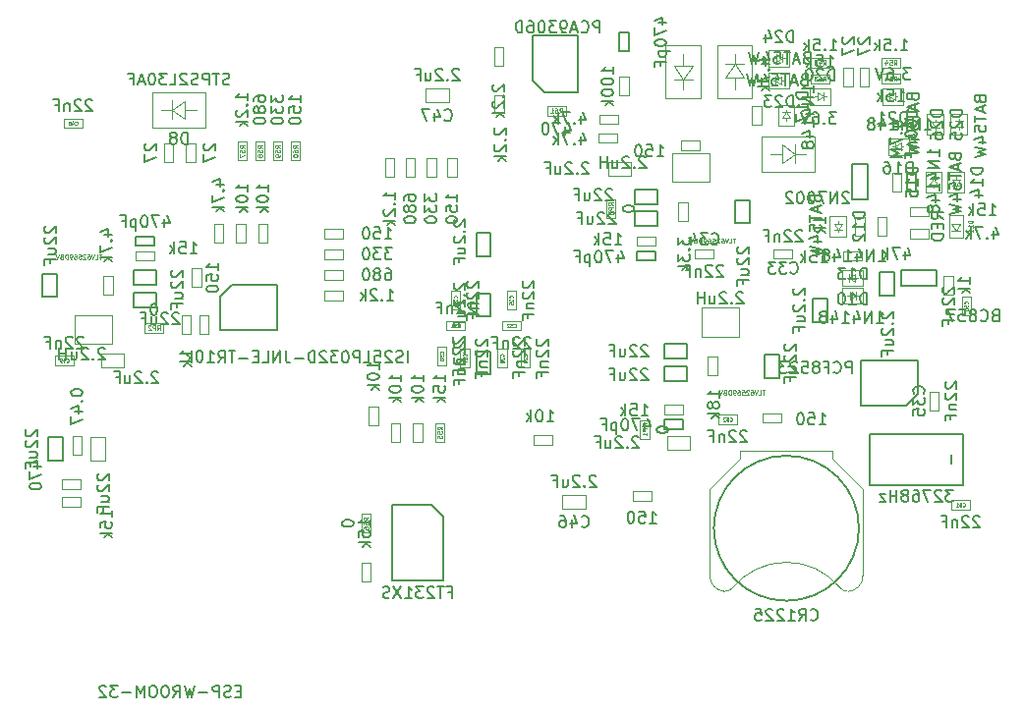
<source format=gbr>
G04 #@! TF.FileFunction,Other,Fab,Bot*
%FSLAX46Y46*%
G04 Gerber Fmt 4.6, Leading zero omitted, Abs format (unit mm)*
G04 Created by KiCad (PCBNEW 4.0.7+dfsg1-1) date Mon Apr  2 15:36:29 2018*
%MOMM*%
%LPD*%
G01*
G04 APERTURE LIST*
%ADD10C,0.100000*%
%ADD11C,0.150000*%
%ADD12C,0.075000*%
G04 APERTURE END LIST*
D10*
X169519000Y-67765000D02*
X170319000Y-67765000D01*
X169519000Y-66165000D02*
X169519000Y-67765000D01*
X170319000Y-66165000D02*
X169519000Y-66165000D01*
X170319000Y-67765000D02*
X170319000Y-66165000D01*
X103098000Y-99558000D02*
X103898000Y-99558000D01*
X103098000Y-97958000D02*
X103098000Y-99558000D01*
X103898000Y-97958000D02*
X103098000Y-97958000D01*
X103898000Y-99558000D02*
X103898000Y-97958000D01*
X154195000Y-64200000D02*
X154195000Y-68800000D01*
X154195000Y-68800000D02*
X157195000Y-68800000D01*
X157195000Y-64200000D02*
X154195000Y-64200000D01*
X157195000Y-64200000D02*
X157195000Y-68800000D01*
X155693980Y-67149440D02*
X155693980Y-68051140D01*
X155693980Y-65998820D02*
X155693980Y-65000600D01*
X156494080Y-67149440D02*
X154893880Y-67149440D01*
X154944680Y-65998820D02*
X156494080Y-65998820D01*
X155693980Y-67149440D02*
X154944680Y-65998820D01*
X155693980Y-67149440D02*
X156494080Y-65998820D01*
X157130000Y-73250000D02*
X157130000Y-72450000D01*
X155530000Y-73250000D02*
X157130000Y-73250000D01*
X155530000Y-72450000D02*
X155530000Y-73250000D01*
X157130000Y-72450000D02*
X155530000Y-72450000D01*
X160470000Y-89340000D02*
X160470000Y-86840000D01*
X157270000Y-89340000D02*
X160470000Y-89340000D01*
X157270000Y-86840000D02*
X157270000Y-89340000D01*
X160470000Y-86840000D02*
X157270000Y-86840000D01*
X103295000Y-87475000D02*
X103295000Y-89975000D01*
X106495000Y-87475000D02*
X103295000Y-87475000D01*
X106495000Y-89975000D02*
X106495000Y-87475000D01*
X103295000Y-89975000D02*
X106495000Y-89975000D01*
X157930000Y-76005000D02*
X157930000Y-73505000D01*
X154730000Y-76005000D02*
X157930000Y-76005000D01*
X154730000Y-73505000D02*
X154730000Y-76005000D01*
X157930000Y-73505000D02*
X154730000Y-73505000D01*
D11*
X101710000Y-83915000D02*
X100460000Y-83915000D01*
X101710000Y-85915000D02*
X101710000Y-83915000D01*
X100460000Y-85915000D02*
X101710000Y-85915000D01*
X100460000Y-83915000D02*
X100460000Y-85915000D01*
X154060000Y-90005000D02*
X154060000Y-91255000D01*
X156060000Y-90005000D02*
X154060000Y-90005000D01*
X156060000Y-91255000D02*
X156060000Y-90005000D01*
X154060000Y-91255000D02*
X156060000Y-91255000D01*
X154060000Y-91910000D02*
X154060000Y-93160000D01*
X156060000Y-91910000D02*
X154060000Y-91910000D01*
X156060000Y-93160000D02*
X156060000Y-91910000D01*
X154060000Y-93160000D02*
X156060000Y-93160000D01*
X162690000Y-92900000D02*
X163940000Y-92900000D01*
X162690000Y-90900000D02*
X162690000Y-92900000D01*
X163940000Y-90900000D02*
X162690000Y-90900000D01*
X163940000Y-92900000D02*
X163940000Y-90900000D01*
X151520000Y-78575000D02*
X151520000Y-79825000D01*
X153520000Y-78575000D02*
X151520000Y-78575000D01*
X153520000Y-79825000D02*
X153520000Y-78575000D01*
X151520000Y-79825000D02*
X153520000Y-79825000D01*
X151520000Y-76670000D02*
X151520000Y-77920000D01*
X153520000Y-76670000D02*
X151520000Y-76670000D01*
X153520000Y-77920000D02*
X153520000Y-76670000D01*
X151520000Y-77920000D02*
X153520000Y-77920000D01*
X160150000Y-79565000D02*
X161400000Y-79565000D01*
X160150000Y-77565000D02*
X160150000Y-79565000D01*
X161400000Y-77565000D02*
X160150000Y-77565000D01*
X161400000Y-79565000D02*
X161400000Y-77565000D01*
X110340000Y-84905000D02*
X110340000Y-83655000D01*
X108340000Y-84905000D02*
X110340000Y-84905000D01*
X108340000Y-83655000D02*
X108340000Y-84905000D01*
X110340000Y-83655000D02*
X108340000Y-83655000D01*
X110340000Y-86810000D02*
X110340000Y-85560000D01*
X108340000Y-86810000D02*
X110340000Y-86810000D01*
X108340000Y-85560000D02*
X108340000Y-86810000D01*
X110340000Y-85560000D02*
X108340000Y-85560000D01*
X172596000Y-85788000D02*
X173846000Y-85788000D01*
X172596000Y-83788000D02*
X172596000Y-85788000D01*
X173846000Y-83788000D02*
X172596000Y-83788000D01*
X173846000Y-85788000D02*
X173846000Y-83788000D01*
X177535000Y-83580000D02*
X174495000Y-83580000D01*
X174495000Y-84980000D02*
X174495000Y-83580000D01*
X177535000Y-84980000D02*
X177535000Y-83580000D01*
X177535000Y-84980000D02*
X174495000Y-84980000D01*
X170235000Y-74505000D02*
X170235000Y-77545000D01*
X171635000Y-77545000D02*
X170235000Y-77545000D01*
X171635000Y-74505000D02*
X170235000Y-74505000D01*
X171635000Y-74505000D02*
X171635000Y-77545000D01*
X154060000Y-96510000D02*
X154060000Y-97310000D01*
X155660000Y-96510000D02*
X154060000Y-96510000D01*
X155660000Y-97310000D02*
X155660000Y-96510000D01*
X154060000Y-97310000D02*
X155660000Y-97310000D01*
X151720000Y-81975000D02*
X151720000Y-82775000D01*
X153320000Y-81975000D02*
X151720000Y-81975000D01*
X153320000Y-82775000D02*
X153320000Y-81975000D01*
X151720000Y-82775000D02*
X153320000Y-82775000D01*
X110140000Y-81505000D02*
X110140000Y-80705000D01*
X108540000Y-81505000D02*
X110140000Y-81505000D01*
X108540000Y-80705000D02*
X108540000Y-81505000D01*
X110140000Y-80705000D02*
X108540000Y-80705000D01*
X175780000Y-75225000D02*
X174980000Y-75225000D01*
X175780000Y-76825000D02*
X175780000Y-75225000D01*
X174980000Y-76825000D02*
X175780000Y-76825000D01*
X174980000Y-75225000D02*
X174980000Y-76825000D01*
D10*
X169500000Y-81975000D02*
X169500000Y-82775000D01*
X171100000Y-81975000D02*
X169500000Y-81975000D01*
X171100000Y-82775000D02*
X171100000Y-81975000D01*
X169500000Y-82775000D02*
X171100000Y-82775000D01*
X172440000Y-80635000D02*
X173240000Y-80635000D01*
X172440000Y-79035000D02*
X172440000Y-80635000D01*
X173240000Y-79035000D02*
X172440000Y-79035000D01*
X173240000Y-80635000D02*
X173240000Y-79035000D01*
X176815000Y-80870000D02*
X176815000Y-80070000D01*
X175215000Y-80870000D02*
X176815000Y-80870000D01*
X175215000Y-80070000D02*
X175215000Y-80870000D01*
X176815000Y-80070000D02*
X175215000Y-80070000D01*
X174510000Y-75225000D02*
X173710000Y-75225000D01*
X174510000Y-76825000D02*
X174510000Y-75225000D01*
X173710000Y-76825000D02*
X174510000Y-76825000D01*
X173710000Y-75225000D02*
X173710000Y-76825000D01*
X178955000Y-84115000D02*
X178155000Y-84115000D01*
X178955000Y-85715000D02*
X178955000Y-84115000D01*
X178155000Y-85715000D02*
X178955000Y-85715000D01*
X178155000Y-84115000D02*
X178155000Y-85715000D01*
X114185000Y-83480000D02*
X113385000Y-83480000D01*
X114185000Y-85080000D02*
X114185000Y-83480000D01*
X113385000Y-85080000D02*
X114185000Y-85080000D01*
X113385000Y-83480000D02*
X113385000Y-85080000D01*
X170535000Y-80635000D02*
X171335000Y-80635000D01*
X170535000Y-79035000D02*
X170535000Y-80635000D01*
X171335000Y-79035000D02*
X170535000Y-79035000D01*
X171335000Y-80635000D02*
X171335000Y-79035000D01*
X128790000Y-108880000D02*
X127990000Y-108880000D01*
X128790000Y-110480000D02*
X128790000Y-108880000D01*
X127990000Y-110480000D02*
X128790000Y-110480000D01*
X127990000Y-108880000D02*
X127990000Y-110480000D01*
X152939000Y-103476000D02*
X152939000Y-102676000D01*
X151339000Y-103476000D02*
X152939000Y-103476000D01*
X151339000Y-102676000D02*
X151339000Y-103476000D01*
X152939000Y-102676000D02*
X151339000Y-102676000D01*
X176815000Y-78965000D02*
X176815000Y-78165000D01*
X175215000Y-78965000D02*
X176815000Y-78965000D01*
X175215000Y-78165000D02*
X175215000Y-78965000D01*
X176815000Y-78165000D02*
X175215000Y-78165000D01*
X154060000Y-95240000D02*
X154060000Y-96040000D01*
X155660000Y-95240000D02*
X154060000Y-95240000D01*
X155660000Y-96040000D02*
X155660000Y-95240000D01*
X154060000Y-96040000D02*
X155660000Y-96040000D01*
X110140000Y-82775000D02*
X110140000Y-81975000D01*
X108540000Y-82775000D02*
X110140000Y-82775000D01*
X108540000Y-81975000D02*
X108540000Y-82775000D01*
X110140000Y-81975000D02*
X108540000Y-81975000D01*
X151720000Y-80705000D02*
X151720000Y-81505000D01*
X153320000Y-80705000D02*
X151720000Y-80705000D01*
X153320000Y-81505000D02*
X153320000Y-80705000D01*
X151720000Y-81505000D02*
X153320000Y-81505000D01*
X158635000Y-91100000D02*
X157835000Y-91100000D01*
X158635000Y-92700000D02*
X158635000Y-91100000D01*
X157835000Y-92700000D02*
X158635000Y-92700000D01*
X157835000Y-91100000D02*
X157835000Y-92700000D01*
X105765000Y-85715000D02*
X106565000Y-85715000D01*
X105765000Y-84115000D02*
X105765000Y-85715000D01*
X106565000Y-84115000D02*
X105765000Y-84115000D01*
X106565000Y-85715000D02*
X106565000Y-84115000D01*
X156095000Y-77765000D02*
X155295000Y-77765000D01*
X156095000Y-79365000D02*
X156095000Y-77765000D01*
X155295000Y-79365000D02*
X156095000Y-79365000D01*
X155295000Y-77765000D02*
X155295000Y-79365000D01*
X126396000Y-86204000D02*
X126396000Y-85404000D01*
X124796000Y-86204000D02*
X126396000Y-86204000D01*
X124796000Y-85404000D02*
X124796000Y-86204000D01*
X126396000Y-85404000D02*
X124796000Y-85404000D01*
X126396000Y-84426000D02*
X126396000Y-83626000D01*
X124796000Y-84426000D02*
X126396000Y-84426000D01*
X124796000Y-83626000D02*
X124796000Y-84426000D01*
X126396000Y-83626000D02*
X124796000Y-83626000D01*
X126396000Y-82648000D02*
X126396000Y-81848000D01*
X124796000Y-82648000D02*
X126396000Y-82648000D01*
X124796000Y-81848000D02*
X124796000Y-82648000D01*
X126396000Y-81848000D02*
X124796000Y-81848000D01*
X126396000Y-80870000D02*
X126396000Y-80070000D01*
X124796000Y-80870000D02*
X126396000Y-80870000D01*
X124796000Y-80070000D02*
X124796000Y-80870000D01*
X126396000Y-80070000D02*
X124796000Y-80070000D01*
X130022000Y-75573000D02*
X130822000Y-75573000D01*
X130022000Y-73973000D02*
X130022000Y-75573000D01*
X130822000Y-73973000D02*
X130022000Y-73973000D01*
X130822000Y-75573000D02*
X130822000Y-73973000D01*
X131800000Y-75573000D02*
X132600000Y-75573000D01*
X131800000Y-73973000D02*
X131800000Y-75573000D01*
X132600000Y-73973000D02*
X131800000Y-73973000D01*
X132600000Y-75573000D02*
X132600000Y-73973000D01*
X133593000Y-75573000D02*
X134393000Y-75573000D01*
X133593000Y-73973000D02*
X133593000Y-75573000D01*
X134393000Y-73973000D02*
X133593000Y-73973000D01*
X134393000Y-75573000D02*
X134393000Y-73973000D01*
X135371000Y-75573000D02*
X136171000Y-75573000D01*
X135371000Y-73973000D02*
X135371000Y-75573000D01*
X136171000Y-73973000D02*
X135371000Y-73973000D01*
X136171000Y-75573000D02*
X136171000Y-73973000D01*
D11*
X150189600Y-64760000D02*
X150989600Y-64760000D01*
X150189600Y-63160000D02*
X150189600Y-64760000D01*
X150989600Y-63160000D02*
X150189600Y-63160000D01*
X150989600Y-64760000D02*
X150989600Y-63160000D01*
D10*
X161645000Y-71110000D02*
X162445000Y-71110000D01*
X161645000Y-69510000D02*
X161645000Y-71110000D01*
X162445000Y-69510000D02*
X161645000Y-69510000D01*
X162445000Y-71110000D02*
X162445000Y-69510000D01*
X139420000Y-66030000D02*
X140220000Y-66030000D01*
X139420000Y-64430000D02*
X139420000Y-66030000D01*
X140220000Y-64430000D02*
X139420000Y-64430000D01*
X140220000Y-66030000D02*
X140220000Y-64430000D01*
X140235000Y-68512000D02*
X139435000Y-68512000D01*
X140235000Y-70112000D02*
X140235000Y-68512000D01*
X139435000Y-70112000D02*
X140235000Y-70112000D01*
X139435000Y-68512000D02*
X139435000Y-70112000D01*
X150215000Y-68570000D02*
X151015000Y-68570000D01*
X150215000Y-66970000D02*
X150215000Y-68570000D01*
X151015000Y-66970000D02*
X150215000Y-66970000D01*
X151015000Y-68570000D02*
X151015000Y-66970000D01*
X149975000Y-72615000D02*
X149975000Y-71815000D01*
X148375000Y-72615000D02*
X149975000Y-72615000D01*
X148375000Y-71815000D02*
X148375000Y-72615000D01*
X149975000Y-71815000D02*
X148375000Y-71815000D01*
X150080000Y-71000000D02*
X150080000Y-70200000D01*
X148480000Y-71000000D02*
X150080000Y-71000000D01*
X148480000Y-70200000D02*
X148480000Y-71000000D01*
X150080000Y-70200000D02*
X148480000Y-70200000D01*
D11*
X134035000Y-103890000D02*
X130635000Y-103890000D01*
X130635000Y-103890000D02*
X130635000Y-110390000D01*
X130635000Y-110390000D02*
X135035000Y-110390000D01*
X135035000Y-110390000D02*
X135035000Y-104890000D01*
X135035000Y-104890000D02*
X134035000Y-103890000D01*
D10*
X119900000Y-79670000D02*
X119100000Y-79670000D01*
X119900000Y-81270000D02*
X119900000Y-79670000D01*
X119100000Y-81270000D02*
X119900000Y-81270000D01*
X119100000Y-79670000D02*
X119100000Y-81270000D01*
X114020000Y-89144000D02*
X114820000Y-89144000D01*
X114020000Y-87544000D02*
X114020000Y-89144000D01*
X114820000Y-87544000D02*
X114020000Y-87544000D01*
X114820000Y-89144000D02*
X114820000Y-87544000D01*
X128625000Y-96975000D02*
X129425000Y-96975000D01*
X128625000Y-95375000D02*
X128625000Y-96975000D01*
X129425000Y-95375000D02*
X128625000Y-95375000D01*
X129425000Y-96975000D02*
X129425000Y-95375000D01*
X117995000Y-79670000D02*
X117195000Y-79670000D01*
X117995000Y-81270000D02*
X117995000Y-79670000D01*
X117195000Y-81270000D02*
X117995000Y-81270000D01*
X117195000Y-79670000D02*
X117195000Y-81270000D01*
X112496000Y-89144000D02*
X113296000Y-89144000D01*
X112496000Y-87544000D02*
X112496000Y-89144000D01*
X113296000Y-87544000D02*
X112496000Y-87544000D01*
X113296000Y-89144000D02*
X113296000Y-87544000D01*
X116090000Y-79670000D02*
X115290000Y-79670000D01*
X116090000Y-81270000D02*
X116090000Y-79670000D01*
X115290000Y-81270000D02*
X116090000Y-81270000D01*
X115290000Y-79670000D02*
X115290000Y-81270000D01*
X144430000Y-98650000D02*
X144430000Y-97850000D01*
X142830000Y-98650000D02*
X144430000Y-98650000D01*
X142830000Y-97850000D02*
X142830000Y-98650000D01*
X144430000Y-97850000D02*
X142830000Y-97850000D01*
X132435000Y-98415000D02*
X133235000Y-98415000D01*
X132435000Y-96815000D02*
X132435000Y-98415000D01*
X133235000Y-96815000D02*
X132435000Y-96815000D01*
X133235000Y-98415000D02*
X133235000Y-96815000D01*
X130530000Y-98415000D02*
X131330000Y-98415000D01*
X130530000Y-96815000D02*
X130530000Y-98415000D01*
X131330000Y-96815000D02*
X130530000Y-96815000D01*
X131330000Y-98415000D02*
X131330000Y-96815000D01*
X102190000Y-103200000D02*
X102190000Y-104000000D01*
X103790000Y-103200000D02*
X102190000Y-103200000D01*
X103790000Y-104000000D02*
X103790000Y-103200000D01*
X102190000Y-104000000D02*
X103790000Y-104000000D01*
X103790000Y-102460000D02*
X103790000Y-101660000D01*
X102190000Y-102460000D02*
X103790000Y-102460000D01*
X102190000Y-101660000D02*
X102190000Y-102460000D01*
X103790000Y-101660000D02*
X102190000Y-101660000D01*
D11*
X166881000Y-88074000D02*
X168131000Y-88074000D01*
X166881000Y-86074000D02*
X166881000Y-88074000D01*
X168131000Y-86074000D02*
X166881000Y-86074000D01*
X168131000Y-88074000D02*
X168131000Y-86074000D01*
D10*
X164115000Y-96745000D02*
X164115000Y-95945000D01*
X162515000Y-96745000D02*
X164115000Y-96745000D01*
X162515000Y-95945000D02*
X162515000Y-96745000D01*
X164115000Y-95945000D02*
X162515000Y-95945000D01*
D11*
X139125000Y-90620000D02*
X137875000Y-90620000D01*
X139125000Y-92620000D02*
X139125000Y-90620000D01*
X137875000Y-92620000D02*
X139125000Y-92620000D01*
X137875000Y-90620000D02*
X137875000Y-92620000D01*
X137875000Y-82420000D02*
X139125000Y-82420000D01*
X137875000Y-80420000D02*
X137875000Y-82420000D01*
X139125000Y-80420000D02*
X137875000Y-80420000D01*
X139125000Y-82420000D02*
X139125000Y-80420000D01*
X139125000Y-85620000D02*
X137875000Y-85620000D01*
X139125000Y-87620000D02*
X139125000Y-85620000D01*
X137875000Y-87620000D02*
X139125000Y-87620000D01*
X137875000Y-85620000D02*
X137875000Y-87620000D01*
X102218000Y-98012000D02*
X100968000Y-98012000D01*
X102218000Y-100012000D02*
X102218000Y-98012000D01*
X100968000Y-100012000D02*
X102218000Y-100012000D01*
X100968000Y-98012000D02*
X100968000Y-100012000D01*
D10*
X112877000Y-74285000D02*
X113677000Y-74285000D01*
X112877000Y-72685000D02*
X112877000Y-74285000D01*
X113677000Y-72685000D02*
X112877000Y-72685000D01*
X113677000Y-74285000D02*
X113677000Y-72685000D01*
X110972000Y-74285000D02*
X111772000Y-74285000D01*
X110972000Y-72685000D02*
X110972000Y-74285000D01*
X111772000Y-72685000D02*
X110972000Y-72685000D01*
X111772000Y-74285000D02*
X111772000Y-72685000D01*
X170916000Y-67765000D02*
X171716000Y-67765000D01*
X170916000Y-66165000D02*
X170916000Y-67765000D01*
X171716000Y-66165000D02*
X170916000Y-66165000D01*
X171716000Y-67765000D02*
X171716000Y-66165000D01*
X104656000Y-100012000D02*
X105896000Y-100012000D01*
X104656000Y-98012000D02*
X104656000Y-100012000D01*
X105896000Y-98012000D02*
X104656000Y-98012000D01*
X105896000Y-100012000D02*
X105896000Y-98012000D01*
X114561000Y-68302000D02*
X109961000Y-68302000D01*
X109961000Y-68302000D02*
X109961000Y-71302000D01*
X114561000Y-71302000D02*
X114561000Y-68302000D01*
X114561000Y-71302000D02*
X109961000Y-71302000D01*
X111611560Y-69800980D02*
X110709860Y-69800980D01*
X112762180Y-69800980D02*
X113760400Y-69800980D01*
X111611560Y-70601080D02*
X111611560Y-69000880D01*
X112762180Y-69051680D02*
X112762180Y-70601080D01*
X111611560Y-69800980D02*
X112762180Y-69051680D01*
X111611560Y-69800980D02*
X112762180Y-70601080D01*
X162412000Y-75112000D02*
X167012000Y-75112000D01*
X167012000Y-75112000D02*
X167012000Y-72112000D01*
X162412000Y-72112000D02*
X162412000Y-75112000D01*
X162412000Y-72112000D02*
X167012000Y-72112000D01*
X165361440Y-73613020D02*
X166263140Y-73613020D01*
X164210820Y-73613020D02*
X163212600Y-73613020D01*
X165361440Y-72812920D02*
X165361440Y-74413120D01*
X164210820Y-74362320D02*
X164210820Y-72812920D01*
X165361440Y-73613020D02*
X164210820Y-74362320D01*
X165361440Y-73613020D02*
X164210820Y-72812920D01*
X161640000Y-68800000D02*
X161640000Y-64200000D01*
X161640000Y-64200000D02*
X158640000Y-64200000D01*
X158640000Y-68800000D02*
X161640000Y-68800000D01*
X158640000Y-68800000D02*
X158640000Y-64200000D01*
X160141020Y-65850560D02*
X160141020Y-64948860D01*
X160141020Y-67001180D02*
X160141020Y-67999400D01*
X159340920Y-65850560D02*
X160941120Y-65850560D01*
X160890320Y-67001180D02*
X159340920Y-67001180D01*
X160141020Y-65850560D02*
X160890320Y-67001180D01*
X160141020Y-65850560D02*
X159340920Y-67001180D01*
X154314000Y-97884000D02*
X154314000Y-99124000D01*
X156314000Y-97884000D02*
X154314000Y-97884000D01*
X156314000Y-99124000D02*
X156314000Y-97884000D01*
X154314000Y-99124000D02*
X156314000Y-99124000D01*
X107546000Y-92012000D02*
X107546000Y-90772000D01*
X105546000Y-92012000D02*
X107546000Y-92012000D01*
X105546000Y-90772000D02*
X105546000Y-92012000D01*
X107546000Y-90772000D02*
X105546000Y-90772000D01*
X151234000Y-75502000D02*
X151234000Y-74262000D01*
X149234000Y-75502000D02*
X151234000Y-75502000D01*
X149234000Y-74262000D02*
X149234000Y-75502000D01*
X151234000Y-74262000D02*
X149234000Y-74262000D01*
X135140000Y-96815000D02*
X134340000Y-96815000D01*
X135140000Y-98415000D02*
X135140000Y-96815000D01*
X134340000Y-98415000D02*
X135140000Y-98415000D01*
X134340000Y-96815000D02*
X134340000Y-98415000D01*
D11*
X170835000Y-105870000D02*
G75*
G03X170835000Y-105870000I-6250000J0D01*
G01*
D10*
X159206987Y-111317558D02*
G75*
G03X159985000Y-110970000I88013J847558D01*
G01*
X169963013Y-111317558D02*
G75*
G02X169185000Y-110970000I-88013J847558D01*
G01*
X159977095Y-110979589D02*
G75*
G02X169185000Y-110970000I4607905J-3790411D01*
G01*
X157985000Y-109920000D02*
G75*
G03X159285000Y-111320000I1350000J-50000D01*
G01*
X171185000Y-109920000D02*
G75*
G02X169885000Y-111320000I-1350000J-50000D01*
G01*
X157985000Y-102470000D02*
X157985000Y-109970000D01*
X171185000Y-102470000D02*
X171185000Y-109970000D01*
X160585000Y-99870000D02*
X157985000Y-102470000D01*
X168585000Y-99870000D02*
X171185000Y-102470000D01*
X160585000Y-99170000D02*
X160585000Y-99870000D01*
X168585000Y-99170000D02*
X168585000Y-99870000D01*
X168585000Y-99170000D02*
X160585000Y-99170000D01*
X167306000Y-68659000D02*
X167056000Y-68659000D01*
X167306000Y-69009000D02*
X167806000Y-68659000D01*
X167306000Y-68309000D02*
X167306000Y-69009000D01*
X167806000Y-68659000D02*
X167306000Y-68309000D01*
X167806000Y-68659000D02*
X168006000Y-68659000D01*
X167806000Y-68309000D02*
X167806000Y-69009000D01*
X168406000Y-69359000D02*
X168406000Y-67959000D01*
X166606000Y-69359000D02*
X168406000Y-69359000D01*
X166606000Y-67959000D02*
X166606000Y-69359000D01*
X168406000Y-67959000D02*
X166606000Y-67959000D01*
X173929000Y-68659000D02*
X174179000Y-68659000D01*
X173929000Y-68309000D02*
X173429000Y-68659000D01*
X173929000Y-69009000D02*
X173929000Y-68309000D01*
X173429000Y-68659000D02*
X173929000Y-69009000D01*
X173429000Y-68659000D02*
X173229000Y-68659000D01*
X173429000Y-69009000D02*
X173429000Y-68309000D01*
X172829000Y-67959000D02*
X172829000Y-69359000D01*
X174629000Y-67959000D02*
X172829000Y-67959000D01*
X174629000Y-69359000D02*
X174629000Y-67959000D01*
X172829000Y-69359000D02*
X174629000Y-69359000D01*
X170500000Y-84280000D02*
X170750000Y-84280000D01*
X170500000Y-83930000D02*
X170000000Y-84280000D01*
X170500000Y-84630000D02*
X170500000Y-83930000D01*
X170000000Y-84280000D02*
X170500000Y-84630000D01*
X170000000Y-84280000D02*
X169800000Y-84280000D01*
X170000000Y-84630000D02*
X170000000Y-83930000D01*
X169400000Y-83580000D02*
X169400000Y-84980000D01*
X171200000Y-83580000D02*
X169400000Y-83580000D01*
X171200000Y-84980000D02*
X171200000Y-83580000D01*
X169400000Y-84980000D02*
X171200000Y-84980000D01*
X169030000Y-79635000D02*
X169030000Y-79385000D01*
X168680000Y-79635000D02*
X169030000Y-80135000D01*
X169380000Y-79635000D02*
X168680000Y-79635000D01*
X169030000Y-80135000D02*
X169380000Y-79635000D01*
X169030000Y-80135000D02*
X169030000Y-80335000D01*
X169380000Y-80135000D02*
X168680000Y-80135000D01*
X168330000Y-80735000D02*
X169730000Y-80735000D01*
X168330000Y-78935000D02*
X168330000Y-80735000D01*
X169730000Y-78935000D02*
X168330000Y-78935000D01*
X169730000Y-80735000D02*
X169730000Y-78935000D01*
X170100000Y-85804000D02*
X169850000Y-85804000D01*
X170100000Y-86154000D02*
X170600000Y-85804000D01*
X170100000Y-85454000D02*
X170100000Y-86154000D01*
X170600000Y-85804000D02*
X170100000Y-85454000D01*
X170600000Y-85804000D02*
X170800000Y-85804000D01*
X170600000Y-85454000D02*
X170600000Y-86154000D01*
X171200000Y-86504000D02*
X171200000Y-85104000D01*
X169400000Y-86504000D02*
X171200000Y-86504000D01*
X169400000Y-85104000D02*
X169400000Y-86504000D01*
X171200000Y-85104000D02*
X169400000Y-85104000D01*
X179190000Y-75825000D02*
X179190000Y-75575000D01*
X178840000Y-75825000D02*
X179190000Y-76325000D01*
X179540000Y-75825000D02*
X178840000Y-75825000D01*
X179190000Y-76325000D02*
X179540000Y-75825000D01*
X179190000Y-76325000D02*
X179190000Y-76525000D01*
X179540000Y-76325000D02*
X178840000Y-76325000D01*
X178490000Y-76925000D02*
X179890000Y-76925000D01*
X178490000Y-75125000D02*
X178490000Y-76925000D01*
X179890000Y-75125000D02*
X178490000Y-75125000D01*
X179890000Y-76925000D02*
X179890000Y-75125000D01*
X177285000Y-76225000D02*
X177285000Y-76475000D01*
X177635000Y-76225000D02*
X177285000Y-75725000D01*
X176935000Y-76225000D02*
X177635000Y-76225000D01*
X177285000Y-75725000D02*
X176935000Y-76225000D01*
X177285000Y-75725000D02*
X177285000Y-75525000D01*
X176935000Y-75725000D02*
X177635000Y-75725000D01*
X177985000Y-75125000D02*
X176585000Y-75125000D01*
X177985000Y-76925000D02*
X177985000Y-75125000D01*
X176585000Y-76925000D02*
X177985000Y-76925000D01*
X176585000Y-75125000D02*
X176585000Y-76925000D01*
X174437000Y-72977000D02*
X174687000Y-72977000D01*
X174437000Y-72627000D02*
X173937000Y-72977000D01*
X174437000Y-73327000D02*
X174437000Y-72627000D01*
X173937000Y-72977000D02*
X174437000Y-73327000D01*
X173937000Y-72977000D02*
X173737000Y-72977000D01*
X173937000Y-73327000D02*
X173937000Y-72627000D01*
X173337000Y-72277000D02*
X173337000Y-73677000D01*
X175137000Y-72277000D02*
X173337000Y-72277000D01*
X175137000Y-73677000D02*
X175137000Y-72277000D01*
X173337000Y-73677000D02*
X175137000Y-73677000D01*
X164585000Y-70510000D02*
X164585000Y-70760000D01*
X164935000Y-70510000D02*
X164585000Y-70010000D01*
X164235000Y-70510000D02*
X164935000Y-70510000D01*
X164585000Y-70010000D02*
X164235000Y-70510000D01*
X164585000Y-70010000D02*
X164585000Y-69810000D01*
X164235000Y-70010000D02*
X164935000Y-70010000D01*
X165285000Y-69410000D02*
X163885000Y-69410000D01*
X165285000Y-71210000D02*
X165285000Y-69410000D01*
X163885000Y-71210000D02*
X165285000Y-71210000D01*
X163885000Y-69410000D02*
X163885000Y-71210000D01*
X127990000Y-106246000D02*
X128790000Y-106246000D01*
X127990000Y-104646000D02*
X127990000Y-106246000D01*
X128790000Y-104646000D02*
X127990000Y-104646000D01*
X128790000Y-106246000D02*
X128790000Y-104646000D01*
X117322000Y-74158000D02*
X118122000Y-74158000D01*
X117322000Y-72558000D02*
X117322000Y-74158000D01*
X118122000Y-72558000D02*
X117322000Y-72558000D01*
X118122000Y-74158000D02*
X118122000Y-72558000D01*
X118846000Y-74158000D02*
X119646000Y-74158000D01*
X118846000Y-72558000D02*
X118846000Y-74158000D01*
X119646000Y-72558000D02*
X118846000Y-72558000D01*
X119646000Y-74158000D02*
X119646000Y-72558000D01*
X120370000Y-74158000D02*
X121170000Y-74158000D01*
X120370000Y-72558000D02*
X120370000Y-74158000D01*
X121170000Y-72558000D02*
X120370000Y-72558000D01*
X121170000Y-74158000D02*
X121170000Y-72558000D01*
X121894000Y-74158000D02*
X122694000Y-74158000D01*
X121894000Y-72558000D02*
X121894000Y-74158000D01*
X122694000Y-72558000D02*
X121894000Y-72558000D01*
X122694000Y-74158000D02*
X122694000Y-72558000D01*
X145580000Y-70300000D02*
X145580000Y-69500000D01*
X143980000Y-70300000D02*
X145580000Y-70300000D01*
X143980000Y-69500000D02*
X143980000Y-70300000D01*
X145580000Y-69500000D02*
X143980000Y-69500000D01*
D11*
X175940000Y-94265000D02*
X175940000Y-91365000D01*
X175940000Y-91365000D02*
X171040000Y-91365000D01*
X171040000Y-91365000D02*
X171040000Y-95265000D01*
X171040000Y-95265000D02*
X174940000Y-95265000D01*
X174940000Y-95265000D02*
X175940000Y-94265000D01*
X143730000Y-68251500D02*
X146630000Y-68251500D01*
X146630000Y-68251500D02*
X146630000Y-63351500D01*
X146630000Y-63351500D02*
X142730000Y-63351500D01*
X142730000Y-63351500D02*
X142730000Y-67251500D01*
X142730000Y-67251500D02*
X143730000Y-68251500D01*
X115780000Y-85870000D02*
X115780000Y-88770000D01*
X115780000Y-88770000D02*
X120680000Y-88770000D01*
X120680000Y-88770000D02*
X120680000Y-84870000D01*
X120680000Y-84870000D02*
X116780000Y-84870000D01*
X116780000Y-84870000D02*
X115780000Y-85870000D01*
X179776000Y-97722000D02*
X179776000Y-102122000D01*
X171776000Y-97722000D02*
X179776000Y-97722000D01*
X171776000Y-102122000D02*
X171776000Y-97722000D01*
X179776000Y-102122000D02*
X171776000Y-102122000D01*
X178776000Y-99522000D02*
X178776000Y-100322000D01*
D10*
X179590000Y-80235000D02*
X178790000Y-80235000D01*
X179190000Y-80235000D02*
X179590000Y-79635000D01*
X178790000Y-79635000D02*
X179190000Y-80235000D01*
X179590000Y-79635000D02*
X178790000Y-79635000D01*
X178590000Y-78835000D02*
X178590000Y-80835000D01*
X179790000Y-78835000D02*
X178590000Y-78835000D01*
X179790000Y-80835000D02*
X179790000Y-78835000D01*
X178590000Y-80835000D02*
X179790000Y-80835000D01*
X140500000Y-85420000D02*
X140500000Y-87020000D01*
X140500000Y-87020000D02*
X141300000Y-87020000D01*
X141300000Y-87020000D02*
X141300000Y-85420000D01*
X141300000Y-85420000D02*
X140500000Y-85420000D01*
X135700000Y-85420000D02*
X135700000Y-87020000D01*
X135700000Y-87020000D02*
X136500000Y-87020000D01*
X136500000Y-87020000D02*
X136500000Y-85420000D01*
X136500000Y-85420000D02*
X135700000Y-85420000D01*
X136500000Y-90420000D02*
X136500000Y-92020000D01*
X136500000Y-92020000D02*
X137300000Y-92020000D01*
X137300000Y-92020000D02*
X137300000Y-90420000D01*
X137300000Y-90420000D02*
X136500000Y-90420000D01*
X139700000Y-90420000D02*
X139700000Y-92020000D01*
X139700000Y-92020000D02*
X140500000Y-92020000D01*
X140500000Y-92020000D02*
X140500000Y-90420000D01*
X140500000Y-90420000D02*
X139700000Y-90420000D01*
X141700000Y-90420000D02*
X141700000Y-92020000D01*
X141700000Y-92020000D02*
X142500000Y-92020000D01*
X142500000Y-92020000D02*
X142500000Y-90420000D01*
X142500000Y-90420000D02*
X141700000Y-90420000D01*
X134500000Y-90220000D02*
X134500000Y-91820000D01*
X134500000Y-91820000D02*
X135300000Y-91820000D01*
X135300000Y-91820000D02*
X135300000Y-90220000D01*
X135300000Y-90220000D02*
X134500000Y-90220000D01*
X135300000Y-88820000D02*
X136900000Y-88820000D01*
X136900000Y-88820000D02*
X136900000Y-88020000D01*
X136900000Y-88020000D02*
X135300000Y-88020000D01*
X135300000Y-88020000D02*
X135300000Y-88820000D01*
X141700000Y-88020000D02*
X140100000Y-88020000D01*
X140100000Y-88020000D02*
X140100000Y-88820000D01*
X140100000Y-88820000D02*
X141700000Y-88820000D01*
X141700000Y-88820000D02*
X141700000Y-88020000D01*
X163500000Y-81820000D02*
X163500000Y-82620000D01*
X165100000Y-81820000D02*
X163500000Y-81820000D01*
X165100000Y-82620000D02*
X165100000Y-81820000D01*
X163500000Y-82620000D02*
X165100000Y-82620000D01*
X158300000Y-82620000D02*
X158300000Y-81820000D01*
X156700000Y-82620000D02*
X158300000Y-82620000D01*
X156700000Y-81820000D02*
X156700000Y-82620000D01*
X158300000Y-81820000D02*
X156700000Y-81820000D01*
X177700000Y-94100000D02*
X176900000Y-94100000D01*
X177700000Y-95700000D02*
X177700000Y-94100000D01*
X176900000Y-95700000D02*
X177700000Y-95700000D01*
X176900000Y-94100000D02*
X176900000Y-95700000D01*
X166706000Y-66735000D02*
X166706000Y-67535000D01*
X168306000Y-66735000D02*
X166706000Y-66735000D01*
X168306000Y-67535000D02*
X168306000Y-66735000D01*
X166706000Y-67535000D02*
X168306000Y-67535000D01*
X174400000Y-67520000D02*
X174400000Y-66720000D01*
X172800000Y-67520000D02*
X174400000Y-67520000D01*
X172800000Y-66720000D02*
X172800000Y-67520000D01*
X174400000Y-66720000D02*
X172800000Y-66720000D01*
X164150000Y-67262000D02*
X164400000Y-67262000D01*
X164150000Y-66912000D02*
X163650000Y-67262000D01*
X164150000Y-67612000D02*
X164150000Y-66912000D01*
X163650000Y-67262000D02*
X164150000Y-67612000D01*
X163650000Y-67262000D02*
X163450000Y-67262000D01*
X163650000Y-67612000D02*
X163650000Y-66912000D01*
X163050000Y-66562000D02*
X163050000Y-67962000D01*
X164850000Y-66562000D02*
X163050000Y-66562000D01*
X164850000Y-67962000D02*
X164850000Y-66562000D01*
X163050000Y-67962000D02*
X164850000Y-67962000D01*
X163750000Y-65357000D02*
X163500000Y-65357000D01*
X163750000Y-65707000D02*
X164250000Y-65357000D01*
X163750000Y-65007000D02*
X163750000Y-65707000D01*
X164250000Y-65357000D02*
X163750000Y-65007000D01*
X164250000Y-65357000D02*
X164450000Y-65357000D01*
X164250000Y-65007000D02*
X164250000Y-65707000D01*
X164850000Y-66057000D02*
X164850000Y-64657000D01*
X163050000Y-66057000D02*
X164850000Y-66057000D01*
X163050000Y-64657000D02*
X163050000Y-66057000D01*
X164850000Y-64657000D02*
X163050000Y-64657000D01*
X177412000Y-70872000D02*
X177412000Y-70622000D01*
X177062000Y-70872000D02*
X177412000Y-71372000D01*
X177762000Y-70872000D02*
X177062000Y-70872000D01*
X177412000Y-71372000D02*
X177762000Y-70872000D01*
X177412000Y-71372000D02*
X177412000Y-71572000D01*
X177762000Y-71372000D02*
X177062000Y-71372000D01*
X176712000Y-71972000D02*
X178112000Y-71972000D01*
X176712000Y-70172000D02*
X176712000Y-71972000D01*
X178112000Y-70172000D02*
X176712000Y-70172000D01*
X178112000Y-71972000D02*
X178112000Y-70172000D01*
X179444000Y-71272000D02*
X179444000Y-71522000D01*
X179794000Y-71272000D02*
X179444000Y-70772000D01*
X179094000Y-71272000D02*
X179794000Y-71272000D01*
X179444000Y-70772000D02*
X179094000Y-71272000D01*
X179444000Y-70772000D02*
X179444000Y-70572000D01*
X179094000Y-70772000D02*
X179794000Y-70772000D01*
X180144000Y-70172000D02*
X178744000Y-70172000D01*
X180144000Y-71972000D02*
X180144000Y-70172000D01*
X178744000Y-71972000D02*
X180144000Y-71972000D01*
X178744000Y-70172000D02*
X178744000Y-71972000D01*
X166706000Y-65338000D02*
X166706000Y-66138000D01*
X168306000Y-65338000D02*
X166706000Y-65338000D01*
X168306000Y-66138000D02*
X168306000Y-65338000D01*
X166706000Y-66138000D02*
X168306000Y-66138000D01*
X172802000Y-65338000D02*
X172802000Y-66138000D01*
X174402000Y-65338000D02*
X172802000Y-65338000D01*
X174402000Y-66138000D02*
X174402000Y-65338000D01*
X172802000Y-66138000D02*
X174402000Y-66138000D01*
X152793000Y-96561000D02*
X151993000Y-96561000D01*
X152793000Y-98161000D02*
X152793000Y-96561000D01*
X151993000Y-98161000D02*
X152793000Y-98161000D01*
X151993000Y-96561000D02*
X151993000Y-98161000D01*
X109302000Y-88198000D02*
X109302000Y-88998000D01*
X110902000Y-88198000D02*
X109302000Y-88198000D01*
X110902000Y-88998000D02*
X110902000Y-88198000D01*
X109302000Y-88998000D02*
X110902000Y-88998000D01*
X149872000Y-77511000D02*
X149072000Y-77511000D01*
X149872000Y-79111000D02*
X149872000Y-77511000D01*
X149072000Y-79111000D02*
X149872000Y-79111000D01*
X149072000Y-77511000D02*
X149072000Y-79111000D01*
X145297000Y-102964000D02*
X145297000Y-104204000D01*
X147297000Y-102964000D02*
X145297000Y-102964000D01*
X147297000Y-104204000D02*
X147297000Y-102964000D01*
X145297000Y-104204000D02*
X147297000Y-104204000D01*
X133501000Y-67930000D02*
X133501000Y-69170000D01*
X135501000Y-67930000D02*
X133501000Y-67930000D01*
X135501000Y-69170000D02*
X135501000Y-67930000D01*
X133501000Y-69170000D02*
X135501000Y-69170000D01*
X102320000Y-71363000D02*
X103920000Y-71363000D01*
X103920000Y-71363000D02*
X103920000Y-70563000D01*
X103920000Y-70563000D02*
X102320000Y-70563000D01*
X102320000Y-70563000D02*
X102320000Y-71363000D01*
X101570000Y-91810000D02*
X103170000Y-91810000D01*
X103170000Y-91810000D02*
X103170000Y-91010000D01*
X103170000Y-91010000D02*
X101570000Y-91010000D01*
X101570000Y-91010000D02*
X101570000Y-91810000D01*
X180494000Y-87511000D02*
X180494000Y-85911000D01*
X180494000Y-85911000D02*
X179694000Y-85911000D01*
X179694000Y-85911000D02*
X179694000Y-87511000D01*
X179694000Y-87511000D02*
X180494000Y-87511000D01*
X180398000Y-103456000D02*
X178798000Y-103456000D01*
X178798000Y-103456000D02*
X178798000Y-104256000D01*
X178798000Y-104256000D02*
X180398000Y-104256000D01*
X180398000Y-104256000D02*
X180398000Y-103456000D01*
X160320000Y-96090000D02*
X158720000Y-96090000D01*
X158720000Y-96090000D02*
X158720000Y-96890000D01*
X158720000Y-96890000D02*
X160320000Y-96890000D01*
X160320000Y-96890000D02*
X160320000Y-96090000D01*
D11*
X169466619Y-63536095D02*
X169419000Y-63583714D01*
X169371381Y-63678952D01*
X169371381Y-63917048D01*
X169419000Y-64012286D01*
X169466619Y-64059905D01*
X169561857Y-64107524D01*
X169657095Y-64107524D01*
X169799952Y-64059905D01*
X170371381Y-63488476D01*
X170371381Y-64107524D01*
X169371381Y-64440857D02*
X169371381Y-65107524D01*
X170371381Y-64678952D01*
X102950381Y-94133905D02*
X102950381Y-94229144D01*
X102998000Y-94324382D01*
X103045619Y-94372001D01*
X103140857Y-94419620D01*
X103331333Y-94467239D01*
X103569429Y-94467239D01*
X103759905Y-94419620D01*
X103855143Y-94372001D01*
X103902762Y-94324382D01*
X103950381Y-94229144D01*
X103950381Y-94133905D01*
X103902762Y-94038667D01*
X103855143Y-93991048D01*
X103759905Y-93943429D01*
X103569429Y-93895810D01*
X103331333Y-93895810D01*
X103140857Y-93943429D01*
X103045619Y-93991048D01*
X102998000Y-94038667D01*
X102950381Y-94133905D01*
X103855143Y-94895810D02*
X103902762Y-94943429D01*
X103950381Y-94895810D01*
X103902762Y-94848191D01*
X103855143Y-94895810D01*
X103950381Y-94895810D01*
X103283714Y-95800572D02*
X103950381Y-95800572D01*
X102902762Y-95562476D02*
X103617048Y-95324381D01*
X103617048Y-95943429D01*
X102950381Y-96229143D02*
X102950381Y-96895810D01*
X103950381Y-96467238D01*
X153440666Y-73810381D02*
X154012095Y-73810381D01*
X153726381Y-73810381D02*
X153726381Y-72810381D01*
X153821619Y-72953238D01*
X153916857Y-73048476D01*
X154012095Y-73096095D01*
X152535904Y-72810381D02*
X153012095Y-72810381D01*
X153059714Y-73286571D01*
X153012095Y-73238952D01*
X152916857Y-73191333D01*
X152678761Y-73191333D01*
X152583523Y-73238952D01*
X152535904Y-73286571D01*
X152488285Y-73381810D01*
X152488285Y-73619905D01*
X152535904Y-73715143D01*
X152583523Y-73762762D01*
X152678761Y-73810381D01*
X152916857Y-73810381D01*
X153012095Y-73762762D01*
X153059714Y-73715143D01*
X151869238Y-72810381D02*
X151773999Y-72810381D01*
X151678761Y-72858000D01*
X151631142Y-72905619D01*
X151583523Y-73000857D01*
X151535904Y-73191333D01*
X151535904Y-73429429D01*
X151583523Y-73619905D01*
X151631142Y-73715143D01*
X151678761Y-73762762D01*
X151773999Y-73810381D01*
X151869238Y-73810381D01*
X151964476Y-73762762D01*
X152012095Y-73715143D01*
X152059714Y-73619905D01*
X152107333Y-73429429D01*
X152107333Y-73191333D01*
X152059714Y-73000857D01*
X152012095Y-72905619D01*
X151964476Y-72858000D01*
X151869238Y-72810381D01*
X160846190Y-85605619D02*
X160798571Y-85558000D01*
X160703333Y-85510381D01*
X160465237Y-85510381D01*
X160369999Y-85558000D01*
X160322380Y-85605619D01*
X160274761Y-85700857D01*
X160274761Y-85796095D01*
X160322380Y-85938952D01*
X160893809Y-86510381D01*
X160274761Y-86510381D01*
X159846190Y-86415143D02*
X159798571Y-86462762D01*
X159846190Y-86510381D01*
X159893809Y-86462762D01*
X159846190Y-86415143D01*
X159846190Y-86510381D01*
X159417619Y-85605619D02*
X159370000Y-85558000D01*
X159274762Y-85510381D01*
X159036666Y-85510381D01*
X158941428Y-85558000D01*
X158893809Y-85605619D01*
X158846190Y-85700857D01*
X158846190Y-85796095D01*
X158893809Y-85938952D01*
X159465238Y-86510381D01*
X158846190Y-86510381D01*
X157989047Y-85843714D02*
X157989047Y-86510381D01*
X158417619Y-85843714D02*
X158417619Y-86367524D01*
X158370000Y-86462762D01*
X158274762Y-86510381D01*
X158131904Y-86510381D01*
X158036666Y-86462762D01*
X157989047Y-86415143D01*
X157512857Y-86510381D02*
X157512857Y-85510381D01*
X157512857Y-85986571D02*
X156941428Y-85986571D01*
X156941428Y-86510381D02*
X156941428Y-85510381D01*
D10*
X162746428Y-93966952D02*
X162517856Y-93966952D01*
X162632142Y-94366952D02*
X162632142Y-93966952D01*
X162194047Y-94366952D02*
X162384523Y-94366952D01*
X162384523Y-93966952D01*
X162117856Y-93966952D02*
X161984522Y-94366952D01*
X161851189Y-93966952D01*
X161546427Y-93966952D02*
X161622618Y-93966952D01*
X161660713Y-93986000D01*
X161679761Y-94005048D01*
X161717856Y-94062190D01*
X161736904Y-94138381D01*
X161736904Y-94290762D01*
X161717856Y-94328857D01*
X161698808Y-94347905D01*
X161660713Y-94366952D01*
X161584523Y-94366952D01*
X161546427Y-94347905D01*
X161527380Y-94328857D01*
X161508332Y-94290762D01*
X161508332Y-94195524D01*
X161527380Y-94157429D01*
X161546427Y-94138381D01*
X161584523Y-94119333D01*
X161660713Y-94119333D01*
X161698808Y-94138381D01*
X161717856Y-94157429D01*
X161736904Y-94195524D01*
X161355952Y-94005048D02*
X161336904Y-93986000D01*
X161298809Y-93966952D01*
X161203571Y-93966952D01*
X161165475Y-93986000D01*
X161146428Y-94005048D01*
X161127380Y-94043143D01*
X161127380Y-94081238D01*
X161146428Y-94138381D01*
X161374999Y-94366952D01*
X161127380Y-94366952D01*
X160765476Y-93966952D02*
X160955952Y-93966952D01*
X160975000Y-94157429D01*
X160955952Y-94138381D01*
X160917857Y-94119333D01*
X160822619Y-94119333D01*
X160784523Y-94138381D01*
X160765476Y-94157429D01*
X160746428Y-94195524D01*
X160746428Y-94290762D01*
X160765476Y-94328857D01*
X160784523Y-94347905D01*
X160822619Y-94366952D01*
X160917857Y-94366952D01*
X160955952Y-94347905D01*
X160975000Y-94328857D01*
X160403571Y-93966952D02*
X160479762Y-93966952D01*
X160517857Y-93986000D01*
X160536905Y-94005048D01*
X160575000Y-94062190D01*
X160594048Y-94138381D01*
X160594048Y-94290762D01*
X160575000Y-94328857D01*
X160555952Y-94347905D01*
X160517857Y-94366952D01*
X160441667Y-94366952D01*
X160403571Y-94347905D01*
X160384524Y-94328857D01*
X160365476Y-94290762D01*
X160365476Y-94195524D01*
X160384524Y-94157429D01*
X160403571Y-94138381D01*
X160441667Y-94119333D01*
X160517857Y-94119333D01*
X160555952Y-94138381D01*
X160575000Y-94157429D01*
X160594048Y-94195524D01*
X160175000Y-94366952D02*
X160098810Y-94366952D01*
X160060715Y-94347905D01*
X160041667Y-94328857D01*
X160003572Y-94271714D01*
X159984524Y-94195524D01*
X159984524Y-94043143D01*
X160003572Y-94005048D01*
X160022619Y-93986000D01*
X160060715Y-93966952D01*
X160136905Y-93966952D01*
X160175000Y-93986000D01*
X160194048Y-94005048D01*
X160213096Y-94043143D01*
X160213096Y-94138381D01*
X160194048Y-94176476D01*
X160175000Y-94195524D01*
X160136905Y-94214571D01*
X160060715Y-94214571D01*
X160022619Y-94195524D01*
X160003572Y-94176476D01*
X159984524Y-94138381D01*
X159813096Y-94366952D02*
X159813096Y-93966952D01*
X159717858Y-93966952D01*
X159660715Y-93986000D01*
X159622620Y-94024095D01*
X159603572Y-94062190D01*
X159584524Y-94138381D01*
X159584524Y-94195524D01*
X159603572Y-94271714D01*
X159622620Y-94309810D01*
X159660715Y-94347905D01*
X159717858Y-94366952D01*
X159813096Y-94366952D01*
X159279763Y-94157429D02*
X159222620Y-94176476D01*
X159203572Y-94195524D01*
X159184524Y-94233619D01*
X159184524Y-94290762D01*
X159203572Y-94328857D01*
X159222620Y-94347905D01*
X159260715Y-94366952D01*
X159413096Y-94366952D01*
X159413096Y-93966952D01*
X159279763Y-93966952D01*
X159241667Y-93986000D01*
X159222620Y-94005048D01*
X159203572Y-94043143D01*
X159203572Y-94081238D01*
X159222620Y-94119333D01*
X159241667Y-94138381D01*
X159279763Y-94157429D01*
X159413096Y-94157429D01*
X159070239Y-93966952D02*
X158936905Y-94366952D01*
X158803572Y-93966952D01*
D11*
X105855190Y-90431619D02*
X105807571Y-90384000D01*
X105712333Y-90336381D01*
X105474237Y-90336381D01*
X105378999Y-90384000D01*
X105331380Y-90431619D01*
X105283761Y-90526857D01*
X105283761Y-90622095D01*
X105331380Y-90764952D01*
X105902809Y-91336381D01*
X105283761Y-91336381D01*
X104855190Y-91241143D02*
X104807571Y-91288762D01*
X104855190Y-91336381D01*
X104902809Y-91288762D01*
X104855190Y-91241143D01*
X104855190Y-91336381D01*
X104426619Y-90431619D02*
X104379000Y-90384000D01*
X104283762Y-90336381D01*
X104045666Y-90336381D01*
X103950428Y-90384000D01*
X103902809Y-90431619D01*
X103855190Y-90526857D01*
X103855190Y-90622095D01*
X103902809Y-90764952D01*
X104474238Y-91336381D01*
X103855190Y-91336381D01*
X102998047Y-90669714D02*
X102998047Y-91336381D01*
X103426619Y-90669714D02*
X103426619Y-91193524D01*
X103379000Y-91288762D01*
X103283762Y-91336381D01*
X103140904Y-91336381D01*
X103045666Y-91288762D01*
X102998047Y-91241143D01*
X102521857Y-91336381D02*
X102521857Y-90336381D01*
X102521857Y-90812571D02*
X101950428Y-90812571D01*
X101950428Y-91336381D02*
X101950428Y-90336381D01*
D10*
X105596428Y-82252952D02*
X105367856Y-82252952D01*
X105482142Y-82652952D02*
X105482142Y-82252952D01*
X105044047Y-82652952D02*
X105234523Y-82652952D01*
X105234523Y-82252952D01*
X104967856Y-82252952D02*
X104834522Y-82652952D01*
X104701189Y-82252952D01*
X104396427Y-82252952D02*
X104472618Y-82252952D01*
X104510713Y-82272000D01*
X104529761Y-82291048D01*
X104567856Y-82348190D01*
X104586904Y-82424381D01*
X104586904Y-82576762D01*
X104567856Y-82614857D01*
X104548808Y-82633905D01*
X104510713Y-82652952D01*
X104434523Y-82652952D01*
X104396427Y-82633905D01*
X104377380Y-82614857D01*
X104358332Y-82576762D01*
X104358332Y-82481524D01*
X104377380Y-82443429D01*
X104396427Y-82424381D01*
X104434523Y-82405333D01*
X104510713Y-82405333D01*
X104548808Y-82424381D01*
X104567856Y-82443429D01*
X104586904Y-82481524D01*
X104205952Y-82291048D02*
X104186904Y-82272000D01*
X104148809Y-82252952D01*
X104053571Y-82252952D01*
X104015475Y-82272000D01*
X103996428Y-82291048D01*
X103977380Y-82329143D01*
X103977380Y-82367238D01*
X103996428Y-82424381D01*
X104224999Y-82652952D01*
X103977380Y-82652952D01*
X103615476Y-82252952D02*
X103805952Y-82252952D01*
X103825000Y-82443429D01*
X103805952Y-82424381D01*
X103767857Y-82405333D01*
X103672619Y-82405333D01*
X103634523Y-82424381D01*
X103615476Y-82443429D01*
X103596428Y-82481524D01*
X103596428Y-82576762D01*
X103615476Y-82614857D01*
X103634523Y-82633905D01*
X103672619Y-82652952D01*
X103767857Y-82652952D01*
X103805952Y-82633905D01*
X103825000Y-82614857D01*
X103253571Y-82252952D02*
X103329762Y-82252952D01*
X103367857Y-82272000D01*
X103386905Y-82291048D01*
X103425000Y-82348190D01*
X103444048Y-82424381D01*
X103444048Y-82576762D01*
X103425000Y-82614857D01*
X103405952Y-82633905D01*
X103367857Y-82652952D01*
X103291667Y-82652952D01*
X103253571Y-82633905D01*
X103234524Y-82614857D01*
X103215476Y-82576762D01*
X103215476Y-82481524D01*
X103234524Y-82443429D01*
X103253571Y-82424381D01*
X103291667Y-82405333D01*
X103367857Y-82405333D01*
X103405952Y-82424381D01*
X103425000Y-82443429D01*
X103444048Y-82481524D01*
X103025000Y-82652952D02*
X102948810Y-82652952D01*
X102910715Y-82633905D01*
X102891667Y-82614857D01*
X102853572Y-82557714D01*
X102834524Y-82481524D01*
X102834524Y-82329143D01*
X102853572Y-82291048D01*
X102872619Y-82272000D01*
X102910715Y-82252952D01*
X102986905Y-82252952D01*
X103025000Y-82272000D01*
X103044048Y-82291048D01*
X103063096Y-82329143D01*
X103063096Y-82424381D01*
X103044048Y-82462476D01*
X103025000Y-82481524D01*
X102986905Y-82500571D01*
X102910715Y-82500571D01*
X102872619Y-82481524D01*
X102853572Y-82462476D01*
X102834524Y-82424381D01*
X102663096Y-82652952D02*
X102663096Y-82252952D01*
X102567858Y-82252952D01*
X102510715Y-82272000D01*
X102472620Y-82310095D01*
X102453572Y-82348190D01*
X102434524Y-82424381D01*
X102434524Y-82481524D01*
X102453572Y-82557714D01*
X102472620Y-82595810D01*
X102510715Y-82633905D01*
X102567858Y-82652952D01*
X102663096Y-82652952D01*
X102129763Y-82443429D02*
X102072620Y-82462476D01*
X102053572Y-82481524D01*
X102034524Y-82519619D01*
X102034524Y-82576762D01*
X102053572Y-82614857D01*
X102072620Y-82633905D01*
X102110715Y-82652952D01*
X102263096Y-82652952D01*
X102263096Y-82252952D01*
X102129763Y-82252952D01*
X102091667Y-82272000D01*
X102072620Y-82291048D01*
X102053572Y-82329143D01*
X102053572Y-82367238D01*
X102072620Y-82405333D01*
X102091667Y-82424381D01*
X102129763Y-82443429D01*
X102263096Y-82443429D01*
X101920239Y-82252952D02*
X101786905Y-82652952D01*
X101653572Y-82252952D01*
D11*
X152464190Y-73921619D02*
X152416571Y-73874000D01*
X152321333Y-73826381D01*
X152083237Y-73826381D01*
X151987999Y-73874000D01*
X151940380Y-73921619D01*
X151892761Y-74016857D01*
X151892761Y-74112095D01*
X151940380Y-74254952D01*
X152511809Y-74826381D01*
X151892761Y-74826381D01*
X151464190Y-74731143D02*
X151416571Y-74778762D01*
X151464190Y-74826381D01*
X151511809Y-74778762D01*
X151464190Y-74731143D01*
X151464190Y-74826381D01*
X151035619Y-73921619D02*
X150988000Y-73874000D01*
X150892762Y-73826381D01*
X150654666Y-73826381D01*
X150559428Y-73874000D01*
X150511809Y-73921619D01*
X150464190Y-74016857D01*
X150464190Y-74112095D01*
X150511809Y-74254952D01*
X151083238Y-74826381D01*
X150464190Y-74826381D01*
X149607047Y-74159714D02*
X149607047Y-74826381D01*
X150035619Y-74159714D02*
X150035619Y-74683524D01*
X149988000Y-74778762D01*
X149892762Y-74826381D01*
X149749904Y-74826381D01*
X149654666Y-74778762D01*
X149607047Y-74731143D01*
X149130857Y-74826381D02*
X149130857Y-73826381D01*
X149130857Y-74302571D02*
X148559428Y-74302571D01*
X148559428Y-74826381D02*
X148559428Y-73826381D01*
D10*
X160206428Y-80885952D02*
X159977856Y-80885952D01*
X160092142Y-81285952D02*
X160092142Y-80885952D01*
X159654047Y-81285952D02*
X159844523Y-81285952D01*
X159844523Y-80885952D01*
X159577856Y-80885952D02*
X159444522Y-81285952D01*
X159311189Y-80885952D01*
X159006427Y-80885952D02*
X159082618Y-80885952D01*
X159120713Y-80905000D01*
X159139761Y-80924048D01*
X159177856Y-80981190D01*
X159196904Y-81057381D01*
X159196904Y-81209762D01*
X159177856Y-81247857D01*
X159158808Y-81266905D01*
X159120713Y-81285952D01*
X159044523Y-81285952D01*
X159006427Y-81266905D01*
X158987380Y-81247857D01*
X158968332Y-81209762D01*
X158968332Y-81114524D01*
X158987380Y-81076429D01*
X159006427Y-81057381D01*
X159044523Y-81038333D01*
X159120713Y-81038333D01*
X159158808Y-81057381D01*
X159177856Y-81076429D01*
X159196904Y-81114524D01*
X158815952Y-80924048D02*
X158796904Y-80905000D01*
X158758809Y-80885952D01*
X158663571Y-80885952D01*
X158625475Y-80905000D01*
X158606428Y-80924048D01*
X158587380Y-80962143D01*
X158587380Y-81000238D01*
X158606428Y-81057381D01*
X158834999Y-81285952D01*
X158587380Y-81285952D01*
X158225476Y-80885952D02*
X158415952Y-80885952D01*
X158435000Y-81076429D01*
X158415952Y-81057381D01*
X158377857Y-81038333D01*
X158282619Y-81038333D01*
X158244523Y-81057381D01*
X158225476Y-81076429D01*
X158206428Y-81114524D01*
X158206428Y-81209762D01*
X158225476Y-81247857D01*
X158244523Y-81266905D01*
X158282619Y-81285952D01*
X158377857Y-81285952D01*
X158415952Y-81266905D01*
X158435000Y-81247857D01*
X157863571Y-80885952D02*
X157939762Y-80885952D01*
X157977857Y-80905000D01*
X157996905Y-80924048D01*
X158035000Y-80981190D01*
X158054048Y-81057381D01*
X158054048Y-81209762D01*
X158035000Y-81247857D01*
X158015952Y-81266905D01*
X157977857Y-81285952D01*
X157901667Y-81285952D01*
X157863571Y-81266905D01*
X157844524Y-81247857D01*
X157825476Y-81209762D01*
X157825476Y-81114524D01*
X157844524Y-81076429D01*
X157863571Y-81057381D01*
X157901667Y-81038333D01*
X157977857Y-81038333D01*
X158015952Y-81057381D01*
X158035000Y-81076429D01*
X158054048Y-81114524D01*
X157635000Y-81285952D02*
X157558810Y-81285952D01*
X157520715Y-81266905D01*
X157501667Y-81247857D01*
X157463572Y-81190714D01*
X157444524Y-81114524D01*
X157444524Y-80962143D01*
X157463572Y-80924048D01*
X157482619Y-80905000D01*
X157520715Y-80885952D01*
X157596905Y-80885952D01*
X157635000Y-80905000D01*
X157654048Y-80924048D01*
X157673096Y-80962143D01*
X157673096Y-81057381D01*
X157654048Y-81095476D01*
X157635000Y-81114524D01*
X157596905Y-81133571D01*
X157520715Y-81133571D01*
X157482619Y-81114524D01*
X157463572Y-81095476D01*
X157444524Y-81057381D01*
X157273096Y-81285952D02*
X157273096Y-80885952D01*
X157177858Y-80885952D01*
X157120715Y-80905000D01*
X157082620Y-80943095D01*
X157063572Y-80981190D01*
X157044524Y-81057381D01*
X157044524Y-81114524D01*
X157063572Y-81190714D01*
X157082620Y-81228810D01*
X157120715Y-81266905D01*
X157177858Y-81285952D01*
X157273096Y-81285952D01*
X156739763Y-81076429D02*
X156682620Y-81095476D01*
X156663572Y-81114524D01*
X156644524Y-81152619D01*
X156644524Y-81209762D01*
X156663572Y-81247857D01*
X156682620Y-81266905D01*
X156720715Y-81285952D01*
X156873096Y-81285952D01*
X156873096Y-80885952D01*
X156739763Y-80885952D01*
X156701667Y-80905000D01*
X156682620Y-80924048D01*
X156663572Y-80962143D01*
X156663572Y-81000238D01*
X156682620Y-81038333D01*
X156701667Y-81057381D01*
X156739763Y-81076429D01*
X156873096Y-81076429D01*
X156530239Y-80885952D02*
X156396905Y-81285952D01*
X156263572Y-80885952D01*
D11*
X100759619Y-79843143D02*
X100712000Y-79890762D01*
X100664381Y-79986000D01*
X100664381Y-80224096D01*
X100712000Y-80319334D01*
X100759619Y-80366953D01*
X100854857Y-80414572D01*
X100950095Y-80414572D01*
X101092952Y-80366953D01*
X101664381Y-79795524D01*
X101664381Y-80414572D01*
X100759619Y-80795524D02*
X100712000Y-80843143D01*
X100664381Y-80938381D01*
X100664381Y-81176477D01*
X100712000Y-81271715D01*
X100759619Y-81319334D01*
X100854857Y-81366953D01*
X100950095Y-81366953D01*
X101092952Y-81319334D01*
X101664381Y-80747905D01*
X101664381Y-81366953D01*
X100997714Y-82224096D02*
X101664381Y-82224096D01*
X100997714Y-81795524D02*
X101521524Y-81795524D01*
X101616762Y-81843143D01*
X101664381Y-81938381D01*
X101664381Y-82081239D01*
X101616762Y-82176477D01*
X101569143Y-82224096D01*
X101140571Y-83033620D02*
X101140571Y-82700286D01*
X101664381Y-82700286D02*
X100664381Y-82700286D01*
X100664381Y-83176477D01*
X152638857Y-90177619D02*
X152591238Y-90130000D01*
X152496000Y-90082381D01*
X152257904Y-90082381D01*
X152162666Y-90130000D01*
X152115047Y-90177619D01*
X152067428Y-90272857D01*
X152067428Y-90368095D01*
X152115047Y-90510952D01*
X152686476Y-91082381D01*
X152067428Y-91082381D01*
X151686476Y-90177619D02*
X151638857Y-90130000D01*
X151543619Y-90082381D01*
X151305523Y-90082381D01*
X151210285Y-90130000D01*
X151162666Y-90177619D01*
X151115047Y-90272857D01*
X151115047Y-90368095D01*
X151162666Y-90510952D01*
X151734095Y-91082381D01*
X151115047Y-91082381D01*
X150257904Y-90415714D02*
X150257904Y-91082381D01*
X150686476Y-90415714D02*
X150686476Y-90939524D01*
X150638857Y-91034762D01*
X150543619Y-91082381D01*
X150400761Y-91082381D01*
X150305523Y-91034762D01*
X150257904Y-90987143D01*
X149448380Y-90558571D02*
X149781714Y-90558571D01*
X149781714Y-91082381D02*
X149781714Y-90082381D01*
X149305523Y-90082381D01*
X152638857Y-92209619D02*
X152591238Y-92162000D01*
X152496000Y-92114381D01*
X152257904Y-92114381D01*
X152162666Y-92162000D01*
X152115047Y-92209619D01*
X152067428Y-92304857D01*
X152067428Y-92400095D01*
X152115047Y-92542952D01*
X152686476Y-93114381D01*
X152067428Y-93114381D01*
X151686476Y-92209619D02*
X151638857Y-92162000D01*
X151543619Y-92114381D01*
X151305523Y-92114381D01*
X151210285Y-92162000D01*
X151162666Y-92209619D01*
X151115047Y-92304857D01*
X151115047Y-92400095D01*
X151162666Y-92542952D01*
X151734095Y-93114381D01*
X151115047Y-93114381D01*
X150257904Y-92447714D02*
X150257904Y-93114381D01*
X150686476Y-92447714D02*
X150686476Y-92971524D01*
X150638857Y-93066762D01*
X150543619Y-93114381D01*
X150400761Y-93114381D01*
X150305523Y-93066762D01*
X150257904Y-93019143D01*
X149448380Y-92590571D02*
X149781714Y-92590571D01*
X149781714Y-93114381D02*
X149781714Y-92114381D01*
X149305523Y-92114381D01*
X164513619Y-90003143D02*
X164466000Y-90050762D01*
X164418381Y-90146000D01*
X164418381Y-90384096D01*
X164466000Y-90479334D01*
X164513619Y-90526953D01*
X164608857Y-90574572D01*
X164704095Y-90574572D01*
X164846952Y-90526953D01*
X165418381Y-89955524D01*
X165418381Y-90574572D01*
X164513619Y-90955524D02*
X164466000Y-91003143D01*
X164418381Y-91098381D01*
X164418381Y-91336477D01*
X164466000Y-91431715D01*
X164513619Y-91479334D01*
X164608857Y-91526953D01*
X164704095Y-91526953D01*
X164846952Y-91479334D01*
X165418381Y-90907905D01*
X165418381Y-91526953D01*
X164751714Y-92384096D02*
X165418381Y-92384096D01*
X164751714Y-91955524D02*
X165275524Y-91955524D01*
X165370762Y-92003143D01*
X165418381Y-92098381D01*
X165418381Y-92241239D01*
X165370762Y-92336477D01*
X165323143Y-92384096D01*
X164894571Y-93193620D02*
X164894571Y-92860286D01*
X165418381Y-92860286D02*
X164418381Y-92860286D01*
X164418381Y-93336477D01*
X149844857Y-78747619D02*
X149797238Y-78700000D01*
X149702000Y-78652381D01*
X149463904Y-78652381D01*
X149368666Y-78700000D01*
X149321047Y-78747619D01*
X149273428Y-78842857D01*
X149273428Y-78938095D01*
X149321047Y-79080952D01*
X149892476Y-79652381D01*
X149273428Y-79652381D01*
X148892476Y-78747619D02*
X148844857Y-78700000D01*
X148749619Y-78652381D01*
X148511523Y-78652381D01*
X148416285Y-78700000D01*
X148368666Y-78747619D01*
X148321047Y-78842857D01*
X148321047Y-78938095D01*
X148368666Y-79080952D01*
X148940095Y-79652381D01*
X148321047Y-79652381D01*
X147463904Y-78985714D02*
X147463904Y-79652381D01*
X147892476Y-78985714D02*
X147892476Y-79509524D01*
X147844857Y-79604762D01*
X147749619Y-79652381D01*
X147606761Y-79652381D01*
X147511523Y-79604762D01*
X147463904Y-79557143D01*
X146654380Y-79128571D02*
X146987714Y-79128571D01*
X146987714Y-79652381D02*
X146987714Y-78652381D01*
X146511523Y-78652381D01*
X149590857Y-76715619D02*
X149543238Y-76668000D01*
X149448000Y-76620381D01*
X149209904Y-76620381D01*
X149114666Y-76668000D01*
X149067047Y-76715619D01*
X149019428Y-76810857D01*
X149019428Y-76906095D01*
X149067047Y-77048952D01*
X149638476Y-77620381D01*
X149019428Y-77620381D01*
X148638476Y-76715619D02*
X148590857Y-76668000D01*
X148495619Y-76620381D01*
X148257523Y-76620381D01*
X148162285Y-76668000D01*
X148114666Y-76715619D01*
X148067047Y-76810857D01*
X148067047Y-76906095D01*
X148114666Y-77048952D01*
X148686095Y-77620381D01*
X148067047Y-77620381D01*
X147209904Y-76953714D02*
X147209904Y-77620381D01*
X147638476Y-76953714D02*
X147638476Y-77477524D01*
X147590857Y-77572762D01*
X147495619Y-77620381D01*
X147352761Y-77620381D01*
X147257523Y-77572762D01*
X147209904Y-77525143D01*
X146400380Y-77096571D02*
X146733714Y-77096571D01*
X146733714Y-77620381D02*
X146733714Y-76620381D01*
X146257523Y-76620381D01*
X160449619Y-81621143D02*
X160402000Y-81668762D01*
X160354381Y-81764000D01*
X160354381Y-82002096D01*
X160402000Y-82097334D01*
X160449619Y-82144953D01*
X160544857Y-82192572D01*
X160640095Y-82192572D01*
X160782952Y-82144953D01*
X161354381Y-81573524D01*
X161354381Y-82192572D01*
X160449619Y-82573524D02*
X160402000Y-82621143D01*
X160354381Y-82716381D01*
X160354381Y-82954477D01*
X160402000Y-83049715D01*
X160449619Y-83097334D01*
X160544857Y-83144953D01*
X160640095Y-83144953D01*
X160782952Y-83097334D01*
X161354381Y-82525905D01*
X161354381Y-83144953D01*
X160687714Y-84002096D02*
X161354381Y-84002096D01*
X160687714Y-83573524D02*
X161211524Y-83573524D01*
X161306762Y-83621143D01*
X161354381Y-83716381D01*
X161354381Y-83859239D01*
X161306762Y-83954477D01*
X161259143Y-84002096D01*
X160830571Y-84811620D02*
X160830571Y-84478286D01*
X161354381Y-84478286D02*
X160354381Y-84478286D01*
X160354381Y-84954477D01*
X111681619Y-83653143D02*
X111634000Y-83700762D01*
X111586381Y-83796000D01*
X111586381Y-84034096D01*
X111634000Y-84129334D01*
X111681619Y-84176953D01*
X111776857Y-84224572D01*
X111872095Y-84224572D01*
X112014952Y-84176953D01*
X112586381Y-83605524D01*
X112586381Y-84224572D01*
X111681619Y-84605524D02*
X111634000Y-84653143D01*
X111586381Y-84748381D01*
X111586381Y-84986477D01*
X111634000Y-85081715D01*
X111681619Y-85129334D01*
X111776857Y-85176953D01*
X111872095Y-85176953D01*
X112014952Y-85129334D01*
X112586381Y-84557905D01*
X112586381Y-85176953D01*
X111919714Y-86034096D02*
X112586381Y-86034096D01*
X111919714Y-85605524D02*
X112443524Y-85605524D01*
X112538762Y-85653143D01*
X112586381Y-85748381D01*
X112586381Y-85891239D01*
X112538762Y-85986477D01*
X112491143Y-86034096D01*
X112062571Y-86843620D02*
X112062571Y-86510286D01*
X112586381Y-86510286D02*
X111586381Y-86510286D01*
X111586381Y-86986477D01*
X112252857Y-87383619D02*
X112205238Y-87336000D01*
X112110000Y-87288381D01*
X111871904Y-87288381D01*
X111776666Y-87336000D01*
X111729047Y-87383619D01*
X111681428Y-87478857D01*
X111681428Y-87574095D01*
X111729047Y-87716952D01*
X112300476Y-88288381D01*
X111681428Y-88288381D01*
X111300476Y-87383619D02*
X111252857Y-87336000D01*
X111157619Y-87288381D01*
X110919523Y-87288381D01*
X110824285Y-87336000D01*
X110776666Y-87383619D01*
X110729047Y-87478857D01*
X110729047Y-87574095D01*
X110776666Y-87716952D01*
X111348095Y-88288381D01*
X110729047Y-88288381D01*
X109871904Y-87621714D02*
X109871904Y-88288381D01*
X110300476Y-87621714D02*
X110300476Y-88145524D01*
X110252857Y-88240762D01*
X110157619Y-88288381D01*
X110014761Y-88288381D01*
X109919523Y-88240762D01*
X109871904Y-88193143D01*
X109062380Y-87764571D02*
X109395714Y-87764571D01*
X109395714Y-88288381D02*
X109395714Y-87288381D01*
X108919523Y-87288381D01*
X172895619Y-87225048D02*
X172848000Y-87272667D01*
X172800381Y-87367905D01*
X172800381Y-87606001D01*
X172848000Y-87701239D01*
X172895619Y-87748858D01*
X172990857Y-87796477D01*
X173086095Y-87796477D01*
X173228952Y-87748858D01*
X173800381Y-87177429D01*
X173800381Y-87796477D01*
X173705143Y-88225048D02*
X173752762Y-88272667D01*
X173800381Y-88225048D01*
X173752762Y-88177429D01*
X173705143Y-88225048D01*
X173800381Y-88225048D01*
X172895619Y-88653619D02*
X172848000Y-88701238D01*
X172800381Y-88796476D01*
X172800381Y-89034572D01*
X172848000Y-89129810D01*
X172895619Y-89177429D01*
X172990857Y-89225048D01*
X173086095Y-89225048D01*
X173228952Y-89177429D01*
X173800381Y-88606000D01*
X173800381Y-89225048D01*
X173133714Y-90082191D02*
X173800381Y-90082191D01*
X173133714Y-89653619D02*
X173657524Y-89653619D01*
X173752762Y-89701238D01*
X173800381Y-89796476D01*
X173800381Y-89939334D01*
X173752762Y-90034572D01*
X173705143Y-90082191D01*
X173276571Y-90891715D02*
X173276571Y-90558381D01*
X173800381Y-90558381D02*
X172800381Y-90558381D01*
X172800381Y-91034572D01*
X182571142Y-87510571D02*
X182428285Y-87558190D01*
X182380666Y-87605810D01*
X182333047Y-87701048D01*
X182333047Y-87843905D01*
X182380666Y-87939143D01*
X182428285Y-87986762D01*
X182523523Y-88034381D01*
X182904476Y-88034381D01*
X182904476Y-87034381D01*
X182571142Y-87034381D01*
X182475904Y-87082000D01*
X182428285Y-87129619D01*
X182380666Y-87224857D01*
X182380666Y-87320095D01*
X182428285Y-87415333D01*
X182475904Y-87462952D01*
X182571142Y-87510571D01*
X182904476Y-87510571D01*
X181333047Y-87939143D02*
X181380666Y-87986762D01*
X181523523Y-88034381D01*
X181618761Y-88034381D01*
X181761619Y-87986762D01*
X181856857Y-87891524D01*
X181904476Y-87796286D01*
X181952095Y-87605810D01*
X181952095Y-87462952D01*
X181904476Y-87272476D01*
X181856857Y-87177238D01*
X181761619Y-87082000D01*
X181618761Y-87034381D01*
X181523523Y-87034381D01*
X181380666Y-87082000D01*
X181333047Y-87129619D01*
X180761619Y-87462952D02*
X180856857Y-87415333D01*
X180904476Y-87367714D01*
X180952095Y-87272476D01*
X180952095Y-87224857D01*
X180904476Y-87129619D01*
X180856857Y-87082000D01*
X180761619Y-87034381D01*
X180571142Y-87034381D01*
X180475904Y-87082000D01*
X180428285Y-87129619D01*
X180380666Y-87224857D01*
X180380666Y-87272476D01*
X180428285Y-87367714D01*
X180475904Y-87415333D01*
X180571142Y-87462952D01*
X180761619Y-87462952D01*
X180856857Y-87510571D01*
X180904476Y-87558190D01*
X180952095Y-87653429D01*
X180952095Y-87843905D01*
X180904476Y-87939143D01*
X180856857Y-87986762D01*
X180761619Y-88034381D01*
X180571142Y-88034381D01*
X180475904Y-87986762D01*
X180428285Y-87939143D01*
X180380666Y-87843905D01*
X180380666Y-87653429D01*
X180428285Y-87558190D01*
X180475904Y-87510571D01*
X180571142Y-87462952D01*
X179475904Y-87034381D02*
X179952095Y-87034381D01*
X179999714Y-87510571D01*
X179952095Y-87462952D01*
X179856857Y-87415333D01*
X179618761Y-87415333D01*
X179523523Y-87462952D01*
X179475904Y-87510571D01*
X179428285Y-87605810D01*
X179428285Y-87843905D01*
X179475904Y-87939143D01*
X179523523Y-87986762D01*
X179618761Y-88034381D01*
X179856857Y-88034381D01*
X179952095Y-87986762D01*
X179999714Y-87939143D01*
X179094952Y-87034381D02*
X178428285Y-87034381D01*
X178856857Y-88034381D01*
X169966286Y-76969619D02*
X169918667Y-76922000D01*
X169823429Y-76874381D01*
X169585333Y-76874381D01*
X169490095Y-76922000D01*
X169442476Y-76969619D01*
X169394857Y-77064857D01*
X169394857Y-77160095D01*
X169442476Y-77302952D01*
X170013905Y-77874381D01*
X169394857Y-77874381D01*
X168966286Y-77874381D02*
X168966286Y-76874381D01*
X168394857Y-77874381D01*
X168394857Y-76874381D01*
X168013905Y-76874381D02*
X167347238Y-76874381D01*
X167775810Y-77874381D01*
X166775810Y-76874381D02*
X166680571Y-76874381D01*
X166585333Y-76922000D01*
X166537714Y-76969619D01*
X166490095Y-77064857D01*
X166442476Y-77255333D01*
X166442476Y-77493429D01*
X166490095Y-77683905D01*
X166537714Y-77779143D01*
X166585333Y-77826762D01*
X166680571Y-77874381D01*
X166775810Y-77874381D01*
X166871048Y-77826762D01*
X166918667Y-77779143D01*
X166966286Y-77683905D01*
X167013905Y-77493429D01*
X167013905Y-77255333D01*
X166966286Y-77064857D01*
X166918667Y-76969619D01*
X166871048Y-76922000D01*
X166775810Y-76874381D01*
X165823429Y-76874381D02*
X165728190Y-76874381D01*
X165632952Y-76922000D01*
X165585333Y-76969619D01*
X165537714Y-77064857D01*
X165490095Y-77255333D01*
X165490095Y-77493429D01*
X165537714Y-77683905D01*
X165585333Y-77779143D01*
X165632952Y-77826762D01*
X165728190Y-77874381D01*
X165823429Y-77874381D01*
X165918667Y-77826762D01*
X165966286Y-77779143D01*
X166013905Y-77683905D01*
X166061524Y-77493429D01*
X166061524Y-77255333D01*
X166013905Y-77064857D01*
X165966286Y-76969619D01*
X165918667Y-76922000D01*
X165823429Y-76874381D01*
X165109143Y-76969619D02*
X165061524Y-76922000D01*
X164966286Y-76874381D01*
X164728190Y-76874381D01*
X164632952Y-76922000D01*
X164585333Y-76969619D01*
X164537714Y-77064857D01*
X164537714Y-77160095D01*
X164585333Y-77302952D01*
X165156762Y-77874381D01*
X164537714Y-77874381D01*
X152384857Y-96765714D02*
X152384857Y-97432381D01*
X152622953Y-96384762D02*
X152861048Y-97099048D01*
X152242000Y-97099048D01*
X151956286Y-96432381D02*
X151289619Y-96432381D01*
X151718191Y-97432381D01*
X150718191Y-96432381D02*
X150622952Y-96432381D01*
X150527714Y-96480000D01*
X150480095Y-96527619D01*
X150432476Y-96622857D01*
X150384857Y-96813333D01*
X150384857Y-97051429D01*
X150432476Y-97241905D01*
X150480095Y-97337143D01*
X150527714Y-97384762D01*
X150622952Y-97432381D01*
X150718191Y-97432381D01*
X150813429Y-97384762D01*
X150861048Y-97337143D01*
X150908667Y-97241905D01*
X150956286Y-97051429D01*
X150956286Y-96813333D01*
X150908667Y-96622857D01*
X150861048Y-96527619D01*
X150813429Y-96480000D01*
X150718191Y-96432381D01*
X149956286Y-96765714D02*
X149956286Y-97765714D01*
X149956286Y-96813333D02*
X149861048Y-96765714D01*
X149670571Y-96765714D01*
X149575333Y-96813333D01*
X149527714Y-96860952D01*
X149480095Y-96956190D01*
X149480095Y-97241905D01*
X149527714Y-97337143D01*
X149575333Y-97384762D01*
X149670571Y-97432381D01*
X149861048Y-97432381D01*
X149956286Y-97384762D01*
X148718190Y-96908571D02*
X149051524Y-96908571D01*
X149051524Y-97432381D02*
X149051524Y-96432381D01*
X148575333Y-96432381D01*
X150098857Y-82287714D02*
X150098857Y-82954381D01*
X150336953Y-81906762D02*
X150575048Y-82621048D01*
X149956000Y-82621048D01*
X149670286Y-81954381D02*
X149003619Y-81954381D01*
X149432191Y-82954381D01*
X148432191Y-81954381D02*
X148336952Y-81954381D01*
X148241714Y-82002000D01*
X148194095Y-82049619D01*
X148146476Y-82144857D01*
X148098857Y-82335333D01*
X148098857Y-82573429D01*
X148146476Y-82763905D01*
X148194095Y-82859143D01*
X148241714Y-82906762D01*
X148336952Y-82954381D01*
X148432191Y-82954381D01*
X148527429Y-82906762D01*
X148575048Y-82859143D01*
X148622667Y-82763905D01*
X148670286Y-82573429D01*
X148670286Y-82335333D01*
X148622667Y-82144857D01*
X148575048Y-82049619D01*
X148527429Y-82002000D01*
X148432191Y-81954381D01*
X147670286Y-82287714D02*
X147670286Y-83287714D01*
X147670286Y-82335333D02*
X147575048Y-82287714D01*
X147384571Y-82287714D01*
X147289333Y-82335333D01*
X147241714Y-82382952D01*
X147194095Y-82478190D01*
X147194095Y-82763905D01*
X147241714Y-82859143D01*
X147289333Y-82906762D01*
X147384571Y-82954381D01*
X147575048Y-82954381D01*
X147670286Y-82906762D01*
X146432190Y-82430571D02*
X146765524Y-82430571D01*
X146765524Y-82954381D02*
X146765524Y-81954381D01*
X146289333Y-81954381D01*
X110982857Y-79239714D02*
X110982857Y-79906381D01*
X111220953Y-78858762D02*
X111459048Y-79573048D01*
X110840000Y-79573048D01*
X110554286Y-78906381D02*
X109887619Y-78906381D01*
X110316191Y-79906381D01*
X109316191Y-78906381D02*
X109220952Y-78906381D01*
X109125714Y-78954000D01*
X109078095Y-79001619D01*
X109030476Y-79096857D01*
X108982857Y-79287333D01*
X108982857Y-79525429D01*
X109030476Y-79715905D01*
X109078095Y-79811143D01*
X109125714Y-79858762D01*
X109220952Y-79906381D01*
X109316191Y-79906381D01*
X109411429Y-79858762D01*
X109459048Y-79811143D01*
X109506667Y-79715905D01*
X109554286Y-79525429D01*
X109554286Y-79287333D01*
X109506667Y-79096857D01*
X109459048Y-79001619D01*
X109411429Y-78954000D01*
X109316191Y-78906381D01*
X108554286Y-79239714D02*
X108554286Y-80239714D01*
X108554286Y-79287333D02*
X108459048Y-79239714D01*
X108268571Y-79239714D01*
X108173333Y-79287333D01*
X108125714Y-79334952D01*
X108078095Y-79430190D01*
X108078095Y-79715905D01*
X108125714Y-79811143D01*
X108173333Y-79858762D01*
X108268571Y-79906381D01*
X108459048Y-79906381D01*
X108554286Y-79858762D01*
X107316190Y-79382571D02*
X107649524Y-79382571D01*
X107649524Y-79906381D02*
X107649524Y-78906381D01*
X107173333Y-78906381D01*
X175832381Y-70286381D02*
X175832381Y-69714952D01*
X175832381Y-70000666D02*
X174832381Y-70000666D01*
X174975238Y-69905428D01*
X175070476Y-69810190D01*
X175118095Y-69714952D01*
X174832381Y-70905428D02*
X174832381Y-71000667D01*
X174880000Y-71095905D01*
X174927619Y-71143524D01*
X175022857Y-71191143D01*
X175213333Y-71238762D01*
X175451429Y-71238762D01*
X175641905Y-71191143D01*
X175737143Y-71143524D01*
X175784762Y-71095905D01*
X175832381Y-71000667D01*
X175832381Y-70905428D01*
X175784762Y-70810190D01*
X175737143Y-70762571D01*
X175641905Y-70714952D01*
X175451429Y-70667333D01*
X175213333Y-70667333D01*
X175022857Y-70714952D01*
X174927619Y-70762571D01*
X174880000Y-70810190D01*
X174832381Y-70905428D01*
X174832381Y-71857809D02*
X174832381Y-71953048D01*
X174880000Y-72048286D01*
X174927619Y-72095905D01*
X175022857Y-72143524D01*
X175213333Y-72191143D01*
X175451429Y-72191143D01*
X175641905Y-72143524D01*
X175737143Y-72095905D01*
X175784762Y-72048286D01*
X175832381Y-71953048D01*
X175832381Y-71857809D01*
X175784762Y-71762571D01*
X175737143Y-71714952D01*
X175641905Y-71667333D01*
X175451429Y-71619714D01*
X175213333Y-71619714D01*
X175022857Y-71667333D01*
X174927619Y-71714952D01*
X174880000Y-71762571D01*
X174832381Y-71857809D01*
X175165714Y-72619714D02*
X175832381Y-72619714D01*
X175260952Y-72619714D02*
X175213333Y-72667333D01*
X175165714Y-72762571D01*
X175165714Y-72905429D01*
X175213333Y-73000667D01*
X175308571Y-73048286D01*
X175832381Y-73048286D01*
X175308571Y-73857810D02*
X175308571Y-73524476D01*
X175832381Y-73524476D02*
X174832381Y-73524476D01*
X174832381Y-74000667D01*
X167593238Y-82954381D02*
X168164667Y-82954381D01*
X167878953Y-82954381D02*
X167878953Y-81954381D01*
X167974191Y-82097238D01*
X168069429Y-82192476D01*
X168164667Y-82240095D01*
X166688476Y-81954381D02*
X167164667Y-81954381D01*
X167212286Y-82430571D01*
X167164667Y-82382952D01*
X167069429Y-82335333D01*
X166831333Y-82335333D01*
X166736095Y-82382952D01*
X166688476Y-82430571D01*
X166640857Y-82525810D01*
X166640857Y-82763905D01*
X166688476Y-82859143D01*
X166736095Y-82906762D01*
X166831333Y-82954381D01*
X167069429Y-82954381D01*
X167164667Y-82906762D01*
X167212286Y-82859143D01*
X166212286Y-82954381D02*
X166212286Y-81954381D01*
X166117048Y-82573429D02*
X165831333Y-82954381D01*
X165831333Y-82287714D02*
X166212286Y-82668667D01*
X174800476Y-82033714D02*
X174800476Y-82700381D01*
X175038572Y-81652762D02*
X175276667Y-82367048D01*
X174657619Y-82367048D01*
X174371905Y-81700381D02*
X173705238Y-81700381D01*
X174133810Y-82700381D01*
X173324286Y-82700381D02*
X173324286Y-81700381D01*
X173229048Y-82319429D02*
X172943333Y-82700381D01*
X172943333Y-82033714D02*
X173324286Y-82414667D01*
X182404571Y-80255714D02*
X182404571Y-80922381D01*
X182642667Y-79874762D02*
X182880762Y-80589048D01*
X182261714Y-80589048D01*
X181880762Y-80827143D02*
X181833143Y-80874762D01*
X181880762Y-80922381D01*
X181928381Y-80874762D01*
X181880762Y-80827143D01*
X181880762Y-80922381D01*
X181499810Y-79922381D02*
X180833143Y-79922381D01*
X181261715Y-80922381D01*
X180452191Y-80922381D02*
X180452191Y-79922381D01*
X180356953Y-80541429D02*
X180071238Y-80922381D01*
X180071238Y-80255714D02*
X180452191Y-80636667D01*
X173895714Y-71246763D02*
X174562381Y-71246763D01*
X173514762Y-71008667D02*
X174229048Y-70770572D01*
X174229048Y-71389620D01*
X174467143Y-71770572D02*
X174514762Y-71818191D01*
X174562381Y-71770572D01*
X174514762Y-71722953D01*
X174467143Y-71770572D01*
X174562381Y-71770572D01*
X173562381Y-72151524D02*
X173562381Y-72818191D01*
X174562381Y-72389619D01*
X174562381Y-73199143D02*
X173562381Y-73199143D01*
X174276667Y-73532477D01*
X173562381Y-73865810D01*
X174562381Y-73865810D01*
X180404381Y-84795953D02*
X180404381Y-84224524D01*
X180404381Y-84510238D02*
X179404381Y-84510238D01*
X179547238Y-84415000D01*
X179642476Y-84319762D01*
X179690095Y-84224524D01*
X180404381Y-85224524D02*
X179404381Y-85224524D01*
X180023429Y-85319762D02*
X180404381Y-85605477D01*
X179737714Y-85605477D02*
X180118667Y-85224524D01*
X115634381Y-83613334D02*
X115634381Y-83041905D01*
X115634381Y-83327619D02*
X114634381Y-83327619D01*
X114777238Y-83232381D01*
X114872476Y-83137143D01*
X114920095Y-83041905D01*
X114634381Y-84518096D02*
X114634381Y-84041905D01*
X115110571Y-83994286D01*
X115062952Y-84041905D01*
X115015333Y-84137143D01*
X115015333Y-84375239D01*
X115062952Y-84470477D01*
X115110571Y-84518096D01*
X115205810Y-84565715D01*
X115443905Y-84565715D01*
X115539143Y-84518096D01*
X115586762Y-84470477D01*
X115634381Y-84375239D01*
X115634381Y-84137143D01*
X115586762Y-84041905D01*
X115539143Y-83994286D01*
X114634381Y-85184762D02*
X114634381Y-85280001D01*
X114682000Y-85375239D01*
X114729619Y-85422858D01*
X114824857Y-85470477D01*
X115015333Y-85518096D01*
X115253429Y-85518096D01*
X115443905Y-85470477D01*
X115539143Y-85422858D01*
X115586762Y-85375239D01*
X115634381Y-85280001D01*
X115634381Y-85184762D01*
X115586762Y-85089524D01*
X115539143Y-85041905D01*
X115443905Y-84994286D01*
X115253429Y-84946667D01*
X115015333Y-84946667D01*
X114824857Y-84994286D01*
X114729619Y-85041905D01*
X114682000Y-85089524D01*
X114634381Y-85184762D01*
X167958381Y-79588953D02*
X167958381Y-79017524D01*
X167958381Y-79303238D02*
X166958381Y-79303238D01*
X167101238Y-79208000D01*
X167196476Y-79112762D01*
X167244095Y-79017524D01*
X167958381Y-80017524D02*
X166958381Y-80017524D01*
X167577429Y-80112762D02*
X167958381Y-80398477D01*
X167291714Y-80398477D02*
X167672667Y-80017524D01*
X128714381Y-105700762D02*
X128714381Y-105129333D01*
X128714381Y-105415047D02*
X127714381Y-105415047D01*
X127857238Y-105319809D01*
X127952476Y-105224571D01*
X128000095Y-105129333D01*
X127714381Y-106605524D02*
X127714381Y-106129333D01*
X128190571Y-106081714D01*
X128142952Y-106129333D01*
X128095333Y-106224571D01*
X128095333Y-106462667D01*
X128142952Y-106557905D01*
X128190571Y-106605524D01*
X128285810Y-106653143D01*
X128523905Y-106653143D01*
X128619143Y-106605524D01*
X128666762Y-106557905D01*
X128714381Y-106462667D01*
X128714381Y-106224571D01*
X128666762Y-106129333D01*
X128619143Y-106081714D01*
X128714381Y-107081714D02*
X127714381Y-107081714D01*
X128333429Y-107176952D02*
X128714381Y-107462667D01*
X128047714Y-107462667D02*
X128428667Y-107081714D01*
X152805666Y-105428381D02*
X153377095Y-105428381D01*
X153091381Y-105428381D02*
X153091381Y-104428381D01*
X153186619Y-104571238D01*
X153281857Y-104666476D01*
X153377095Y-104714095D01*
X151900904Y-104428381D02*
X152377095Y-104428381D01*
X152424714Y-104904571D01*
X152377095Y-104856952D01*
X152281857Y-104809333D01*
X152043761Y-104809333D01*
X151948523Y-104856952D01*
X151900904Y-104904571D01*
X151853285Y-104999810D01*
X151853285Y-105237905D01*
X151900904Y-105333143D01*
X151948523Y-105380762D01*
X152043761Y-105428381D01*
X152281857Y-105428381D01*
X152377095Y-105380762D01*
X152424714Y-105333143D01*
X151234238Y-104428381D02*
X151138999Y-104428381D01*
X151043761Y-104476000D01*
X150996142Y-104523619D01*
X150948523Y-104618857D01*
X150900904Y-104809333D01*
X150900904Y-105047429D01*
X150948523Y-105237905D01*
X150996142Y-105333143D01*
X151043761Y-105380762D01*
X151138999Y-105428381D01*
X151234238Y-105428381D01*
X151329476Y-105380762D01*
X151377095Y-105333143D01*
X151424714Y-105237905D01*
X151472333Y-105047429D01*
X151472333Y-104809333D01*
X151424714Y-104618857D01*
X151377095Y-104523619D01*
X151329476Y-104476000D01*
X151234238Y-104428381D01*
X182071238Y-78890381D02*
X182642667Y-78890381D01*
X182356953Y-78890381D02*
X182356953Y-77890381D01*
X182452191Y-78033238D01*
X182547429Y-78128476D01*
X182642667Y-78176095D01*
X181166476Y-77890381D02*
X181642667Y-77890381D01*
X181690286Y-78366571D01*
X181642667Y-78318952D01*
X181547429Y-78271333D01*
X181309333Y-78271333D01*
X181214095Y-78318952D01*
X181166476Y-78366571D01*
X181118857Y-78461810D01*
X181118857Y-78699905D01*
X181166476Y-78795143D01*
X181214095Y-78842762D01*
X181309333Y-78890381D01*
X181547429Y-78890381D01*
X181642667Y-78842762D01*
X181690286Y-78795143D01*
X180690286Y-78890381D02*
X180690286Y-77890381D01*
X180595048Y-78509429D02*
X180309333Y-78890381D01*
X180309333Y-78223714D02*
X180690286Y-78604667D01*
X152099238Y-96162381D02*
X152670667Y-96162381D01*
X152384953Y-96162381D02*
X152384953Y-95162381D01*
X152480191Y-95305238D01*
X152575429Y-95400476D01*
X152670667Y-95448095D01*
X151194476Y-95162381D02*
X151670667Y-95162381D01*
X151718286Y-95638571D01*
X151670667Y-95590952D01*
X151575429Y-95543333D01*
X151337333Y-95543333D01*
X151242095Y-95590952D01*
X151194476Y-95638571D01*
X151146857Y-95733810D01*
X151146857Y-95971905D01*
X151194476Y-96067143D01*
X151242095Y-96114762D01*
X151337333Y-96162381D01*
X151575429Y-96162381D01*
X151670667Y-96114762D01*
X151718286Y-96067143D01*
X150718286Y-96162381D02*
X150718286Y-95162381D01*
X150623048Y-95781429D02*
X150337333Y-96162381D01*
X150337333Y-95495714D02*
X150718286Y-95876667D01*
X113237238Y-82192381D02*
X113808667Y-82192381D01*
X113522953Y-82192381D02*
X113522953Y-81192381D01*
X113618191Y-81335238D01*
X113713429Y-81430476D01*
X113808667Y-81478095D01*
X112332476Y-81192381D02*
X112808667Y-81192381D01*
X112856286Y-81668571D01*
X112808667Y-81620952D01*
X112713429Y-81573333D01*
X112475333Y-81573333D01*
X112380095Y-81620952D01*
X112332476Y-81668571D01*
X112284857Y-81763810D01*
X112284857Y-82001905D01*
X112332476Y-82097143D01*
X112380095Y-82144762D01*
X112475333Y-82192381D01*
X112713429Y-82192381D01*
X112808667Y-82144762D01*
X112856286Y-82097143D01*
X111856286Y-82192381D02*
X111856286Y-81192381D01*
X111761048Y-81811429D02*
X111475333Y-82192381D01*
X111475333Y-81525714D02*
X111856286Y-81906667D01*
X149813238Y-81430381D02*
X150384667Y-81430381D01*
X150098953Y-81430381D02*
X150098953Y-80430381D01*
X150194191Y-80573238D01*
X150289429Y-80668476D01*
X150384667Y-80716095D01*
X148908476Y-80430381D02*
X149384667Y-80430381D01*
X149432286Y-80906571D01*
X149384667Y-80858952D01*
X149289429Y-80811333D01*
X149051333Y-80811333D01*
X148956095Y-80858952D01*
X148908476Y-80906571D01*
X148860857Y-81001810D01*
X148860857Y-81239905D01*
X148908476Y-81335143D01*
X148956095Y-81382762D01*
X149051333Y-81430381D01*
X149289429Y-81430381D01*
X149384667Y-81382762D01*
X149432286Y-81335143D01*
X148432286Y-81430381D02*
X148432286Y-80430381D01*
X148337048Y-81049429D02*
X148051333Y-81430381D01*
X148051333Y-80763714D02*
X148432286Y-81144667D01*
X158814381Y-94606762D02*
X158814381Y-94035333D01*
X158814381Y-94321047D02*
X157814381Y-94321047D01*
X157957238Y-94225809D01*
X158052476Y-94130571D01*
X158100095Y-94035333D01*
X158242952Y-95178190D02*
X158195333Y-95082952D01*
X158147714Y-95035333D01*
X158052476Y-94987714D01*
X158004857Y-94987714D01*
X157909619Y-95035333D01*
X157862000Y-95082952D01*
X157814381Y-95178190D01*
X157814381Y-95368667D01*
X157862000Y-95463905D01*
X157909619Y-95511524D01*
X158004857Y-95559143D01*
X158052476Y-95559143D01*
X158147714Y-95511524D01*
X158195333Y-95463905D01*
X158242952Y-95368667D01*
X158242952Y-95178190D01*
X158290571Y-95082952D01*
X158338190Y-95035333D01*
X158433429Y-94987714D01*
X158623905Y-94987714D01*
X158719143Y-95035333D01*
X158766762Y-95082952D01*
X158814381Y-95178190D01*
X158814381Y-95368667D01*
X158766762Y-95463905D01*
X158719143Y-95511524D01*
X158623905Y-95559143D01*
X158433429Y-95559143D01*
X158338190Y-95511524D01*
X158290571Y-95463905D01*
X158242952Y-95368667D01*
X158814381Y-95987714D02*
X157814381Y-95987714D01*
X158433429Y-96082952D02*
X158814381Y-96368667D01*
X158147714Y-96368667D02*
X158528667Y-95987714D01*
X105823714Y-80557429D02*
X106490381Y-80557429D01*
X105442762Y-80319333D02*
X106157048Y-80081238D01*
X106157048Y-80700286D01*
X106395143Y-81081238D02*
X106442762Y-81128857D01*
X106490381Y-81081238D01*
X106442762Y-81033619D01*
X106395143Y-81081238D01*
X106490381Y-81081238D01*
X105490381Y-81462190D02*
X105490381Y-82128857D01*
X106490381Y-81700285D01*
X106490381Y-82509809D02*
X105490381Y-82509809D01*
X106109429Y-82605047D02*
X106490381Y-82890762D01*
X105823714Y-82890762D02*
X106204667Y-82509809D01*
X155274381Y-80795619D02*
X155274381Y-81414667D01*
X155655333Y-81081333D01*
X155655333Y-81224191D01*
X155702952Y-81319429D01*
X155750571Y-81367048D01*
X155845810Y-81414667D01*
X156083905Y-81414667D01*
X156179143Y-81367048D01*
X156226762Y-81319429D01*
X156274381Y-81224191D01*
X156274381Y-80938476D01*
X156226762Y-80843238D01*
X156179143Y-80795619D01*
X156179143Y-81843238D02*
X156226762Y-81890857D01*
X156274381Y-81843238D01*
X156226762Y-81795619D01*
X156179143Y-81843238D01*
X156274381Y-81843238D01*
X155274381Y-82224190D02*
X155274381Y-82843238D01*
X155655333Y-82509904D01*
X155655333Y-82652762D01*
X155702952Y-82748000D01*
X155750571Y-82795619D01*
X155845810Y-82843238D01*
X156083905Y-82843238D01*
X156179143Y-82795619D01*
X156226762Y-82748000D01*
X156274381Y-82652762D01*
X156274381Y-82367047D01*
X156226762Y-82271809D01*
X156179143Y-82224190D01*
X156274381Y-83271809D02*
X155274381Y-83271809D01*
X155893429Y-83367047D02*
X156274381Y-83652762D01*
X155607714Y-83652762D02*
X155988667Y-83271809D01*
X130153333Y-86256381D02*
X130724762Y-86256381D01*
X130439048Y-86256381D02*
X130439048Y-85256381D01*
X130534286Y-85399238D01*
X130629524Y-85494476D01*
X130724762Y-85542095D01*
X129724762Y-86161143D02*
X129677143Y-86208762D01*
X129724762Y-86256381D01*
X129772381Y-86208762D01*
X129724762Y-86161143D01*
X129724762Y-86256381D01*
X129296191Y-85351619D02*
X129248572Y-85304000D01*
X129153334Y-85256381D01*
X128915238Y-85256381D01*
X128820000Y-85304000D01*
X128772381Y-85351619D01*
X128724762Y-85446857D01*
X128724762Y-85542095D01*
X128772381Y-85684952D01*
X129343810Y-86256381D01*
X128724762Y-86256381D01*
X128296191Y-86256381D02*
X128296191Y-85256381D01*
X128200953Y-85875429D02*
X127915238Y-86256381D01*
X127915238Y-85589714D02*
X128296191Y-85970667D01*
X130081904Y-83478381D02*
X130272381Y-83478381D01*
X130367619Y-83526000D01*
X130415238Y-83573619D01*
X130510476Y-83716476D01*
X130558095Y-83906952D01*
X130558095Y-84287905D01*
X130510476Y-84383143D01*
X130462857Y-84430762D01*
X130367619Y-84478381D01*
X130177142Y-84478381D01*
X130081904Y-84430762D01*
X130034285Y-84383143D01*
X129986666Y-84287905D01*
X129986666Y-84049810D01*
X130034285Y-83954571D01*
X130081904Y-83906952D01*
X130177142Y-83859333D01*
X130367619Y-83859333D01*
X130462857Y-83906952D01*
X130510476Y-83954571D01*
X130558095Y-84049810D01*
X129415238Y-83906952D02*
X129510476Y-83859333D01*
X129558095Y-83811714D01*
X129605714Y-83716476D01*
X129605714Y-83668857D01*
X129558095Y-83573619D01*
X129510476Y-83526000D01*
X129415238Y-83478381D01*
X129224761Y-83478381D01*
X129129523Y-83526000D01*
X129081904Y-83573619D01*
X129034285Y-83668857D01*
X129034285Y-83716476D01*
X129081904Y-83811714D01*
X129129523Y-83859333D01*
X129224761Y-83906952D01*
X129415238Y-83906952D01*
X129510476Y-83954571D01*
X129558095Y-84002190D01*
X129605714Y-84097429D01*
X129605714Y-84287905D01*
X129558095Y-84383143D01*
X129510476Y-84430762D01*
X129415238Y-84478381D01*
X129224761Y-84478381D01*
X129129523Y-84430762D01*
X129081904Y-84383143D01*
X129034285Y-84287905D01*
X129034285Y-84097429D01*
X129081904Y-84002190D01*
X129129523Y-83954571D01*
X129224761Y-83906952D01*
X128415238Y-83478381D02*
X128319999Y-83478381D01*
X128224761Y-83526000D01*
X128177142Y-83573619D01*
X128129523Y-83668857D01*
X128081904Y-83859333D01*
X128081904Y-84097429D01*
X128129523Y-84287905D01*
X128177142Y-84383143D01*
X128224761Y-84430762D01*
X128319999Y-84478381D01*
X128415238Y-84478381D01*
X128510476Y-84430762D01*
X128558095Y-84383143D01*
X128605714Y-84287905D01*
X128653333Y-84097429D01*
X128653333Y-83859333D01*
X128605714Y-83668857D01*
X128558095Y-83573619D01*
X128510476Y-83526000D01*
X128415238Y-83478381D01*
X130605714Y-81700381D02*
X129986666Y-81700381D01*
X130320000Y-82081333D01*
X130177142Y-82081333D01*
X130081904Y-82128952D01*
X130034285Y-82176571D01*
X129986666Y-82271810D01*
X129986666Y-82509905D01*
X130034285Y-82605143D01*
X130081904Y-82652762D01*
X130177142Y-82700381D01*
X130462857Y-82700381D01*
X130558095Y-82652762D01*
X130605714Y-82605143D01*
X129653333Y-81700381D02*
X129034285Y-81700381D01*
X129367619Y-82081333D01*
X129224761Y-82081333D01*
X129129523Y-82128952D01*
X129081904Y-82176571D01*
X129034285Y-82271810D01*
X129034285Y-82509905D01*
X129081904Y-82605143D01*
X129129523Y-82652762D01*
X129224761Y-82700381D01*
X129510476Y-82700381D01*
X129605714Y-82652762D01*
X129653333Y-82605143D01*
X128415238Y-81700381D02*
X128319999Y-81700381D01*
X128224761Y-81748000D01*
X128177142Y-81795619D01*
X128129523Y-81890857D01*
X128081904Y-82081333D01*
X128081904Y-82319429D01*
X128129523Y-82509905D01*
X128177142Y-82605143D01*
X128224761Y-82652762D01*
X128319999Y-82700381D01*
X128415238Y-82700381D01*
X128510476Y-82652762D01*
X128558095Y-82605143D01*
X128605714Y-82509905D01*
X128653333Y-82319429D01*
X128653333Y-82081333D01*
X128605714Y-81890857D01*
X128558095Y-81795619D01*
X128510476Y-81748000D01*
X128415238Y-81700381D01*
X129986666Y-80922381D02*
X130558095Y-80922381D01*
X130272381Y-80922381D02*
X130272381Y-79922381D01*
X130367619Y-80065238D01*
X130462857Y-80160476D01*
X130558095Y-80208095D01*
X129081904Y-79922381D02*
X129558095Y-79922381D01*
X129605714Y-80398571D01*
X129558095Y-80350952D01*
X129462857Y-80303333D01*
X129224761Y-80303333D01*
X129129523Y-80350952D01*
X129081904Y-80398571D01*
X129034285Y-80493810D01*
X129034285Y-80731905D01*
X129081904Y-80827143D01*
X129129523Y-80874762D01*
X129224761Y-80922381D01*
X129462857Y-80922381D01*
X129558095Y-80874762D01*
X129605714Y-80827143D01*
X128415238Y-79922381D02*
X128319999Y-79922381D01*
X128224761Y-79970000D01*
X128177142Y-80017619D01*
X128129523Y-80112857D01*
X128081904Y-80303333D01*
X128081904Y-80541429D01*
X128129523Y-80731905D01*
X128177142Y-80827143D01*
X128224761Y-80874762D01*
X128319999Y-80922381D01*
X128415238Y-80922381D01*
X128510476Y-80874762D01*
X128558095Y-80827143D01*
X128605714Y-80731905D01*
X128653333Y-80541429D01*
X128653333Y-80303333D01*
X128605714Y-80112857D01*
X128558095Y-80017619D01*
X128510476Y-79970000D01*
X128415238Y-79922381D01*
X130874381Y-77495667D02*
X130874381Y-76924238D01*
X130874381Y-77209952D02*
X129874381Y-77209952D01*
X130017238Y-77114714D01*
X130112476Y-77019476D01*
X130160095Y-76924238D01*
X130779143Y-77924238D02*
X130826762Y-77971857D01*
X130874381Y-77924238D01*
X130826762Y-77876619D01*
X130779143Y-77924238D01*
X130874381Y-77924238D01*
X129969619Y-78352809D02*
X129922000Y-78400428D01*
X129874381Y-78495666D01*
X129874381Y-78733762D01*
X129922000Y-78829000D01*
X129969619Y-78876619D01*
X130064857Y-78924238D01*
X130160095Y-78924238D01*
X130302952Y-78876619D01*
X130874381Y-78305190D01*
X130874381Y-78924238D01*
X130874381Y-79352809D02*
X129874381Y-79352809D01*
X130493429Y-79448047D02*
X130874381Y-79733762D01*
X130207714Y-79733762D02*
X130588667Y-79352809D01*
X131652381Y-77567096D02*
X131652381Y-77376619D01*
X131700000Y-77281381D01*
X131747619Y-77233762D01*
X131890476Y-77138524D01*
X132080952Y-77090905D01*
X132461905Y-77090905D01*
X132557143Y-77138524D01*
X132604762Y-77186143D01*
X132652381Y-77281381D01*
X132652381Y-77471858D01*
X132604762Y-77567096D01*
X132557143Y-77614715D01*
X132461905Y-77662334D01*
X132223810Y-77662334D01*
X132128571Y-77614715D01*
X132080952Y-77567096D01*
X132033333Y-77471858D01*
X132033333Y-77281381D01*
X132080952Y-77186143D01*
X132128571Y-77138524D01*
X132223810Y-77090905D01*
X132080952Y-78233762D02*
X132033333Y-78138524D01*
X131985714Y-78090905D01*
X131890476Y-78043286D01*
X131842857Y-78043286D01*
X131747619Y-78090905D01*
X131700000Y-78138524D01*
X131652381Y-78233762D01*
X131652381Y-78424239D01*
X131700000Y-78519477D01*
X131747619Y-78567096D01*
X131842857Y-78614715D01*
X131890476Y-78614715D01*
X131985714Y-78567096D01*
X132033333Y-78519477D01*
X132080952Y-78424239D01*
X132080952Y-78233762D01*
X132128571Y-78138524D01*
X132176190Y-78090905D01*
X132271429Y-78043286D01*
X132461905Y-78043286D01*
X132557143Y-78090905D01*
X132604762Y-78138524D01*
X132652381Y-78233762D01*
X132652381Y-78424239D01*
X132604762Y-78519477D01*
X132557143Y-78567096D01*
X132461905Y-78614715D01*
X132271429Y-78614715D01*
X132176190Y-78567096D01*
X132128571Y-78519477D01*
X132080952Y-78424239D01*
X131652381Y-79233762D02*
X131652381Y-79329001D01*
X131700000Y-79424239D01*
X131747619Y-79471858D01*
X131842857Y-79519477D01*
X132033333Y-79567096D01*
X132271429Y-79567096D01*
X132461905Y-79519477D01*
X132557143Y-79471858D01*
X132604762Y-79424239D01*
X132652381Y-79329001D01*
X132652381Y-79233762D01*
X132604762Y-79138524D01*
X132557143Y-79090905D01*
X132461905Y-79043286D01*
X132271429Y-78995667D01*
X132033333Y-78995667D01*
X131842857Y-79043286D01*
X131747619Y-79090905D01*
X131700000Y-79138524D01*
X131652381Y-79233762D01*
X133445381Y-77043286D02*
X133445381Y-77662334D01*
X133826333Y-77329000D01*
X133826333Y-77471858D01*
X133873952Y-77567096D01*
X133921571Y-77614715D01*
X134016810Y-77662334D01*
X134254905Y-77662334D01*
X134350143Y-77614715D01*
X134397762Y-77567096D01*
X134445381Y-77471858D01*
X134445381Y-77186143D01*
X134397762Y-77090905D01*
X134350143Y-77043286D01*
X133445381Y-77995667D02*
X133445381Y-78614715D01*
X133826333Y-78281381D01*
X133826333Y-78424239D01*
X133873952Y-78519477D01*
X133921571Y-78567096D01*
X134016810Y-78614715D01*
X134254905Y-78614715D01*
X134350143Y-78567096D01*
X134397762Y-78519477D01*
X134445381Y-78424239D01*
X134445381Y-78138524D01*
X134397762Y-78043286D01*
X134350143Y-77995667D01*
X133445381Y-79233762D02*
X133445381Y-79329001D01*
X133493000Y-79424239D01*
X133540619Y-79471858D01*
X133635857Y-79519477D01*
X133826333Y-79567096D01*
X134064429Y-79567096D01*
X134254905Y-79519477D01*
X134350143Y-79471858D01*
X134397762Y-79424239D01*
X134445381Y-79329001D01*
X134445381Y-79233762D01*
X134397762Y-79138524D01*
X134350143Y-79090905D01*
X134254905Y-79043286D01*
X134064429Y-78995667D01*
X133826333Y-78995667D01*
X133635857Y-79043286D01*
X133540619Y-79090905D01*
X133493000Y-79138524D01*
X133445381Y-79233762D01*
X136233380Y-77662334D02*
X136233380Y-77090905D01*
X136233380Y-77376619D02*
X135233380Y-77376619D01*
X135376237Y-77281381D01*
X135471475Y-77186143D01*
X135519094Y-77090905D01*
X135233380Y-78567096D02*
X135233380Y-78090905D01*
X135709570Y-78043286D01*
X135661951Y-78090905D01*
X135614332Y-78186143D01*
X135614332Y-78424239D01*
X135661951Y-78519477D01*
X135709570Y-78567096D01*
X135804809Y-78614715D01*
X136042904Y-78614715D01*
X136138142Y-78567096D01*
X136185761Y-78519477D01*
X136233380Y-78424239D01*
X136233380Y-78186143D01*
X136185761Y-78090905D01*
X136138142Y-78043286D01*
X135233380Y-79233762D02*
X135233380Y-79329001D01*
X135280999Y-79424239D01*
X135328618Y-79471858D01*
X135423856Y-79519477D01*
X135614332Y-79567096D01*
X135852428Y-79567096D01*
X136042904Y-79519477D01*
X136138142Y-79471858D01*
X136185761Y-79424239D01*
X136233380Y-79329001D01*
X136233380Y-79233762D01*
X136185761Y-79138524D01*
X136138142Y-79090905D01*
X136042904Y-79043286D01*
X135852428Y-78995667D01*
X135614332Y-78995667D01*
X135423856Y-79043286D01*
X135328618Y-79090905D01*
X135280999Y-79138524D01*
X135233380Y-79233762D01*
X153575714Y-62317143D02*
X154242381Y-62317143D01*
X153194762Y-62079047D02*
X153909048Y-61840952D01*
X153909048Y-62460000D01*
X153242381Y-62745714D02*
X153242381Y-63412381D01*
X154242381Y-62983809D01*
X153242381Y-63983809D02*
X153242381Y-64079048D01*
X153290000Y-64174286D01*
X153337619Y-64221905D01*
X153432857Y-64269524D01*
X153623333Y-64317143D01*
X153861429Y-64317143D01*
X154051905Y-64269524D01*
X154147143Y-64221905D01*
X154194762Y-64174286D01*
X154242381Y-64079048D01*
X154242381Y-63983809D01*
X154194762Y-63888571D01*
X154147143Y-63840952D01*
X154051905Y-63793333D01*
X153861429Y-63745714D01*
X153623333Y-63745714D01*
X153432857Y-63793333D01*
X153337619Y-63840952D01*
X153290000Y-63888571D01*
X153242381Y-63983809D01*
X153575714Y-64745714D02*
X154575714Y-64745714D01*
X153623333Y-64745714D02*
X153575714Y-64840952D01*
X153575714Y-65031429D01*
X153623333Y-65126667D01*
X153670952Y-65174286D01*
X153766190Y-65221905D01*
X154051905Y-65221905D01*
X154147143Y-65174286D01*
X154194762Y-65126667D01*
X154242381Y-65031429D01*
X154242381Y-64840952D01*
X154194762Y-64745714D01*
X153718571Y-65983810D02*
X153718571Y-65650476D01*
X154242381Y-65650476D02*
X153242381Y-65650476D01*
X153242381Y-66126667D01*
X162465714Y-65825429D02*
X163132381Y-65825429D01*
X162084762Y-65587333D02*
X162799048Y-65349238D01*
X162799048Y-65968286D01*
X163037143Y-66349238D02*
X163084762Y-66396857D01*
X163132381Y-66349238D01*
X163084762Y-66301619D01*
X163037143Y-66349238D01*
X163132381Y-66349238D01*
X162132381Y-66730190D02*
X162132381Y-67396857D01*
X163132381Y-66968285D01*
X163132381Y-67777809D02*
X162132381Y-67777809D01*
X162751429Y-67873047D02*
X163132381Y-68158762D01*
X162465714Y-68158762D02*
X162846667Y-67777809D01*
X139367619Y-67635238D02*
X139320000Y-67682857D01*
X139272381Y-67778095D01*
X139272381Y-68016191D01*
X139320000Y-68111429D01*
X139367619Y-68159048D01*
X139462857Y-68206667D01*
X139558095Y-68206667D01*
X139700952Y-68159048D01*
X140272381Y-67587619D01*
X140272381Y-68206667D01*
X140177143Y-68635238D02*
X140224762Y-68682857D01*
X140272381Y-68635238D01*
X140224762Y-68587619D01*
X140177143Y-68635238D01*
X140272381Y-68635238D01*
X139367619Y-69063809D02*
X139320000Y-69111428D01*
X139272381Y-69206666D01*
X139272381Y-69444762D01*
X139320000Y-69540000D01*
X139367619Y-69587619D01*
X139462857Y-69635238D01*
X139558095Y-69635238D01*
X139700952Y-69587619D01*
X140272381Y-69016190D01*
X140272381Y-69635238D01*
X140272381Y-70063809D02*
X139272381Y-70063809D01*
X139891429Y-70159047D02*
X140272381Y-70444762D01*
X139605714Y-70444762D02*
X139986667Y-70063809D01*
X139509619Y-71379238D02*
X139462000Y-71426857D01*
X139414381Y-71522095D01*
X139414381Y-71760191D01*
X139462000Y-71855429D01*
X139509619Y-71903048D01*
X139604857Y-71950667D01*
X139700095Y-71950667D01*
X139842952Y-71903048D01*
X140414381Y-71331619D01*
X140414381Y-71950667D01*
X140319143Y-72379238D02*
X140366762Y-72426857D01*
X140414381Y-72379238D01*
X140366762Y-72331619D01*
X140319143Y-72379238D01*
X140414381Y-72379238D01*
X139509619Y-72807809D02*
X139462000Y-72855428D01*
X139414381Y-72950666D01*
X139414381Y-73188762D01*
X139462000Y-73284000D01*
X139509619Y-73331619D01*
X139604857Y-73379238D01*
X139700095Y-73379238D01*
X139842952Y-73331619D01*
X140414381Y-72760190D01*
X140414381Y-73379238D01*
X140414381Y-73807809D02*
X139414381Y-73807809D01*
X140033429Y-73903047D02*
X140414381Y-74188762D01*
X139747714Y-74188762D02*
X140128667Y-73807809D01*
X149670381Y-66698572D02*
X149670381Y-66127143D01*
X149670381Y-66412857D02*
X148670381Y-66412857D01*
X148813238Y-66317619D01*
X148908476Y-66222381D01*
X148956095Y-66127143D01*
X148670381Y-67317619D02*
X148670381Y-67412858D01*
X148718000Y-67508096D01*
X148765619Y-67555715D01*
X148860857Y-67603334D01*
X149051333Y-67650953D01*
X149289429Y-67650953D01*
X149479905Y-67603334D01*
X149575143Y-67555715D01*
X149622762Y-67508096D01*
X149670381Y-67412858D01*
X149670381Y-67317619D01*
X149622762Y-67222381D01*
X149575143Y-67174762D01*
X149479905Y-67127143D01*
X149289429Y-67079524D01*
X149051333Y-67079524D01*
X148860857Y-67127143D01*
X148765619Y-67174762D01*
X148718000Y-67222381D01*
X148670381Y-67317619D01*
X148670381Y-68270000D02*
X148670381Y-68365239D01*
X148718000Y-68460477D01*
X148765619Y-68508096D01*
X148860857Y-68555715D01*
X149051333Y-68603334D01*
X149289429Y-68603334D01*
X149479905Y-68555715D01*
X149575143Y-68508096D01*
X149622762Y-68460477D01*
X149670381Y-68365239D01*
X149670381Y-68270000D01*
X149622762Y-68174762D01*
X149575143Y-68127143D01*
X149479905Y-68079524D01*
X149289429Y-68031905D01*
X149051333Y-68031905D01*
X148860857Y-68079524D01*
X148765619Y-68127143D01*
X148718000Y-68174762D01*
X148670381Y-68270000D01*
X149670381Y-69031905D02*
X148670381Y-69031905D01*
X149289429Y-69127143D02*
X149670381Y-69412858D01*
X149003714Y-69412858D02*
X149384667Y-69031905D01*
X146844571Y-72127714D02*
X146844571Y-72794381D01*
X147082667Y-71746762D02*
X147320762Y-72461048D01*
X146701714Y-72461048D01*
X146320762Y-72699143D02*
X146273143Y-72746762D01*
X146320762Y-72794381D01*
X146368381Y-72746762D01*
X146320762Y-72699143D01*
X146320762Y-72794381D01*
X145939810Y-71794381D02*
X145273143Y-71794381D01*
X145701715Y-72794381D01*
X144892191Y-72794381D02*
X144892191Y-71794381D01*
X144796953Y-72413429D02*
X144511238Y-72794381D01*
X144511238Y-72127714D02*
X144892191Y-72508667D01*
X146844571Y-70349714D02*
X146844571Y-71016381D01*
X147082667Y-69968762D02*
X147320762Y-70683048D01*
X146701714Y-70683048D01*
X146320762Y-70921143D02*
X146273143Y-70968762D01*
X146320762Y-71016381D01*
X146368381Y-70968762D01*
X146320762Y-70921143D01*
X146320762Y-71016381D01*
X145939810Y-70016381D02*
X145273143Y-70016381D01*
X145701715Y-71016381D01*
X144892191Y-71016381D02*
X144892191Y-70016381D01*
X144796953Y-70635429D02*
X144511238Y-71016381D01*
X144511238Y-70349714D02*
X144892191Y-70730667D01*
X135454047Y-111368571D02*
X135787381Y-111368571D01*
X135787381Y-111892381D02*
X135787381Y-110892381D01*
X135311190Y-110892381D01*
X135073095Y-110892381D02*
X134501666Y-110892381D01*
X134787381Y-111892381D02*
X134787381Y-110892381D01*
X134215952Y-110987619D02*
X134168333Y-110940000D01*
X134073095Y-110892381D01*
X133834999Y-110892381D01*
X133739761Y-110940000D01*
X133692142Y-110987619D01*
X133644523Y-111082857D01*
X133644523Y-111178095D01*
X133692142Y-111320952D01*
X134263571Y-111892381D01*
X133644523Y-111892381D01*
X133311190Y-110892381D02*
X132692142Y-110892381D01*
X133025476Y-111273333D01*
X132882618Y-111273333D01*
X132787380Y-111320952D01*
X132739761Y-111368571D01*
X132692142Y-111463810D01*
X132692142Y-111701905D01*
X132739761Y-111797143D01*
X132787380Y-111844762D01*
X132882618Y-111892381D01*
X133168333Y-111892381D01*
X133263571Y-111844762D01*
X133311190Y-111797143D01*
X131739761Y-111892381D02*
X132311190Y-111892381D01*
X132025476Y-111892381D02*
X132025476Y-110892381D01*
X132120714Y-111035238D01*
X132215952Y-111130476D01*
X132311190Y-111178095D01*
X131406428Y-110892381D02*
X130739761Y-111892381D01*
X130739761Y-110892381D02*
X131406428Y-111892381D01*
X130406428Y-111844762D02*
X130263571Y-111892381D01*
X130025475Y-111892381D01*
X129930237Y-111844762D01*
X129882618Y-111797143D01*
X129834999Y-111701905D01*
X129834999Y-111606667D01*
X129882618Y-111511429D01*
X129930237Y-111463810D01*
X130025475Y-111416190D01*
X130215952Y-111368571D01*
X130311190Y-111320952D01*
X130358809Y-111273333D01*
X130406428Y-111178095D01*
X130406428Y-111082857D01*
X130358809Y-110987619D01*
X130311190Y-110940000D01*
X130215952Y-110892381D01*
X129977856Y-110892381D01*
X129834999Y-110940000D01*
X119952381Y-76826762D02*
X119952381Y-76255333D01*
X119952381Y-76541047D02*
X118952381Y-76541047D01*
X119095238Y-76445809D01*
X119190476Y-76350571D01*
X119238095Y-76255333D01*
X118952381Y-77445809D02*
X118952381Y-77541048D01*
X119000000Y-77636286D01*
X119047619Y-77683905D01*
X119142857Y-77731524D01*
X119333333Y-77779143D01*
X119571429Y-77779143D01*
X119761905Y-77731524D01*
X119857143Y-77683905D01*
X119904762Y-77636286D01*
X119952381Y-77541048D01*
X119952381Y-77445809D01*
X119904762Y-77350571D01*
X119857143Y-77302952D01*
X119761905Y-77255333D01*
X119571429Y-77207714D01*
X119333333Y-77207714D01*
X119142857Y-77255333D01*
X119047619Y-77302952D01*
X119000000Y-77350571D01*
X118952381Y-77445809D01*
X119952381Y-78207714D02*
X118952381Y-78207714D01*
X119571429Y-78302952D02*
X119952381Y-78588667D01*
X119285714Y-78588667D02*
X119666667Y-78207714D01*
X114701238Y-91534381D02*
X115272667Y-91534381D01*
X114986953Y-91534381D02*
X114986953Y-90534381D01*
X115082191Y-90677238D01*
X115177429Y-90772476D01*
X115272667Y-90820095D01*
X114082191Y-90534381D02*
X113986952Y-90534381D01*
X113891714Y-90582000D01*
X113844095Y-90629619D01*
X113796476Y-90724857D01*
X113748857Y-90915333D01*
X113748857Y-91153429D01*
X113796476Y-91343905D01*
X113844095Y-91439143D01*
X113891714Y-91486762D01*
X113986952Y-91534381D01*
X114082191Y-91534381D01*
X114177429Y-91486762D01*
X114225048Y-91439143D01*
X114272667Y-91343905D01*
X114320286Y-91153429D01*
X114320286Y-90915333D01*
X114272667Y-90724857D01*
X114225048Y-90629619D01*
X114177429Y-90582000D01*
X114082191Y-90534381D01*
X113320286Y-91534381D02*
X113320286Y-90534381D01*
X113225048Y-91153429D02*
X112939333Y-91534381D01*
X112939333Y-90867714D02*
X113320286Y-91248667D01*
X129477381Y-92150762D02*
X129477381Y-91579333D01*
X129477381Y-91865047D02*
X128477381Y-91865047D01*
X128620238Y-91769809D01*
X128715476Y-91674571D01*
X128763095Y-91579333D01*
X128477381Y-92769809D02*
X128477381Y-92865048D01*
X128525000Y-92960286D01*
X128572619Y-93007905D01*
X128667857Y-93055524D01*
X128858333Y-93103143D01*
X129096429Y-93103143D01*
X129286905Y-93055524D01*
X129382143Y-93007905D01*
X129429762Y-92960286D01*
X129477381Y-92865048D01*
X129477381Y-92769809D01*
X129429762Y-92674571D01*
X129382143Y-92626952D01*
X129286905Y-92579333D01*
X129096429Y-92531714D01*
X128858333Y-92531714D01*
X128667857Y-92579333D01*
X128572619Y-92626952D01*
X128525000Y-92674571D01*
X128477381Y-92769809D01*
X129477381Y-93531714D02*
X128477381Y-93531714D01*
X129096429Y-93626952D02*
X129477381Y-93912667D01*
X128810714Y-93912667D02*
X129191667Y-93531714D01*
X118174381Y-76826762D02*
X118174381Y-76255333D01*
X118174381Y-76541047D02*
X117174381Y-76541047D01*
X117317238Y-76445809D01*
X117412476Y-76350571D01*
X117460095Y-76255333D01*
X117174381Y-77445809D02*
X117174381Y-77541048D01*
X117222000Y-77636286D01*
X117269619Y-77683905D01*
X117364857Y-77731524D01*
X117555333Y-77779143D01*
X117793429Y-77779143D01*
X117983905Y-77731524D01*
X118079143Y-77683905D01*
X118126762Y-77636286D01*
X118174381Y-77541048D01*
X118174381Y-77445809D01*
X118126762Y-77350571D01*
X118079143Y-77302952D01*
X117983905Y-77255333D01*
X117793429Y-77207714D01*
X117555333Y-77207714D01*
X117364857Y-77255333D01*
X117269619Y-77302952D01*
X117222000Y-77350571D01*
X117174381Y-77445809D01*
X118174381Y-78207714D02*
X117174381Y-78207714D01*
X117793429Y-78302952D02*
X118174381Y-78588667D01*
X117507714Y-78588667D02*
X117888667Y-78207714D01*
X113334381Y-91090953D02*
X113334381Y-90519524D01*
X113334381Y-90805238D02*
X112334381Y-90805238D01*
X112477238Y-90710000D01*
X112572476Y-90614762D01*
X112620095Y-90519524D01*
X113334381Y-91519524D02*
X112334381Y-91519524D01*
X112953429Y-91614762D02*
X113334381Y-91900477D01*
X112667714Y-91900477D02*
X113048667Y-91519524D01*
X115475714Y-76239429D02*
X116142381Y-76239429D01*
X115094762Y-76001333D02*
X115809048Y-75763238D01*
X115809048Y-76382286D01*
X116047143Y-76763238D02*
X116094762Y-76810857D01*
X116142381Y-76763238D01*
X116094762Y-76715619D01*
X116047143Y-76763238D01*
X116142381Y-76763238D01*
X115142381Y-77144190D02*
X115142381Y-77810857D01*
X116142381Y-77382285D01*
X116142381Y-78191809D02*
X115142381Y-78191809D01*
X115761429Y-78287047D02*
X116142381Y-78572762D01*
X115475714Y-78572762D02*
X115856667Y-78191809D01*
X143971238Y-96670381D02*
X144542667Y-96670381D01*
X144256953Y-96670381D02*
X144256953Y-95670381D01*
X144352191Y-95813238D01*
X144447429Y-95908476D01*
X144542667Y-95956095D01*
X143352191Y-95670381D02*
X143256952Y-95670381D01*
X143161714Y-95718000D01*
X143114095Y-95765619D01*
X143066476Y-95860857D01*
X143018857Y-96051333D01*
X143018857Y-96289429D01*
X143066476Y-96479905D01*
X143114095Y-96575143D01*
X143161714Y-96622762D01*
X143256952Y-96670381D01*
X143352191Y-96670381D01*
X143447429Y-96622762D01*
X143495048Y-96575143D01*
X143542667Y-96479905D01*
X143590286Y-96289429D01*
X143590286Y-96051333D01*
X143542667Y-95860857D01*
X143495048Y-95765619D01*
X143447429Y-95718000D01*
X143352191Y-95670381D01*
X142590286Y-96670381D02*
X142590286Y-95670381D01*
X142495048Y-96289429D02*
X142209333Y-96670381D01*
X142209333Y-96003714D02*
X142590286Y-96384667D01*
X133287381Y-93209762D02*
X133287381Y-92638333D01*
X133287381Y-92924047D02*
X132287381Y-92924047D01*
X132430238Y-92828809D01*
X132525476Y-92733571D01*
X132573095Y-92638333D01*
X132287381Y-93828809D02*
X132287381Y-93924048D01*
X132335000Y-94019286D01*
X132382619Y-94066905D01*
X132477857Y-94114524D01*
X132668333Y-94162143D01*
X132906429Y-94162143D01*
X133096905Y-94114524D01*
X133192143Y-94066905D01*
X133239762Y-94019286D01*
X133287381Y-93924048D01*
X133287381Y-93828809D01*
X133239762Y-93733571D01*
X133192143Y-93685952D01*
X133096905Y-93638333D01*
X132906429Y-93590714D01*
X132668333Y-93590714D01*
X132477857Y-93638333D01*
X132382619Y-93685952D01*
X132335000Y-93733571D01*
X132287381Y-93828809D01*
X133287381Y-94590714D02*
X132287381Y-94590714D01*
X132906429Y-94685952D02*
X133287381Y-94971667D01*
X132620714Y-94971667D02*
X133001667Y-94590714D01*
X131382381Y-93209762D02*
X131382381Y-92638333D01*
X131382381Y-92924047D02*
X130382381Y-92924047D01*
X130525238Y-92828809D01*
X130620476Y-92733571D01*
X130668095Y-92638333D01*
X130382381Y-93828809D02*
X130382381Y-93924048D01*
X130430000Y-94019286D01*
X130477619Y-94066905D01*
X130572857Y-94114524D01*
X130763333Y-94162143D01*
X131001429Y-94162143D01*
X131191905Y-94114524D01*
X131287143Y-94066905D01*
X131334762Y-94019286D01*
X131382381Y-93924048D01*
X131382381Y-93828809D01*
X131334762Y-93733571D01*
X131287143Y-93685952D01*
X131191905Y-93638333D01*
X131001429Y-93590714D01*
X130763333Y-93590714D01*
X130572857Y-93638333D01*
X130477619Y-93685952D01*
X130430000Y-93733571D01*
X130382381Y-93828809D01*
X131382381Y-94590714D02*
X130382381Y-94590714D01*
X131001429Y-94685952D02*
X131382381Y-94971667D01*
X130715714Y-94971667D02*
X131096667Y-94590714D01*
X106490381Y-104909762D02*
X106490381Y-104338333D01*
X106490381Y-104624047D02*
X105490381Y-104624047D01*
X105633238Y-104528809D01*
X105728476Y-104433571D01*
X105776095Y-104338333D01*
X105490381Y-105814524D02*
X105490381Y-105338333D01*
X105966571Y-105290714D01*
X105918952Y-105338333D01*
X105871333Y-105433571D01*
X105871333Y-105671667D01*
X105918952Y-105766905D01*
X105966571Y-105814524D01*
X106061810Y-105862143D01*
X106299905Y-105862143D01*
X106395143Y-105814524D01*
X106442762Y-105766905D01*
X106490381Y-105671667D01*
X106490381Y-105433571D01*
X106442762Y-105338333D01*
X106395143Y-105290714D01*
X106490381Y-106290714D02*
X105490381Y-106290714D01*
X106109429Y-106385952D02*
X106490381Y-106671667D01*
X105823714Y-106671667D02*
X106204667Y-106290714D01*
X99727714Y-100536096D02*
X100394381Y-100536096D01*
X99346762Y-100298000D02*
X100061048Y-100059905D01*
X100061048Y-100678953D01*
X99394381Y-100964667D02*
X99394381Y-101631334D01*
X100394381Y-101202762D01*
X99394381Y-102202762D02*
X99394381Y-102298001D01*
X99442000Y-102393239D01*
X99489619Y-102440858D01*
X99584857Y-102488477D01*
X99775333Y-102536096D01*
X100013429Y-102536096D01*
X100203905Y-102488477D01*
X100299143Y-102440858D01*
X100346762Y-102393239D01*
X100394381Y-102298001D01*
X100394381Y-102202762D01*
X100346762Y-102107524D01*
X100299143Y-102059905D01*
X100203905Y-102012286D01*
X100013429Y-101964667D01*
X99775333Y-101964667D01*
X99584857Y-102012286D01*
X99489619Y-102059905D01*
X99442000Y-102107524D01*
X99394381Y-102202762D01*
X165275619Y-85193048D02*
X165228000Y-85240667D01*
X165180381Y-85335905D01*
X165180381Y-85574001D01*
X165228000Y-85669239D01*
X165275619Y-85716858D01*
X165370857Y-85764477D01*
X165466095Y-85764477D01*
X165608952Y-85716858D01*
X166180381Y-85145429D01*
X166180381Y-85764477D01*
X166085143Y-86193048D02*
X166132762Y-86240667D01*
X166180381Y-86193048D01*
X166132762Y-86145429D01*
X166085143Y-86193048D01*
X166180381Y-86193048D01*
X165275619Y-86621619D02*
X165228000Y-86669238D01*
X165180381Y-86764476D01*
X165180381Y-87002572D01*
X165228000Y-87097810D01*
X165275619Y-87145429D01*
X165370857Y-87193048D01*
X165466095Y-87193048D01*
X165608952Y-87145429D01*
X166180381Y-86574000D01*
X166180381Y-87193048D01*
X165513714Y-88050191D02*
X166180381Y-88050191D01*
X165513714Y-87621619D02*
X166037524Y-87621619D01*
X166132762Y-87669238D01*
X166180381Y-87764476D01*
X166180381Y-87907334D01*
X166132762Y-88002572D01*
X166085143Y-88050191D01*
X165656571Y-88859715D02*
X165656571Y-88526381D01*
X166180381Y-88526381D02*
X165180381Y-88526381D01*
X165180381Y-89002572D01*
X167410666Y-96924381D02*
X167982095Y-96924381D01*
X167696381Y-96924381D02*
X167696381Y-95924381D01*
X167791619Y-96067238D01*
X167886857Y-96162476D01*
X167982095Y-96210095D01*
X166505904Y-95924381D02*
X166982095Y-95924381D01*
X167029714Y-96400571D01*
X166982095Y-96352952D01*
X166886857Y-96305333D01*
X166648761Y-96305333D01*
X166553523Y-96352952D01*
X166505904Y-96400571D01*
X166458285Y-96495810D01*
X166458285Y-96733905D01*
X166505904Y-96829143D01*
X166553523Y-96876762D01*
X166648761Y-96924381D01*
X166886857Y-96924381D01*
X166982095Y-96876762D01*
X167029714Y-96829143D01*
X165839238Y-95924381D02*
X165743999Y-95924381D01*
X165648761Y-95972000D01*
X165601142Y-96019619D01*
X165553523Y-96114857D01*
X165505904Y-96305333D01*
X165505904Y-96543429D01*
X165553523Y-96733905D01*
X165601142Y-96829143D01*
X165648761Y-96876762D01*
X165743999Y-96924381D01*
X165839238Y-96924381D01*
X165934476Y-96876762D01*
X165982095Y-96829143D01*
X166029714Y-96733905D01*
X166077333Y-96543429D01*
X166077333Y-96305333D01*
X166029714Y-96114857D01*
X165982095Y-96019619D01*
X165934476Y-95972000D01*
X165839238Y-95924381D01*
X136015619Y-89739048D02*
X135968000Y-89786667D01*
X135920381Y-89881905D01*
X135920381Y-90120001D01*
X135968000Y-90215239D01*
X136015619Y-90262858D01*
X136110857Y-90310477D01*
X136206095Y-90310477D01*
X136348952Y-90262858D01*
X136920381Y-89691429D01*
X136920381Y-90310477D01*
X136825143Y-90739048D02*
X136872762Y-90786667D01*
X136920381Y-90739048D01*
X136872762Y-90691429D01*
X136825143Y-90739048D01*
X136920381Y-90739048D01*
X136015619Y-91167619D02*
X135968000Y-91215238D01*
X135920381Y-91310476D01*
X135920381Y-91548572D01*
X135968000Y-91643810D01*
X136015619Y-91691429D01*
X136110857Y-91739048D01*
X136206095Y-91739048D01*
X136348952Y-91691429D01*
X136920381Y-91120000D01*
X136920381Y-91739048D01*
X136253714Y-92596191D02*
X136920381Y-92596191D01*
X136253714Y-92167619D02*
X136777524Y-92167619D01*
X136872762Y-92215238D01*
X136920381Y-92310476D01*
X136920381Y-92453334D01*
X136872762Y-92548572D01*
X136825143Y-92596191D01*
X136396571Y-93405715D02*
X136396571Y-93072381D01*
X136920381Y-93072381D02*
X135920381Y-93072381D01*
X135920381Y-93548572D01*
X136015619Y-79285048D02*
X135968000Y-79332667D01*
X135920381Y-79427905D01*
X135920381Y-79666001D01*
X135968000Y-79761239D01*
X136015619Y-79808858D01*
X136110857Y-79856477D01*
X136206095Y-79856477D01*
X136348952Y-79808858D01*
X136920381Y-79237429D01*
X136920381Y-79856477D01*
X136825143Y-80285048D02*
X136872762Y-80332667D01*
X136920381Y-80285048D01*
X136872762Y-80237429D01*
X136825143Y-80285048D01*
X136920381Y-80285048D01*
X136015619Y-80713619D02*
X135968000Y-80761238D01*
X135920381Y-80856476D01*
X135920381Y-81094572D01*
X135968000Y-81189810D01*
X136015619Y-81237429D01*
X136110857Y-81285048D01*
X136206095Y-81285048D01*
X136348952Y-81237429D01*
X136920381Y-80666000D01*
X136920381Y-81285048D01*
X136253714Y-82142191D02*
X136920381Y-82142191D01*
X136253714Y-81713619D02*
X136777524Y-81713619D01*
X136872762Y-81761238D01*
X136920381Y-81856476D01*
X136920381Y-81999334D01*
X136872762Y-82094572D01*
X136825143Y-82142191D01*
X136396571Y-82951715D02*
X136396571Y-82618381D01*
X136920381Y-82618381D02*
X135920381Y-82618381D01*
X135920381Y-83094572D01*
X136015619Y-84739048D02*
X135968000Y-84786667D01*
X135920381Y-84881905D01*
X135920381Y-85120001D01*
X135968000Y-85215239D01*
X136015619Y-85262858D01*
X136110857Y-85310477D01*
X136206095Y-85310477D01*
X136348952Y-85262858D01*
X136920381Y-84691429D01*
X136920381Y-85310477D01*
X136825143Y-85739048D02*
X136872762Y-85786667D01*
X136920381Y-85739048D01*
X136872762Y-85691429D01*
X136825143Y-85739048D01*
X136920381Y-85739048D01*
X136015619Y-86167619D02*
X135968000Y-86215238D01*
X135920381Y-86310476D01*
X135920381Y-86548572D01*
X135968000Y-86643810D01*
X136015619Y-86691429D01*
X136110857Y-86739048D01*
X136206095Y-86739048D01*
X136348952Y-86691429D01*
X136920381Y-86120000D01*
X136920381Y-86739048D01*
X136253714Y-87596191D02*
X136920381Y-87596191D01*
X136253714Y-87167619D02*
X136777524Y-87167619D01*
X136872762Y-87215238D01*
X136920381Y-87310476D01*
X136920381Y-87453334D01*
X136872762Y-87548572D01*
X136825143Y-87596191D01*
X136396571Y-88405715D02*
X136396571Y-88072381D01*
X136920381Y-88072381D02*
X135920381Y-88072381D01*
X135920381Y-88548572D01*
X99108619Y-97369143D02*
X99061000Y-97416762D01*
X99013381Y-97512000D01*
X99013381Y-97750096D01*
X99061000Y-97845334D01*
X99108619Y-97892953D01*
X99203857Y-97940572D01*
X99299095Y-97940572D01*
X99441952Y-97892953D01*
X100013381Y-97321524D01*
X100013381Y-97940572D01*
X99108619Y-98321524D02*
X99061000Y-98369143D01*
X99013381Y-98464381D01*
X99013381Y-98702477D01*
X99061000Y-98797715D01*
X99108619Y-98845334D01*
X99203857Y-98892953D01*
X99299095Y-98892953D01*
X99441952Y-98845334D01*
X100013381Y-98273905D01*
X100013381Y-98892953D01*
X99346714Y-99750096D02*
X100013381Y-99750096D01*
X99346714Y-99321524D02*
X99870524Y-99321524D01*
X99965762Y-99369143D01*
X100013381Y-99464381D01*
X100013381Y-99607239D01*
X99965762Y-99702477D01*
X99918143Y-99750096D01*
X99489571Y-100559620D02*
X99489571Y-100226286D01*
X100013381Y-100226286D02*
X99013381Y-100226286D01*
X99013381Y-100702477D01*
X114475619Y-72723095D02*
X114428000Y-72770714D01*
X114380381Y-72865952D01*
X114380381Y-73104048D01*
X114428000Y-73199286D01*
X114475619Y-73246905D01*
X114570857Y-73294524D01*
X114666095Y-73294524D01*
X114808952Y-73246905D01*
X115380381Y-72675476D01*
X115380381Y-73294524D01*
X114380381Y-73627857D02*
X114380381Y-74294524D01*
X115380381Y-73865952D01*
X109395619Y-72723095D02*
X109348000Y-72770714D01*
X109300381Y-72865952D01*
X109300381Y-73104048D01*
X109348000Y-73199286D01*
X109395619Y-73246905D01*
X109490857Y-73294524D01*
X109586095Y-73294524D01*
X109728952Y-73246905D01*
X110300381Y-72675476D01*
X110300381Y-73294524D01*
X109300381Y-73627857D02*
X109300381Y-74294524D01*
X110300381Y-73865952D01*
X170863619Y-63536095D02*
X170816000Y-63583714D01*
X170768381Y-63678952D01*
X170768381Y-63917048D01*
X170816000Y-64012286D01*
X170863619Y-64059905D01*
X170958857Y-64107524D01*
X171054095Y-64107524D01*
X171196952Y-64059905D01*
X171768381Y-63488476D01*
X171768381Y-64107524D01*
X170768381Y-64440857D02*
X170768381Y-65107524D01*
X171768381Y-64678952D01*
X105331619Y-101179143D02*
X105284000Y-101226762D01*
X105236381Y-101322000D01*
X105236381Y-101560096D01*
X105284000Y-101655334D01*
X105331619Y-101702953D01*
X105426857Y-101750572D01*
X105522095Y-101750572D01*
X105664952Y-101702953D01*
X106236381Y-101131524D01*
X106236381Y-101750572D01*
X105331619Y-102131524D02*
X105284000Y-102179143D01*
X105236381Y-102274381D01*
X105236381Y-102512477D01*
X105284000Y-102607715D01*
X105331619Y-102655334D01*
X105426857Y-102702953D01*
X105522095Y-102702953D01*
X105664952Y-102655334D01*
X106236381Y-102083905D01*
X106236381Y-102702953D01*
X105569714Y-103560096D02*
X106236381Y-103560096D01*
X105569714Y-103131524D02*
X106093524Y-103131524D01*
X106188762Y-103179143D01*
X106236381Y-103274381D01*
X106236381Y-103417239D01*
X106188762Y-103512477D01*
X106141143Y-103560096D01*
X105712571Y-104369620D02*
X105712571Y-104036286D01*
X106236381Y-104036286D02*
X105236381Y-104036286D01*
X105236381Y-104512477D01*
X116594334Y-67606762D02*
X116451477Y-67654381D01*
X116213381Y-67654381D01*
X116118143Y-67606762D01*
X116070524Y-67559143D01*
X116022905Y-67463905D01*
X116022905Y-67368667D01*
X116070524Y-67273429D01*
X116118143Y-67225810D01*
X116213381Y-67178190D01*
X116403858Y-67130571D01*
X116499096Y-67082952D01*
X116546715Y-67035333D01*
X116594334Y-66940095D01*
X116594334Y-66844857D01*
X116546715Y-66749619D01*
X116499096Y-66702000D01*
X116403858Y-66654381D01*
X116165762Y-66654381D01*
X116022905Y-66702000D01*
X115737191Y-66654381D02*
X115165762Y-66654381D01*
X115451477Y-67654381D02*
X115451477Y-66654381D01*
X114832429Y-67654381D02*
X114832429Y-66654381D01*
X114451476Y-66654381D01*
X114356238Y-66702000D01*
X114308619Y-66749619D01*
X114261000Y-66844857D01*
X114261000Y-66987714D01*
X114308619Y-67082952D01*
X114356238Y-67130571D01*
X114451476Y-67178190D01*
X114832429Y-67178190D01*
X113880048Y-67606762D02*
X113737191Y-67654381D01*
X113499095Y-67654381D01*
X113403857Y-67606762D01*
X113356238Y-67559143D01*
X113308619Y-67463905D01*
X113308619Y-67368667D01*
X113356238Y-67273429D01*
X113403857Y-67225810D01*
X113499095Y-67178190D01*
X113689572Y-67130571D01*
X113784810Y-67082952D01*
X113832429Y-67035333D01*
X113880048Y-66940095D01*
X113880048Y-66844857D01*
X113832429Y-66749619D01*
X113784810Y-66702000D01*
X113689572Y-66654381D01*
X113451476Y-66654381D01*
X113308619Y-66702000D01*
X112927667Y-66749619D02*
X112880048Y-66702000D01*
X112784810Y-66654381D01*
X112546714Y-66654381D01*
X112451476Y-66702000D01*
X112403857Y-66749619D01*
X112356238Y-66844857D01*
X112356238Y-66940095D01*
X112403857Y-67082952D01*
X112975286Y-67654381D01*
X112356238Y-67654381D01*
X111451476Y-67654381D02*
X111927667Y-67654381D01*
X111927667Y-66654381D01*
X111213381Y-66654381D02*
X110594333Y-66654381D01*
X110927667Y-67035333D01*
X110784809Y-67035333D01*
X110689571Y-67082952D01*
X110641952Y-67130571D01*
X110594333Y-67225810D01*
X110594333Y-67463905D01*
X110641952Y-67559143D01*
X110689571Y-67606762D01*
X110784809Y-67654381D01*
X111070524Y-67654381D01*
X111165762Y-67606762D01*
X111213381Y-67559143D01*
X109975286Y-66654381D02*
X109880047Y-66654381D01*
X109784809Y-66702000D01*
X109737190Y-66749619D01*
X109689571Y-66844857D01*
X109641952Y-67035333D01*
X109641952Y-67273429D01*
X109689571Y-67463905D01*
X109737190Y-67559143D01*
X109784809Y-67606762D01*
X109880047Y-67654381D01*
X109975286Y-67654381D01*
X110070524Y-67606762D01*
X110118143Y-67559143D01*
X110165762Y-67463905D01*
X110213381Y-67273429D01*
X110213381Y-67035333D01*
X110165762Y-66844857D01*
X110118143Y-66749619D01*
X110070524Y-66702000D01*
X109975286Y-66654381D01*
X109261000Y-67368667D02*
X108784809Y-67368667D01*
X109356238Y-67654381D02*
X109022905Y-66654381D01*
X108689571Y-67654381D01*
X108022904Y-67130571D02*
X108356238Y-67130571D01*
X108356238Y-67654381D02*
X108356238Y-66654381D01*
X107880047Y-66654381D01*
X112999095Y-72754381D02*
X112999095Y-71754381D01*
X112761000Y-71754381D01*
X112618142Y-71802000D01*
X112522904Y-71897238D01*
X112475285Y-71992476D01*
X112427666Y-72182952D01*
X112427666Y-72325810D01*
X112475285Y-72516286D01*
X112522904Y-72611524D01*
X112618142Y-72706762D01*
X112761000Y-72754381D01*
X112999095Y-72754381D01*
X111856238Y-72182952D02*
X111951476Y-72135333D01*
X111999095Y-72087714D01*
X112046714Y-71992476D01*
X112046714Y-71944857D01*
X111999095Y-71849619D01*
X111951476Y-71802000D01*
X111856238Y-71754381D01*
X111665761Y-71754381D01*
X111570523Y-71802000D01*
X111522904Y-71849619D01*
X111475285Y-71944857D01*
X111475285Y-71992476D01*
X111522904Y-72087714D01*
X111570523Y-72135333D01*
X111665761Y-72182952D01*
X111856238Y-72182952D01*
X111951476Y-72230571D01*
X111999095Y-72278190D01*
X112046714Y-72373429D01*
X112046714Y-72563905D01*
X111999095Y-72659143D01*
X111951476Y-72706762D01*
X111856238Y-72754381D01*
X111665761Y-72754381D01*
X111570523Y-72706762D01*
X111522904Y-72659143D01*
X111475285Y-72563905D01*
X111475285Y-72373429D01*
X111522904Y-72278190D01*
X111570523Y-72230571D01*
X111665761Y-72182952D01*
X151860952Y-98051619D02*
X151813333Y-98004000D01*
X151718095Y-97956381D01*
X151479999Y-97956381D01*
X151384761Y-98004000D01*
X151337142Y-98051619D01*
X151289523Y-98146857D01*
X151289523Y-98242095D01*
X151337142Y-98384952D01*
X151908571Y-98956381D01*
X151289523Y-98956381D01*
X150860952Y-98861143D02*
X150813333Y-98908762D01*
X150860952Y-98956381D01*
X150908571Y-98908762D01*
X150860952Y-98861143D01*
X150860952Y-98956381D01*
X150432381Y-98051619D02*
X150384762Y-98004000D01*
X150289524Y-97956381D01*
X150051428Y-97956381D01*
X149956190Y-98004000D01*
X149908571Y-98051619D01*
X149860952Y-98146857D01*
X149860952Y-98242095D01*
X149908571Y-98384952D01*
X150480000Y-98956381D01*
X149860952Y-98956381D01*
X149003809Y-98289714D02*
X149003809Y-98956381D01*
X149432381Y-98289714D02*
X149432381Y-98813524D01*
X149384762Y-98908762D01*
X149289524Y-98956381D01*
X149146666Y-98956381D01*
X149051428Y-98908762D01*
X149003809Y-98861143D01*
X148194285Y-98432571D02*
X148527619Y-98432571D01*
X148527619Y-98956381D02*
X148527619Y-97956381D01*
X148051428Y-97956381D01*
X110458952Y-92463619D02*
X110411333Y-92416000D01*
X110316095Y-92368381D01*
X110077999Y-92368381D01*
X109982761Y-92416000D01*
X109935142Y-92463619D01*
X109887523Y-92558857D01*
X109887523Y-92654095D01*
X109935142Y-92796952D01*
X110506571Y-93368381D01*
X109887523Y-93368381D01*
X109458952Y-93273143D02*
X109411333Y-93320762D01*
X109458952Y-93368381D01*
X109506571Y-93320762D01*
X109458952Y-93273143D01*
X109458952Y-93368381D01*
X109030381Y-92463619D02*
X108982762Y-92416000D01*
X108887524Y-92368381D01*
X108649428Y-92368381D01*
X108554190Y-92416000D01*
X108506571Y-92463619D01*
X108458952Y-92558857D01*
X108458952Y-92654095D01*
X108506571Y-92796952D01*
X109078000Y-93368381D01*
X108458952Y-93368381D01*
X107601809Y-92701714D02*
X107601809Y-93368381D01*
X108030381Y-92701714D02*
X108030381Y-93225524D01*
X107982762Y-93320762D01*
X107887524Y-93368381D01*
X107744666Y-93368381D01*
X107649428Y-93320762D01*
X107601809Y-93273143D01*
X106792285Y-92844571D02*
X107125619Y-92844571D01*
X107125619Y-93368381D02*
X107125619Y-92368381D01*
X106649428Y-92368381D01*
X147542952Y-74429619D02*
X147495333Y-74382000D01*
X147400095Y-74334381D01*
X147161999Y-74334381D01*
X147066761Y-74382000D01*
X147019142Y-74429619D01*
X146971523Y-74524857D01*
X146971523Y-74620095D01*
X147019142Y-74762952D01*
X147590571Y-75334381D01*
X146971523Y-75334381D01*
X146542952Y-75239143D02*
X146495333Y-75286762D01*
X146542952Y-75334381D01*
X146590571Y-75286762D01*
X146542952Y-75239143D01*
X146542952Y-75334381D01*
X146114381Y-74429619D02*
X146066762Y-74382000D01*
X145971524Y-74334381D01*
X145733428Y-74334381D01*
X145638190Y-74382000D01*
X145590571Y-74429619D01*
X145542952Y-74524857D01*
X145542952Y-74620095D01*
X145590571Y-74762952D01*
X146162000Y-75334381D01*
X145542952Y-75334381D01*
X144685809Y-74667714D02*
X144685809Y-75334381D01*
X145114381Y-74667714D02*
X145114381Y-75191524D01*
X145066762Y-75286762D01*
X144971524Y-75334381D01*
X144828666Y-75334381D01*
X144733428Y-75286762D01*
X144685809Y-75239143D01*
X143876285Y-74810571D02*
X144209619Y-74810571D01*
X144209619Y-75334381D02*
X144209619Y-74334381D01*
X143733428Y-74334381D01*
X135192381Y-93209762D02*
X135192381Y-92638333D01*
X135192381Y-92924047D02*
X134192381Y-92924047D01*
X134335238Y-92828809D01*
X134430476Y-92733571D01*
X134478095Y-92638333D01*
X134192381Y-94114524D02*
X134192381Y-93638333D01*
X134668571Y-93590714D01*
X134620952Y-93638333D01*
X134573333Y-93733571D01*
X134573333Y-93971667D01*
X134620952Y-94066905D01*
X134668571Y-94114524D01*
X134763810Y-94162143D01*
X135001905Y-94162143D01*
X135097143Y-94114524D01*
X135144762Y-94066905D01*
X135192381Y-93971667D01*
X135192381Y-93733571D01*
X135144762Y-93638333D01*
X135097143Y-93590714D01*
X135192381Y-94590714D02*
X134192381Y-94590714D01*
X134811429Y-94685952D02*
X135192381Y-94971667D01*
X134525714Y-94971667D02*
X134906667Y-94590714D01*
D12*
X134920952Y-97357858D02*
X134730476Y-97224524D01*
X134920952Y-97129286D02*
X134520952Y-97129286D01*
X134520952Y-97281667D01*
X134540000Y-97319762D01*
X134559048Y-97338810D01*
X134597143Y-97357858D01*
X134654286Y-97357858D01*
X134692381Y-97338810D01*
X134711429Y-97319762D01*
X134730476Y-97281667D01*
X134730476Y-97129286D01*
X134520952Y-97719762D02*
X134520952Y-97529286D01*
X134711429Y-97510238D01*
X134692381Y-97529286D01*
X134673333Y-97567381D01*
X134673333Y-97662619D01*
X134692381Y-97700715D01*
X134711429Y-97719762D01*
X134749524Y-97738810D01*
X134844762Y-97738810D01*
X134882857Y-97719762D01*
X134901905Y-97700715D01*
X134920952Y-97662619D01*
X134920952Y-97567381D01*
X134901905Y-97529286D01*
X134882857Y-97510238D01*
X134520952Y-98100714D02*
X134520952Y-97910238D01*
X134711429Y-97891190D01*
X134692381Y-97910238D01*
X134673333Y-97948333D01*
X134673333Y-98043571D01*
X134692381Y-98081667D01*
X134711429Y-98100714D01*
X134749524Y-98119762D01*
X134844762Y-98119762D01*
X134882857Y-98100714D01*
X134901905Y-98081667D01*
X134920952Y-98043571D01*
X134920952Y-97948333D01*
X134901905Y-97910238D01*
X134882857Y-97891190D01*
D11*
X166680238Y-113727143D02*
X166727857Y-113774762D01*
X166870714Y-113822381D01*
X166965952Y-113822381D01*
X167108810Y-113774762D01*
X167204048Y-113679524D01*
X167251667Y-113584286D01*
X167299286Y-113393810D01*
X167299286Y-113250952D01*
X167251667Y-113060476D01*
X167204048Y-112965238D01*
X167108810Y-112870000D01*
X166965952Y-112822381D01*
X166870714Y-112822381D01*
X166727857Y-112870000D01*
X166680238Y-112917619D01*
X165680238Y-113822381D02*
X166013572Y-113346190D01*
X166251667Y-113822381D02*
X166251667Y-112822381D01*
X165870714Y-112822381D01*
X165775476Y-112870000D01*
X165727857Y-112917619D01*
X165680238Y-113012857D01*
X165680238Y-113155714D01*
X165727857Y-113250952D01*
X165775476Y-113298571D01*
X165870714Y-113346190D01*
X166251667Y-113346190D01*
X164727857Y-113822381D02*
X165299286Y-113822381D01*
X165013572Y-113822381D02*
X165013572Y-112822381D01*
X165108810Y-112965238D01*
X165204048Y-113060476D01*
X165299286Y-113108095D01*
X164346905Y-112917619D02*
X164299286Y-112870000D01*
X164204048Y-112822381D01*
X163965952Y-112822381D01*
X163870714Y-112870000D01*
X163823095Y-112917619D01*
X163775476Y-113012857D01*
X163775476Y-113108095D01*
X163823095Y-113250952D01*
X164394524Y-113822381D01*
X163775476Y-113822381D01*
X163394524Y-112917619D02*
X163346905Y-112870000D01*
X163251667Y-112822381D01*
X163013571Y-112822381D01*
X162918333Y-112870000D01*
X162870714Y-112917619D01*
X162823095Y-113012857D01*
X162823095Y-113108095D01*
X162870714Y-113250952D01*
X163442143Y-113822381D01*
X162823095Y-113822381D01*
X161918333Y-112822381D02*
X162394524Y-112822381D01*
X162442143Y-113298571D01*
X162394524Y-113250952D01*
X162299286Y-113203333D01*
X162061190Y-113203333D01*
X161965952Y-113250952D01*
X161918333Y-113298571D01*
X161870714Y-113393810D01*
X161870714Y-113631905D01*
X161918333Y-113727143D01*
X161965952Y-113774762D01*
X162061190Y-113822381D01*
X162299286Y-113822381D01*
X162394524Y-113774762D01*
X162442143Y-113727143D01*
X168882190Y-70011381D02*
X168263142Y-70011381D01*
X168596476Y-70392333D01*
X168453618Y-70392333D01*
X168358380Y-70439952D01*
X168310761Y-70487571D01*
X168263142Y-70582810D01*
X168263142Y-70820905D01*
X168310761Y-70916143D01*
X168358380Y-70963762D01*
X168453618Y-71011381D01*
X168739333Y-71011381D01*
X168834571Y-70963762D01*
X168882190Y-70916143D01*
X167834571Y-70916143D02*
X167786952Y-70963762D01*
X167834571Y-71011381D01*
X167882190Y-70963762D01*
X167834571Y-70916143D01*
X167834571Y-71011381D01*
X166929809Y-70011381D02*
X167120286Y-70011381D01*
X167215524Y-70059000D01*
X167263143Y-70106619D01*
X167358381Y-70249476D01*
X167406000Y-70439952D01*
X167406000Y-70820905D01*
X167358381Y-70916143D01*
X167310762Y-70963762D01*
X167215524Y-71011381D01*
X167025047Y-71011381D01*
X166929809Y-70963762D01*
X166882190Y-70916143D01*
X166834571Y-70820905D01*
X166834571Y-70582810D01*
X166882190Y-70487571D01*
X166929809Y-70439952D01*
X167025047Y-70392333D01*
X167215524Y-70392333D01*
X167310762Y-70439952D01*
X167358381Y-70487571D01*
X167406000Y-70582810D01*
X166548857Y-70011381D02*
X166215524Y-71011381D01*
X165882190Y-70011381D01*
X168720286Y-67261381D02*
X168720286Y-66261381D01*
X168482191Y-66261381D01*
X168339333Y-66309000D01*
X168244095Y-66404238D01*
X168196476Y-66499476D01*
X168148857Y-66689952D01*
X168148857Y-66832810D01*
X168196476Y-67023286D01*
X168244095Y-67118524D01*
X168339333Y-67213762D01*
X168482191Y-67261381D01*
X168720286Y-67261381D01*
X167767905Y-66356619D02*
X167720286Y-66309000D01*
X167625048Y-66261381D01*
X167386952Y-66261381D01*
X167291714Y-66309000D01*
X167244095Y-66356619D01*
X167196476Y-66451857D01*
X167196476Y-66547095D01*
X167244095Y-66689952D01*
X167815524Y-67261381D01*
X167196476Y-67261381D01*
X166577429Y-66261381D02*
X166482190Y-66261381D01*
X166386952Y-66309000D01*
X166339333Y-66356619D01*
X166291714Y-66451857D01*
X166244095Y-66642333D01*
X166244095Y-66880429D01*
X166291714Y-67070905D01*
X166339333Y-67166143D01*
X166386952Y-67213762D01*
X166482190Y-67261381D01*
X166577429Y-67261381D01*
X166672667Y-67213762D01*
X166720286Y-67166143D01*
X166767905Y-67070905D01*
X166815524Y-66880429D01*
X166815524Y-66642333D01*
X166767905Y-66451857D01*
X166720286Y-66356619D01*
X166672667Y-66309000D01*
X166577429Y-66261381D01*
X175305190Y-66211381D02*
X174686142Y-66211381D01*
X175019476Y-66592333D01*
X174876618Y-66592333D01*
X174781380Y-66639952D01*
X174733761Y-66687571D01*
X174686142Y-66782810D01*
X174686142Y-67020905D01*
X174733761Y-67116143D01*
X174781380Y-67163762D01*
X174876618Y-67211381D01*
X175162333Y-67211381D01*
X175257571Y-67163762D01*
X175305190Y-67116143D01*
X174257571Y-67116143D02*
X174209952Y-67163762D01*
X174257571Y-67211381D01*
X174305190Y-67163762D01*
X174257571Y-67116143D01*
X174257571Y-67211381D01*
X173352809Y-66211381D02*
X173543286Y-66211381D01*
X173638524Y-66259000D01*
X173686143Y-66306619D01*
X173781381Y-66449476D01*
X173829000Y-66639952D01*
X173829000Y-67020905D01*
X173781381Y-67116143D01*
X173733762Y-67163762D01*
X173638524Y-67211381D01*
X173448047Y-67211381D01*
X173352809Y-67163762D01*
X173305190Y-67116143D01*
X173257571Y-67020905D01*
X173257571Y-66782810D01*
X173305190Y-66687571D01*
X173352809Y-66639952D01*
X173448047Y-66592333D01*
X173638524Y-66592333D01*
X173733762Y-66639952D01*
X173781381Y-66687571D01*
X173829000Y-66782810D01*
X172971857Y-66211381D02*
X172638524Y-67211381D01*
X172305190Y-66211381D01*
X174943286Y-70961381D02*
X174943286Y-69961381D01*
X174705191Y-69961381D01*
X174562333Y-70009000D01*
X174467095Y-70104238D01*
X174419476Y-70199476D01*
X174371857Y-70389952D01*
X174371857Y-70532810D01*
X174419476Y-70723286D01*
X174467095Y-70818524D01*
X174562333Y-70913762D01*
X174705191Y-70961381D01*
X174943286Y-70961381D01*
X173990905Y-70056619D02*
X173943286Y-70009000D01*
X173848048Y-69961381D01*
X173609952Y-69961381D01*
X173514714Y-70009000D01*
X173467095Y-70056619D01*
X173419476Y-70151857D01*
X173419476Y-70247095D01*
X173467095Y-70389952D01*
X174038524Y-70961381D01*
X173419476Y-70961381D01*
X172467095Y-70961381D02*
X173038524Y-70961381D01*
X172752810Y-70961381D02*
X172752810Y-69961381D01*
X172848048Y-70104238D01*
X172943286Y-70199476D01*
X173038524Y-70247095D01*
X172542857Y-82832381D02*
X173114286Y-82832381D01*
X172828572Y-82832381D02*
X172828572Y-81832381D01*
X172923810Y-81975238D01*
X173019048Y-82070476D01*
X173114286Y-82118095D01*
X172114286Y-82832381D02*
X172114286Y-81832381D01*
X171542857Y-82832381D01*
X171542857Y-81832381D01*
X170638095Y-82165714D02*
X170638095Y-82832381D01*
X170876191Y-81784762D02*
X171114286Y-82499048D01*
X170495238Y-82499048D01*
X169590476Y-82832381D02*
X170161905Y-82832381D01*
X169876191Y-82832381D02*
X169876191Y-81832381D01*
X169971429Y-81975238D01*
X170066667Y-82070476D01*
X170161905Y-82118095D01*
X168733333Y-82165714D02*
X168733333Y-82832381D01*
X168971429Y-81784762D02*
X169209524Y-82499048D01*
X168590476Y-82499048D01*
X168066667Y-82260952D02*
X168161905Y-82213333D01*
X168209524Y-82165714D01*
X168257143Y-82070476D01*
X168257143Y-82022857D01*
X168209524Y-81927619D01*
X168161905Y-81880000D01*
X168066667Y-81832381D01*
X167876190Y-81832381D01*
X167780952Y-81880000D01*
X167733333Y-81927619D01*
X167685714Y-82022857D01*
X167685714Y-82070476D01*
X167733333Y-82165714D01*
X167780952Y-82213333D01*
X167876190Y-82260952D01*
X168066667Y-82260952D01*
X168161905Y-82308571D01*
X168209524Y-82356190D01*
X168257143Y-82451429D01*
X168257143Y-82641905D01*
X168209524Y-82737143D01*
X168161905Y-82784762D01*
X168066667Y-82832381D01*
X167876190Y-82832381D01*
X167780952Y-82784762D01*
X167733333Y-82737143D01*
X167685714Y-82641905D01*
X167685714Y-82451429D01*
X167733333Y-82356190D01*
X167780952Y-82308571D01*
X167876190Y-82260952D01*
X171514286Y-86582381D02*
X171514286Y-85582381D01*
X171276191Y-85582381D01*
X171133333Y-85630000D01*
X171038095Y-85725238D01*
X170990476Y-85820476D01*
X170942857Y-86010952D01*
X170942857Y-86153810D01*
X170990476Y-86344286D01*
X171038095Y-86439524D01*
X171133333Y-86534762D01*
X171276191Y-86582381D01*
X171514286Y-86582381D01*
X169990476Y-86582381D02*
X170561905Y-86582381D01*
X170276191Y-86582381D02*
X170276191Y-85582381D01*
X170371429Y-85725238D01*
X170466667Y-85820476D01*
X170561905Y-85868095D01*
X169371429Y-85582381D02*
X169276190Y-85582381D01*
X169180952Y-85630000D01*
X169133333Y-85677619D01*
X169085714Y-85772857D01*
X169038095Y-85963333D01*
X169038095Y-86201429D01*
X169085714Y-86391905D01*
X169133333Y-86487143D01*
X169180952Y-86534762D01*
X169276190Y-86582381D01*
X169371429Y-86582381D01*
X169466667Y-86534762D01*
X169514286Y-86487143D01*
X169561905Y-86391905D01*
X169609524Y-86201429D01*
X169609524Y-85963333D01*
X169561905Y-85772857D01*
X169514286Y-85677619D01*
X169466667Y-85630000D01*
X169371429Y-85582381D01*
X167058571Y-77473096D02*
X167106190Y-77615953D01*
X167153810Y-77663572D01*
X167249048Y-77711191D01*
X167391905Y-77711191D01*
X167487143Y-77663572D01*
X167534762Y-77615953D01*
X167582381Y-77520715D01*
X167582381Y-77139762D01*
X166582381Y-77139762D01*
X166582381Y-77473096D01*
X166630000Y-77568334D01*
X166677619Y-77615953D01*
X166772857Y-77663572D01*
X166868095Y-77663572D01*
X166963333Y-77615953D01*
X167010952Y-77568334D01*
X167058571Y-77473096D01*
X167058571Y-77139762D01*
X167296667Y-78092143D02*
X167296667Y-78568334D01*
X167582381Y-77996905D02*
X166582381Y-78330238D01*
X167582381Y-78663572D01*
X166582381Y-78854048D02*
X166582381Y-79425477D01*
X167582381Y-79139762D02*
X166582381Y-79139762D01*
X166582381Y-80235001D02*
X166582381Y-79758810D01*
X167058571Y-79711191D01*
X167010952Y-79758810D01*
X166963333Y-79854048D01*
X166963333Y-80092144D01*
X167010952Y-80187382D01*
X167058571Y-80235001D01*
X167153810Y-80282620D01*
X167391905Y-80282620D01*
X167487143Y-80235001D01*
X167534762Y-80187382D01*
X167582381Y-80092144D01*
X167582381Y-79854048D01*
X167534762Y-79758810D01*
X167487143Y-79711191D01*
X166915714Y-81139763D02*
X167582381Y-81139763D01*
X166534762Y-80901667D02*
X167249048Y-80663572D01*
X167249048Y-81282620D01*
X166582381Y-81568334D02*
X167582381Y-81806429D01*
X166868095Y-81996906D01*
X167582381Y-82187382D01*
X166582381Y-82425477D01*
X171332381Y-78620714D02*
X170332381Y-78620714D01*
X170332381Y-78858809D01*
X170380000Y-79001667D01*
X170475238Y-79096905D01*
X170570476Y-79144524D01*
X170760952Y-79192143D01*
X170903810Y-79192143D01*
X171094286Y-79144524D01*
X171189524Y-79096905D01*
X171284762Y-79001667D01*
X171332381Y-78858809D01*
X171332381Y-78620714D01*
X171332381Y-80144524D02*
X171332381Y-79573095D01*
X171332381Y-79858809D02*
X170332381Y-79858809D01*
X170475238Y-79763571D01*
X170570476Y-79668333D01*
X170618095Y-79573095D01*
X170427619Y-80525476D02*
X170380000Y-80573095D01*
X170332381Y-80668333D01*
X170332381Y-80906429D01*
X170380000Y-81001667D01*
X170427619Y-81049286D01*
X170522857Y-81096905D01*
X170618095Y-81096905D01*
X170760952Y-81049286D01*
X171332381Y-80477857D01*
X171332381Y-81096905D01*
X172342857Y-88156381D02*
X172914286Y-88156381D01*
X172628572Y-88156381D02*
X172628572Y-87156381D01*
X172723810Y-87299238D01*
X172819048Y-87394476D01*
X172914286Y-87442095D01*
X171914286Y-88156381D02*
X171914286Y-87156381D01*
X171342857Y-88156381D01*
X171342857Y-87156381D01*
X170438095Y-87489714D02*
X170438095Y-88156381D01*
X170676191Y-87108762D02*
X170914286Y-87823048D01*
X170295238Y-87823048D01*
X169390476Y-88156381D02*
X169961905Y-88156381D01*
X169676191Y-88156381D02*
X169676191Y-87156381D01*
X169771429Y-87299238D01*
X169866667Y-87394476D01*
X169961905Y-87442095D01*
X168533333Y-87489714D02*
X168533333Y-88156381D01*
X168771429Y-87108762D02*
X169009524Y-87823048D01*
X168390476Y-87823048D01*
X167866667Y-87584952D02*
X167961905Y-87537333D01*
X168009524Y-87489714D01*
X168057143Y-87394476D01*
X168057143Y-87346857D01*
X168009524Y-87251619D01*
X167961905Y-87204000D01*
X167866667Y-87156381D01*
X167676190Y-87156381D01*
X167580952Y-87204000D01*
X167533333Y-87251619D01*
X167485714Y-87346857D01*
X167485714Y-87394476D01*
X167533333Y-87489714D01*
X167580952Y-87537333D01*
X167676190Y-87584952D01*
X167866667Y-87584952D01*
X167961905Y-87632571D01*
X168009524Y-87680190D01*
X168057143Y-87775429D01*
X168057143Y-87965905D01*
X168009524Y-88061143D01*
X167961905Y-88108762D01*
X167866667Y-88156381D01*
X167676190Y-88156381D01*
X167580952Y-88108762D01*
X167533333Y-88061143D01*
X167485714Y-87965905D01*
X167485714Y-87775429D01*
X167533333Y-87680190D01*
X167580952Y-87632571D01*
X167676190Y-87584952D01*
X171514286Y-84406381D02*
X171514286Y-83406381D01*
X171276191Y-83406381D01*
X171133333Y-83454000D01*
X171038095Y-83549238D01*
X170990476Y-83644476D01*
X170942857Y-83834952D01*
X170942857Y-83977810D01*
X170990476Y-84168286D01*
X171038095Y-84263524D01*
X171133333Y-84358762D01*
X171276191Y-84406381D01*
X171514286Y-84406381D01*
X169990476Y-84406381D02*
X170561905Y-84406381D01*
X170276191Y-84406381D02*
X170276191Y-83406381D01*
X170371429Y-83549238D01*
X170466667Y-83644476D01*
X170561905Y-83692095D01*
X169657143Y-83406381D02*
X169038095Y-83406381D01*
X169371429Y-83787333D01*
X169228571Y-83787333D01*
X169133333Y-83834952D01*
X169085714Y-83882571D01*
X169038095Y-83977810D01*
X169038095Y-84215905D01*
X169085714Y-84311143D01*
X169133333Y-84358762D01*
X169228571Y-84406381D01*
X169514286Y-84406381D01*
X169609524Y-84358762D01*
X169657143Y-84311143D01*
X177742381Y-73782143D02*
X177742381Y-73210714D01*
X177742381Y-73496428D02*
X176742381Y-73496428D01*
X176885238Y-73401190D01*
X176980476Y-73305952D01*
X177028095Y-73210714D01*
X177742381Y-74210714D02*
X176742381Y-74210714D01*
X177742381Y-74782143D01*
X176742381Y-74782143D01*
X177075714Y-75686905D02*
X177742381Y-75686905D01*
X176694762Y-75448809D02*
X177409048Y-75210714D01*
X177409048Y-75829762D01*
X177742381Y-76734524D02*
X177742381Y-76163095D01*
X177742381Y-76448809D02*
X176742381Y-76448809D01*
X176885238Y-76353571D01*
X176980476Y-76258333D01*
X177028095Y-76163095D01*
X177075714Y-77591667D02*
X177742381Y-77591667D01*
X176694762Y-77353571D02*
X177409048Y-77115476D01*
X177409048Y-77734524D01*
X177170952Y-78258333D02*
X177123333Y-78163095D01*
X177075714Y-78115476D01*
X176980476Y-78067857D01*
X176932857Y-78067857D01*
X176837619Y-78115476D01*
X176790000Y-78163095D01*
X176742381Y-78258333D01*
X176742381Y-78448810D01*
X176790000Y-78544048D01*
X176837619Y-78591667D01*
X176932857Y-78639286D01*
X176980476Y-78639286D01*
X177075714Y-78591667D01*
X177123333Y-78544048D01*
X177170952Y-78448810D01*
X177170952Y-78258333D01*
X177218571Y-78163095D01*
X177266190Y-78115476D01*
X177361429Y-78067857D01*
X177551905Y-78067857D01*
X177647143Y-78115476D01*
X177694762Y-78163095D01*
X177742381Y-78258333D01*
X177742381Y-78448810D01*
X177694762Y-78544048D01*
X177647143Y-78591667D01*
X177551905Y-78639286D01*
X177361429Y-78639286D01*
X177266190Y-78591667D01*
X177218571Y-78544048D01*
X177170952Y-78448810D01*
X181492381Y-74810714D02*
X180492381Y-74810714D01*
X180492381Y-75048809D01*
X180540000Y-75191667D01*
X180635238Y-75286905D01*
X180730476Y-75334524D01*
X180920952Y-75382143D01*
X181063810Y-75382143D01*
X181254286Y-75334524D01*
X181349524Y-75286905D01*
X181444762Y-75191667D01*
X181492381Y-75048809D01*
X181492381Y-74810714D01*
X181492381Y-76334524D02*
X181492381Y-75763095D01*
X181492381Y-76048809D02*
X180492381Y-76048809D01*
X180635238Y-75953571D01*
X180730476Y-75858333D01*
X180778095Y-75763095D01*
X180825714Y-77191667D02*
X181492381Y-77191667D01*
X180444762Y-76953571D02*
X181159048Y-76715476D01*
X181159048Y-77334524D01*
X179113571Y-73863096D02*
X179161190Y-74005953D01*
X179208810Y-74053572D01*
X179304048Y-74101191D01*
X179446905Y-74101191D01*
X179542143Y-74053572D01*
X179589762Y-74005953D01*
X179637381Y-73910715D01*
X179637381Y-73529762D01*
X178637381Y-73529762D01*
X178637381Y-73863096D01*
X178685000Y-73958334D01*
X178732619Y-74005953D01*
X178827857Y-74053572D01*
X178923095Y-74053572D01*
X179018333Y-74005953D01*
X179065952Y-73958334D01*
X179113571Y-73863096D01*
X179113571Y-73529762D01*
X179351667Y-74482143D02*
X179351667Y-74958334D01*
X179637381Y-74386905D02*
X178637381Y-74720238D01*
X179637381Y-75053572D01*
X178637381Y-75244048D02*
X178637381Y-75815477D01*
X179637381Y-75529762D02*
X178637381Y-75529762D01*
X178637381Y-76625001D02*
X178637381Y-76148810D01*
X179113571Y-76101191D01*
X179065952Y-76148810D01*
X179018333Y-76244048D01*
X179018333Y-76482144D01*
X179065952Y-76577382D01*
X179113571Y-76625001D01*
X179208810Y-76672620D01*
X179446905Y-76672620D01*
X179542143Y-76625001D01*
X179589762Y-76577382D01*
X179637381Y-76482144D01*
X179637381Y-76244048D01*
X179589762Y-76148810D01*
X179542143Y-76101191D01*
X178970714Y-77529763D02*
X179637381Y-77529763D01*
X178589762Y-77291667D02*
X179304048Y-77053572D01*
X179304048Y-77672620D01*
X178637381Y-77958334D02*
X179637381Y-78196429D01*
X178923095Y-78386906D01*
X179637381Y-78577382D01*
X178637381Y-78815477D01*
X175887381Y-74810714D02*
X174887381Y-74810714D01*
X174887381Y-75048809D01*
X174935000Y-75191667D01*
X175030238Y-75286905D01*
X175125476Y-75334524D01*
X175315952Y-75382143D01*
X175458810Y-75382143D01*
X175649286Y-75334524D01*
X175744524Y-75286905D01*
X175839762Y-75191667D01*
X175887381Y-75048809D01*
X175887381Y-74810714D01*
X175887381Y-76334524D02*
X175887381Y-75763095D01*
X175887381Y-76048809D02*
X174887381Y-76048809D01*
X175030238Y-75953571D01*
X175125476Y-75858333D01*
X175173095Y-75763095D01*
X174887381Y-77239286D02*
X174887381Y-76763095D01*
X175363571Y-76715476D01*
X175315952Y-76763095D01*
X175268333Y-76858333D01*
X175268333Y-77096429D01*
X175315952Y-77191667D01*
X175363571Y-77239286D01*
X175458810Y-77286905D01*
X175696905Y-77286905D01*
X175792143Y-77239286D01*
X175839762Y-77191667D01*
X175887381Y-77096429D01*
X175887381Y-76858333D01*
X175839762Y-76763095D01*
X175792143Y-76715476D01*
X176479857Y-71529381D02*
X177051286Y-71529381D01*
X176765572Y-71529381D02*
X176765572Y-70529381D01*
X176860810Y-70672238D01*
X176956048Y-70767476D01*
X177051286Y-70815095D01*
X176051286Y-71529381D02*
X176051286Y-70529381D01*
X175479857Y-71529381D01*
X175479857Y-70529381D01*
X174575095Y-70862714D02*
X174575095Y-71529381D01*
X174813191Y-70481762D02*
X175051286Y-71196048D01*
X174432238Y-71196048D01*
X173527476Y-71529381D02*
X174098905Y-71529381D01*
X173813191Y-71529381D02*
X173813191Y-70529381D01*
X173908429Y-70672238D01*
X174003667Y-70767476D01*
X174098905Y-70815095D01*
X172670333Y-70862714D02*
X172670333Y-71529381D01*
X172908429Y-70481762D02*
X173146524Y-71196048D01*
X172527476Y-71196048D01*
X172003667Y-70957952D02*
X172098905Y-70910333D01*
X172146524Y-70862714D01*
X172194143Y-70767476D01*
X172194143Y-70719857D01*
X172146524Y-70624619D01*
X172098905Y-70577000D01*
X172003667Y-70529381D01*
X171813190Y-70529381D01*
X171717952Y-70577000D01*
X171670333Y-70624619D01*
X171622714Y-70719857D01*
X171622714Y-70767476D01*
X171670333Y-70862714D01*
X171717952Y-70910333D01*
X171813190Y-70957952D01*
X172003667Y-70957952D01*
X172098905Y-71005571D01*
X172146524Y-71053190D01*
X172194143Y-71148429D01*
X172194143Y-71338905D01*
X172146524Y-71434143D01*
X172098905Y-71481762D01*
X172003667Y-71529381D01*
X171813190Y-71529381D01*
X171717952Y-71481762D01*
X171670333Y-71434143D01*
X171622714Y-71338905D01*
X171622714Y-71148429D01*
X171670333Y-71053190D01*
X171717952Y-71005571D01*
X171813190Y-70957952D01*
X175451286Y-75279381D02*
X175451286Y-74279381D01*
X175213191Y-74279381D01*
X175070333Y-74327000D01*
X174975095Y-74422238D01*
X174927476Y-74517476D01*
X174879857Y-74707952D01*
X174879857Y-74850810D01*
X174927476Y-75041286D01*
X174975095Y-75136524D01*
X175070333Y-75231762D01*
X175213191Y-75279381D01*
X175451286Y-75279381D01*
X173927476Y-75279381D02*
X174498905Y-75279381D01*
X174213191Y-75279381D02*
X174213191Y-74279381D01*
X174308429Y-74422238D01*
X174403667Y-74517476D01*
X174498905Y-74565095D01*
X173070333Y-74279381D02*
X173260810Y-74279381D01*
X173356048Y-74327000D01*
X173403667Y-74374619D01*
X173498905Y-74517476D01*
X173546524Y-74707952D01*
X173546524Y-75088905D01*
X173498905Y-75184143D01*
X173451286Y-75231762D01*
X173356048Y-75279381D01*
X173165571Y-75279381D01*
X173070333Y-75231762D01*
X173022714Y-75184143D01*
X172975095Y-75088905D01*
X172975095Y-74850810D01*
X173022714Y-74755571D01*
X173070333Y-74707952D01*
X173165571Y-74660333D01*
X173356048Y-74660333D01*
X173451286Y-74707952D01*
X173498905Y-74755571D01*
X173546524Y-74850810D01*
X166937381Y-68267143D02*
X166937381Y-67695714D01*
X166937381Y-67981428D02*
X165937381Y-67981428D01*
X166080238Y-67886190D01*
X166175476Y-67790952D01*
X166223095Y-67695714D01*
X166937381Y-68695714D02*
X165937381Y-68695714D01*
X166937381Y-69267143D01*
X165937381Y-69267143D01*
X166270714Y-70171905D02*
X166937381Y-70171905D01*
X165889762Y-69933809D02*
X166604048Y-69695714D01*
X166604048Y-70314762D01*
X166937381Y-71219524D02*
X166937381Y-70648095D01*
X166937381Y-70933809D02*
X165937381Y-70933809D01*
X166080238Y-70838571D01*
X166175476Y-70743333D01*
X166223095Y-70648095D01*
X166270714Y-72076667D02*
X166937381Y-72076667D01*
X165889762Y-71838571D02*
X166604048Y-71600476D01*
X166604048Y-72219524D01*
X166365952Y-72743333D02*
X166318333Y-72648095D01*
X166270714Y-72600476D01*
X166175476Y-72552857D01*
X166127857Y-72552857D01*
X166032619Y-72600476D01*
X165985000Y-72648095D01*
X165937381Y-72743333D01*
X165937381Y-72933810D01*
X165985000Y-73029048D01*
X166032619Y-73076667D01*
X166127857Y-73124286D01*
X166175476Y-73124286D01*
X166270714Y-73076667D01*
X166318333Y-73029048D01*
X166365952Y-72933810D01*
X166365952Y-72743333D01*
X166413571Y-72648095D01*
X166461190Y-72600476D01*
X166556429Y-72552857D01*
X166746905Y-72552857D01*
X166842143Y-72600476D01*
X166889762Y-72648095D01*
X166937381Y-72743333D01*
X166937381Y-72933810D01*
X166889762Y-73029048D01*
X166842143Y-73076667D01*
X166746905Y-73124286D01*
X166556429Y-73124286D01*
X166461190Y-73076667D01*
X166413571Y-73029048D01*
X166365952Y-72933810D01*
X166434381Y-68333714D02*
X165434381Y-68333714D01*
X165434381Y-68571809D01*
X165482000Y-68714667D01*
X165577238Y-68809905D01*
X165672476Y-68857524D01*
X165862952Y-68905143D01*
X166005810Y-68905143D01*
X166196286Y-68857524D01*
X166291524Y-68809905D01*
X166386762Y-68714667D01*
X166434381Y-68571809D01*
X166434381Y-68333714D01*
X166434381Y-69857524D02*
X166434381Y-69286095D01*
X166434381Y-69571809D02*
X165434381Y-69571809D01*
X165577238Y-69476571D01*
X165672476Y-69381333D01*
X165720095Y-69286095D01*
X165434381Y-70190857D02*
X165434381Y-70857524D01*
X166434381Y-70428952D01*
X126292381Y-105398381D02*
X126292381Y-105493620D01*
X126340000Y-105588858D01*
X126387619Y-105636477D01*
X126482857Y-105684096D01*
X126673333Y-105731715D01*
X126911429Y-105731715D01*
X127101905Y-105684096D01*
X127197143Y-105636477D01*
X127244762Y-105588858D01*
X127292381Y-105493620D01*
X127292381Y-105398381D01*
X127244762Y-105303143D01*
X127197143Y-105255524D01*
X127101905Y-105207905D01*
X126911429Y-105160286D01*
X126673333Y-105160286D01*
X126482857Y-105207905D01*
X126387619Y-105255524D01*
X126340000Y-105303143D01*
X126292381Y-105398381D01*
D12*
X128570952Y-105188858D02*
X128380476Y-105055524D01*
X128570952Y-104960286D02*
X128170952Y-104960286D01*
X128170952Y-105112667D01*
X128190000Y-105150762D01*
X128209048Y-105169810D01*
X128247143Y-105188858D01*
X128304286Y-105188858D01*
X128342381Y-105169810D01*
X128361429Y-105150762D01*
X128380476Y-105112667D01*
X128380476Y-104960286D01*
X128170952Y-105550762D02*
X128170952Y-105360286D01*
X128361429Y-105341238D01*
X128342381Y-105360286D01*
X128323333Y-105398381D01*
X128323333Y-105493619D01*
X128342381Y-105531715D01*
X128361429Y-105550762D01*
X128399524Y-105569810D01*
X128494762Y-105569810D01*
X128532857Y-105550762D01*
X128551905Y-105531715D01*
X128570952Y-105493619D01*
X128570952Y-105398381D01*
X128551905Y-105360286D01*
X128532857Y-105341238D01*
X128170952Y-105912667D02*
X128170952Y-105836476D01*
X128190000Y-105798381D01*
X128209048Y-105779333D01*
X128266190Y-105741238D01*
X128342381Y-105722190D01*
X128494762Y-105722190D01*
X128532857Y-105741238D01*
X128551905Y-105760286D01*
X128570952Y-105798381D01*
X128570952Y-105874571D01*
X128551905Y-105912667D01*
X128532857Y-105931714D01*
X128494762Y-105950762D01*
X128399524Y-105950762D01*
X128361429Y-105931714D01*
X128342381Y-105912667D01*
X128323333Y-105874571D01*
X128323333Y-105798381D01*
X128342381Y-105760286D01*
X128361429Y-105741238D01*
X128399524Y-105722190D01*
D11*
X118174381Y-68968667D02*
X118174381Y-68397238D01*
X118174381Y-68682952D02*
X117174381Y-68682952D01*
X117317238Y-68587714D01*
X117412476Y-68492476D01*
X117460095Y-68397238D01*
X118079143Y-69397238D02*
X118126762Y-69444857D01*
X118174381Y-69397238D01*
X118126762Y-69349619D01*
X118079143Y-69397238D01*
X118174381Y-69397238D01*
X117269619Y-69825809D02*
X117222000Y-69873428D01*
X117174381Y-69968666D01*
X117174381Y-70206762D01*
X117222000Y-70302000D01*
X117269619Y-70349619D01*
X117364857Y-70397238D01*
X117460095Y-70397238D01*
X117602952Y-70349619D01*
X118174381Y-69778190D01*
X118174381Y-70397238D01*
X118174381Y-70825809D02*
X117174381Y-70825809D01*
X117793429Y-70921047D02*
X118174381Y-71206762D01*
X117507714Y-71206762D02*
X117888667Y-70825809D01*
D12*
X117902952Y-73100858D02*
X117712476Y-72967524D01*
X117902952Y-72872286D02*
X117502952Y-72872286D01*
X117502952Y-73024667D01*
X117522000Y-73062762D01*
X117541048Y-73081810D01*
X117579143Y-73100858D01*
X117636286Y-73100858D01*
X117674381Y-73081810D01*
X117693429Y-73062762D01*
X117712476Y-73024667D01*
X117712476Y-72872286D01*
X117502952Y-73462762D02*
X117502952Y-73272286D01*
X117693429Y-73253238D01*
X117674381Y-73272286D01*
X117655333Y-73310381D01*
X117655333Y-73405619D01*
X117674381Y-73443715D01*
X117693429Y-73462762D01*
X117731524Y-73481810D01*
X117826762Y-73481810D01*
X117864857Y-73462762D01*
X117883905Y-73443715D01*
X117902952Y-73405619D01*
X117902952Y-73310381D01*
X117883905Y-73272286D01*
X117864857Y-73253238D01*
X117502952Y-73615143D02*
X117502952Y-73881810D01*
X117902952Y-73710381D01*
D11*
X118698381Y-69040096D02*
X118698381Y-68849619D01*
X118746000Y-68754381D01*
X118793619Y-68706762D01*
X118936476Y-68611524D01*
X119126952Y-68563905D01*
X119507905Y-68563905D01*
X119603143Y-68611524D01*
X119650762Y-68659143D01*
X119698381Y-68754381D01*
X119698381Y-68944858D01*
X119650762Y-69040096D01*
X119603143Y-69087715D01*
X119507905Y-69135334D01*
X119269810Y-69135334D01*
X119174571Y-69087715D01*
X119126952Y-69040096D01*
X119079333Y-68944858D01*
X119079333Y-68754381D01*
X119126952Y-68659143D01*
X119174571Y-68611524D01*
X119269810Y-68563905D01*
X119126952Y-69706762D02*
X119079333Y-69611524D01*
X119031714Y-69563905D01*
X118936476Y-69516286D01*
X118888857Y-69516286D01*
X118793619Y-69563905D01*
X118746000Y-69611524D01*
X118698381Y-69706762D01*
X118698381Y-69897239D01*
X118746000Y-69992477D01*
X118793619Y-70040096D01*
X118888857Y-70087715D01*
X118936476Y-70087715D01*
X119031714Y-70040096D01*
X119079333Y-69992477D01*
X119126952Y-69897239D01*
X119126952Y-69706762D01*
X119174571Y-69611524D01*
X119222190Y-69563905D01*
X119317429Y-69516286D01*
X119507905Y-69516286D01*
X119603143Y-69563905D01*
X119650762Y-69611524D01*
X119698381Y-69706762D01*
X119698381Y-69897239D01*
X119650762Y-69992477D01*
X119603143Y-70040096D01*
X119507905Y-70087715D01*
X119317429Y-70087715D01*
X119222190Y-70040096D01*
X119174571Y-69992477D01*
X119126952Y-69897239D01*
X118698381Y-70706762D02*
X118698381Y-70802001D01*
X118746000Y-70897239D01*
X118793619Y-70944858D01*
X118888857Y-70992477D01*
X119079333Y-71040096D01*
X119317429Y-71040096D01*
X119507905Y-70992477D01*
X119603143Y-70944858D01*
X119650762Y-70897239D01*
X119698381Y-70802001D01*
X119698381Y-70706762D01*
X119650762Y-70611524D01*
X119603143Y-70563905D01*
X119507905Y-70516286D01*
X119317429Y-70468667D01*
X119079333Y-70468667D01*
X118888857Y-70516286D01*
X118793619Y-70563905D01*
X118746000Y-70611524D01*
X118698381Y-70706762D01*
D12*
X119426952Y-73100858D02*
X119236476Y-72967524D01*
X119426952Y-72872286D02*
X119026952Y-72872286D01*
X119026952Y-73024667D01*
X119046000Y-73062762D01*
X119065048Y-73081810D01*
X119103143Y-73100858D01*
X119160286Y-73100858D01*
X119198381Y-73081810D01*
X119217429Y-73062762D01*
X119236476Y-73024667D01*
X119236476Y-72872286D01*
X119026952Y-73462762D02*
X119026952Y-73272286D01*
X119217429Y-73253238D01*
X119198381Y-73272286D01*
X119179333Y-73310381D01*
X119179333Y-73405619D01*
X119198381Y-73443715D01*
X119217429Y-73462762D01*
X119255524Y-73481810D01*
X119350762Y-73481810D01*
X119388857Y-73462762D01*
X119407905Y-73443715D01*
X119426952Y-73405619D01*
X119426952Y-73310381D01*
X119407905Y-73272286D01*
X119388857Y-73253238D01*
X119198381Y-73710381D02*
X119179333Y-73672286D01*
X119160286Y-73653238D01*
X119122190Y-73634190D01*
X119103143Y-73634190D01*
X119065048Y-73653238D01*
X119046000Y-73672286D01*
X119026952Y-73710381D01*
X119026952Y-73786571D01*
X119046000Y-73824667D01*
X119065048Y-73843714D01*
X119103143Y-73862762D01*
X119122190Y-73862762D01*
X119160286Y-73843714D01*
X119179333Y-73824667D01*
X119198381Y-73786571D01*
X119198381Y-73710381D01*
X119217429Y-73672286D01*
X119236476Y-73653238D01*
X119274571Y-73634190D01*
X119350762Y-73634190D01*
X119388857Y-73653238D01*
X119407905Y-73672286D01*
X119426952Y-73710381D01*
X119426952Y-73786571D01*
X119407905Y-73824667D01*
X119388857Y-73843714D01*
X119350762Y-73862762D01*
X119274571Y-73862762D01*
X119236476Y-73843714D01*
X119217429Y-73824667D01*
X119198381Y-73786571D01*
D11*
X120222381Y-68516286D02*
X120222381Y-69135334D01*
X120603333Y-68802000D01*
X120603333Y-68944858D01*
X120650952Y-69040096D01*
X120698571Y-69087715D01*
X120793810Y-69135334D01*
X121031905Y-69135334D01*
X121127143Y-69087715D01*
X121174762Y-69040096D01*
X121222381Y-68944858D01*
X121222381Y-68659143D01*
X121174762Y-68563905D01*
X121127143Y-68516286D01*
X120222381Y-69468667D02*
X120222381Y-70087715D01*
X120603333Y-69754381D01*
X120603333Y-69897239D01*
X120650952Y-69992477D01*
X120698571Y-70040096D01*
X120793810Y-70087715D01*
X121031905Y-70087715D01*
X121127143Y-70040096D01*
X121174762Y-69992477D01*
X121222381Y-69897239D01*
X121222381Y-69611524D01*
X121174762Y-69516286D01*
X121127143Y-69468667D01*
X120222381Y-70706762D02*
X120222381Y-70802001D01*
X120270000Y-70897239D01*
X120317619Y-70944858D01*
X120412857Y-70992477D01*
X120603333Y-71040096D01*
X120841429Y-71040096D01*
X121031905Y-70992477D01*
X121127143Y-70944858D01*
X121174762Y-70897239D01*
X121222381Y-70802001D01*
X121222381Y-70706762D01*
X121174762Y-70611524D01*
X121127143Y-70563905D01*
X121031905Y-70516286D01*
X120841429Y-70468667D01*
X120603333Y-70468667D01*
X120412857Y-70516286D01*
X120317619Y-70563905D01*
X120270000Y-70611524D01*
X120222381Y-70706762D01*
D12*
X120950952Y-73100858D02*
X120760476Y-72967524D01*
X120950952Y-72872286D02*
X120550952Y-72872286D01*
X120550952Y-73024667D01*
X120570000Y-73062762D01*
X120589048Y-73081810D01*
X120627143Y-73100858D01*
X120684286Y-73100858D01*
X120722381Y-73081810D01*
X120741429Y-73062762D01*
X120760476Y-73024667D01*
X120760476Y-72872286D01*
X120550952Y-73462762D02*
X120550952Y-73272286D01*
X120741429Y-73253238D01*
X120722381Y-73272286D01*
X120703333Y-73310381D01*
X120703333Y-73405619D01*
X120722381Y-73443715D01*
X120741429Y-73462762D01*
X120779524Y-73481810D01*
X120874762Y-73481810D01*
X120912857Y-73462762D01*
X120931905Y-73443715D01*
X120950952Y-73405619D01*
X120950952Y-73310381D01*
X120931905Y-73272286D01*
X120912857Y-73253238D01*
X120950952Y-73672286D02*
X120950952Y-73748476D01*
X120931905Y-73786571D01*
X120912857Y-73805619D01*
X120855714Y-73843714D01*
X120779524Y-73862762D01*
X120627143Y-73862762D01*
X120589048Y-73843714D01*
X120570000Y-73824667D01*
X120550952Y-73786571D01*
X120550952Y-73710381D01*
X120570000Y-73672286D01*
X120589048Y-73653238D01*
X120627143Y-73634190D01*
X120722381Y-73634190D01*
X120760476Y-73653238D01*
X120779524Y-73672286D01*
X120798571Y-73710381D01*
X120798571Y-73786571D01*
X120779524Y-73824667D01*
X120760476Y-73843714D01*
X120722381Y-73862762D01*
D11*
X122746381Y-69135334D02*
X122746381Y-68563905D01*
X122746381Y-68849619D02*
X121746381Y-68849619D01*
X121889238Y-68754381D01*
X121984476Y-68659143D01*
X122032095Y-68563905D01*
X121746381Y-70040096D02*
X121746381Y-69563905D01*
X122222571Y-69516286D01*
X122174952Y-69563905D01*
X122127333Y-69659143D01*
X122127333Y-69897239D01*
X122174952Y-69992477D01*
X122222571Y-70040096D01*
X122317810Y-70087715D01*
X122555905Y-70087715D01*
X122651143Y-70040096D01*
X122698762Y-69992477D01*
X122746381Y-69897239D01*
X122746381Y-69659143D01*
X122698762Y-69563905D01*
X122651143Y-69516286D01*
X121746381Y-70706762D02*
X121746381Y-70802001D01*
X121794000Y-70897239D01*
X121841619Y-70944858D01*
X121936857Y-70992477D01*
X122127333Y-71040096D01*
X122365429Y-71040096D01*
X122555905Y-70992477D01*
X122651143Y-70944858D01*
X122698762Y-70897239D01*
X122746381Y-70802001D01*
X122746381Y-70706762D01*
X122698762Y-70611524D01*
X122651143Y-70563905D01*
X122555905Y-70516286D01*
X122365429Y-70468667D01*
X122127333Y-70468667D01*
X121936857Y-70516286D01*
X121841619Y-70563905D01*
X121794000Y-70611524D01*
X121746381Y-70706762D01*
D12*
X122474952Y-73100858D02*
X122284476Y-72967524D01*
X122474952Y-72872286D02*
X122074952Y-72872286D01*
X122074952Y-73024667D01*
X122094000Y-73062762D01*
X122113048Y-73081810D01*
X122151143Y-73100858D01*
X122208286Y-73100858D01*
X122246381Y-73081810D01*
X122265429Y-73062762D01*
X122284476Y-73024667D01*
X122284476Y-72872286D01*
X122074952Y-73443715D02*
X122074952Y-73367524D01*
X122094000Y-73329429D01*
X122113048Y-73310381D01*
X122170190Y-73272286D01*
X122246381Y-73253238D01*
X122398762Y-73253238D01*
X122436857Y-73272286D01*
X122455905Y-73291334D01*
X122474952Y-73329429D01*
X122474952Y-73405619D01*
X122455905Y-73443715D01*
X122436857Y-73462762D01*
X122398762Y-73481810D01*
X122303524Y-73481810D01*
X122265429Y-73462762D01*
X122246381Y-73443715D01*
X122227333Y-73405619D01*
X122227333Y-73329429D01*
X122246381Y-73291334D01*
X122265429Y-73272286D01*
X122303524Y-73253238D01*
X122074952Y-73729429D02*
X122074952Y-73767524D01*
X122094000Y-73805619D01*
X122113048Y-73824667D01*
X122151143Y-73843714D01*
X122227333Y-73862762D01*
X122322571Y-73862762D01*
X122398762Y-73843714D01*
X122436857Y-73824667D01*
X122455905Y-73805619D01*
X122474952Y-73767524D01*
X122474952Y-73729429D01*
X122455905Y-73691333D01*
X122436857Y-73672286D01*
X122398762Y-73653238D01*
X122322571Y-73634190D01*
X122227333Y-73634190D01*
X122151143Y-73653238D01*
X122113048Y-73672286D01*
X122094000Y-73691333D01*
X122074952Y-73729429D01*
D11*
X145541904Y-71235714D02*
X145541904Y-71902381D01*
X145780000Y-70854762D02*
X146018095Y-71569048D01*
X145399047Y-71569048D01*
X145113333Y-70902381D02*
X144446666Y-70902381D01*
X144875238Y-71902381D01*
X143875238Y-70902381D02*
X143779999Y-70902381D01*
X143684761Y-70950000D01*
X143637142Y-70997619D01*
X143589523Y-71092857D01*
X143541904Y-71283333D01*
X143541904Y-71521429D01*
X143589523Y-71711905D01*
X143637142Y-71807143D01*
X143684761Y-71854762D01*
X143779999Y-71902381D01*
X143875238Y-71902381D01*
X143970476Y-71854762D01*
X144018095Y-71807143D01*
X144065714Y-71711905D01*
X144113333Y-71521429D01*
X144113333Y-71283333D01*
X144065714Y-71092857D01*
X144018095Y-70997619D01*
X143970476Y-70950000D01*
X143875238Y-70902381D01*
D12*
X145037142Y-70080952D02*
X145170476Y-69890476D01*
X145265714Y-70080952D02*
X145265714Y-69680952D01*
X145113333Y-69680952D01*
X145075238Y-69700000D01*
X145056190Y-69719048D01*
X145037142Y-69757143D01*
X145037142Y-69814286D01*
X145056190Y-69852381D01*
X145075238Y-69871429D01*
X145113333Y-69890476D01*
X145265714Y-69890476D01*
X144694285Y-69680952D02*
X144770476Y-69680952D01*
X144808571Y-69700000D01*
X144827619Y-69719048D01*
X144865714Y-69776190D01*
X144884762Y-69852381D01*
X144884762Y-70004762D01*
X144865714Y-70042857D01*
X144846666Y-70061905D01*
X144808571Y-70080952D01*
X144732381Y-70080952D01*
X144694285Y-70061905D01*
X144675238Y-70042857D01*
X144656190Y-70004762D01*
X144656190Y-69909524D01*
X144675238Y-69871429D01*
X144694285Y-69852381D01*
X144732381Y-69833333D01*
X144808571Y-69833333D01*
X144846666Y-69852381D01*
X144865714Y-69871429D01*
X144884762Y-69909524D01*
X144275238Y-70080952D02*
X144503810Y-70080952D01*
X144389524Y-70080952D02*
X144389524Y-69680952D01*
X144427619Y-69738095D01*
X144465714Y-69776190D01*
X144503810Y-69795238D01*
D11*
X170235238Y-92497381D02*
X170235238Y-91497381D01*
X169854285Y-91497381D01*
X169759047Y-91545000D01*
X169711428Y-91592619D01*
X169663809Y-91687857D01*
X169663809Y-91830714D01*
X169711428Y-91925952D01*
X169759047Y-91973571D01*
X169854285Y-92021190D01*
X170235238Y-92021190D01*
X168663809Y-92402143D02*
X168711428Y-92449762D01*
X168854285Y-92497381D01*
X168949523Y-92497381D01*
X169092381Y-92449762D01*
X169187619Y-92354524D01*
X169235238Y-92259286D01*
X169282857Y-92068810D01*
X169282857Y-91925952D01*
X169235238Y-91735476D01*
X169187619Y-91640238D01*
X169092381Y-91545000D01*
X168949523Y-91497381D01*
X168854285Y-91497381D01*
X168711428Y-91545000D01*
X168663809Y-91592619D01*
X167901904Y-91973571D02*
X168235238Y-91973571D01*
X168235238Y-92497381D02*
X168235238Y-91497381D01*
X167759047Y-91497381D01*
X167235238Y-91925952D02*
X167330476Y-91878333D01*
X167378095Y-91830714D01*
X167425714Y-91735476D01*
X167425714Y-91687857D01*
X167378095Y-91592619D01*
X167330476Y-91545000D01*
X167235238Y-91497381D01*
X167044761Y-91497381D01*
X166949523Y-91545000D01*
X166901904Y-91592619D01*
X166854285Y-91687857D01*
X166854285Y-91735476D01*
X166901904Y-91830714D01*
X166949523Y-91878333D01*
X167044761Y-91925952D01*
X167235238Y-91925952D01*
X167330476Y-91973571D01*
X167378095Y-92021190D01*
X167425714Y-92116429D01*
X167425714Y-92306905D01*
X167378095Y-92402143D01*
X167330476Y-92449762D01*
X167235238Y-92497381D01*
X167044761Y-92497381D01*
X166949523Y-92449762D01*
X166901904Y-92402143D01*
X166854285Y-92306905D01*
X166854285Y-92116429D01*
X166901904Y-92021190D01*
X166949523Y-91973571D01*
X167044761Y-91925952D01*
X165949523Y-91497381D02*
X166425714Y-91497381D01*
X166473333Y-91973571D01*
X166425714Y-91925952D01*
X166330476Y-91878333D01*
X166092380Y-91878333D01*
X165997142Y-91925952D01*
X165949523Y-91973571D01*
X165901904Y-92068810D01*
X165901904Y-92306905D01*
X165949523Y-92402143D01*
X165997142Y-92449762D01*
X166092380Y-92497381D01*
X166330476Y-92497381D01*
X166425714Y-92449762D01*
X166473333Y-92402143D01*
X165520952Y-91592619D02*
X165473333Y-91545000D01*
X165378095Y-91497381D01*
X165139999Y-91497381D01*
X165044761Y-91545000D01*
X164997142Y-91592619D01*
X164949523Y-91687857D01*
X164949523Y-91783095D01*
X164997142Y-91925952D01*
X165568571Y-92497381D01*
X164949523Y-92497381D01*
X164616190Y-91497381D02*
X163997142Y-91497381D01*
X164330476Y-91878333D01*
X164187618Y-91878333D01*
X164092380Y-91925952D01*
X164044761Y-91973571D01*
X163997142Y-92068810D01*
X163997142Y-92306905D01*
X164044761Y-92402143D01*
X164092380Y-92449762D01*
X164187618Y-92497381D01*
X164473333Y-92497381D01*
X164568571Y-92449762D01*
X164616190Y-92402143D01*
X148495238Y-63142381D02*
X148495238Y-62142381D01*
X148114285Y-62142381D01*
X148019047Y-62190000D01*
X147971428Y-62237619D01*
X147923809Y-62332857D01*
X147923809Y-62475714D01*
X147971428Y-62570952D01*
X148019047Y-62618571D01*
X148114285Y-62666190D01*
X148495238Y-62666190D01*
X146923809Y-63047143D02*
X146971428Y-63094762D01*
X147114285Y-63142381D01*
X147209523Y-63142381D01*
X147352381Y-63094762D01*
X147447619Y-62999524D01*
X147495238Y-62904286D01*
X147542857Y-62713810D01*
X147542857Y-62570952D01*
X147495238Y-62380476D01*
X147447619Y-62285238D01*
X147352381Y-62190000D01*
X147209523Y-62142381D01*
X147114285Y-62142381D01*
X146971428Y-62190000D01*
X146923809Y-62237619D01*
X146542857Y-62856667D02*
X146066666Y-62856667D01*
X146638095Y-63142381D02*
X146304762Y-62142381D01*
X145971428Y-63142381D01*
X145590476Y-63142381D02*
X145400000Y-63142381D01*
X145304761Y-63094762D01*
X145257142Y-63047143D01*
X145161904Y-62904286D01*
X145114285Y-62713810D01*
X145114285Y-62332857D01*
X145161904Y-62237619D01*
X145209523Y-62190000D01*
X145304761Y-62142381D01*
X145495238Y-62142381D01*
X145590476Y-62190000D01*
X145638095Y-62237619D01*
X145685714Y-62332857D01*
X145685714Y-62570952D01*
X145638095Y-62666190D01*
X145590476Y-62713810D01*
X145495238Y-62761429D01*
X145304761Y-62761429D01*
X145209523Y-62713810D01*
X145161904Y-62666190D01*
X145114285Y-62570952D01*
X144780952Y-62142381D02*
X144161904Y-62142381D01*
X144495238Y-62523333D01*
X144352380Y-62523333D01*
X144257142Y-62570952D01*
X144209523Y-62618571D01*
X144161904Y-62713810D01*
X144161904Y-62951905D01*
X144209523Y-63047143D01*
X144257142Y-63094762D01*
X144352380Y-63142381D01*
X144638095Y-63142381D01*
X144733333Y-63094762D01*
X144780952Y-63047143D01*
X143542857Y-62142381D02*
X143447618Y-62142381D01*
X143352380Y-62190000D01*
X143304761Y-62237619D01*
X143257142Y-62332857D01*
X143209523Y-62523333D01*
X143209523Y-62761429D01*
X143257142Y-62951905D01*
X143304761Y-63047143D01*
X143352380Y-63094762D01*
X143447618Y-63142381D01*
X143542857Y-63142381D01*
X143638095Y-63094762D01*
X143685714Y-63047143D01*
X143733333Y-62951905D01*
X143780952Y-62761429D01*
X143780952Y-62523333D01*
X143733333Y-62332857D01*
X143685714Y-62237619D01*
X143638095Y-62190000D01*
X143542857Y-62142381D01*
X142352380Y-62142381D02*
X142542857Y-62142381D01*
X142638095Y-62190000D01*
X142685714Y-62237619D01*
X142780952Y-62380476D01*
X142828571Y-62570952D01*
X142828571Y-62951905D01*
X142780952Y-63047143D01*
X142733333Y-63094762D01*
X142638095Y-63142381D01*
X142447618Y-63142381D01*
X142352380Y-63094762D01*
X142304761Y-63047143D01*
X142257142Y-62951905D01*
X142257142Y-62713810D01*
X142304761Y-62618571D01*
X142352380Y-62570952D01*
X142447618Y-62523333D01*
X142638095Y-62523333D01*
X142733333Y-62570952D01*
X142780952Y-62618571D01*
X142828571Y-62713810D01*
X141828571Y-63142381D02*
X141828571Y-62142381D01*
X141590476Y-62142381D01*
X141447618Y-62190000D01*
X141352380Y-62285238D01*
X141304761Y-62380476D01*
X141257142Y-62570952D01*
X141257142Y-62713810D01*
X141304761Y-62904286D01*
X141352380Y-62999524D01*
X141447618Y-63094762D01*
X141590476Y-63142381D01*
X141828571Y-63142381D01*
X131960857Y-91590381D02*
X131960857Y-90590381D01*
X131532286Y-91542762D02*
X131389429Y-91590381D01*
X131151333Y-91590381D01*
X131056095Y-91542762D01*
X131008476Y-91495143D01*
X130960857Y-91399905D01*
X130960857Y-91304667D01*
X131008476Y-91209429D01*
X131056095Y-91161810D01*
X131151333Y-91114190D01*
X131341810Y-91066571D01*
X131437048Y-91018952D01*
X131484667Y-90971333D01*
X131532286Y-90876095D01*
X131532286Y-90780857D01*
X131484667Y-90685619D01*
X131437048Y-90638000D01*
X131341810Y-90590381D01*
X131103714Y-90590381D01*
X130960857Y-90638000D01*
X130579905Y-90685619D02*
X130532286Y-90638000D01*
X130437048Y-90590381D01*
X130198952Y-90590381D01*
X130103714Y-90638000D01*
X130056095Y-90685619D01*
X130008476Y-90780857D01*
X130008476Y-90876095D01*
X130056095Y-91018952D01*
X130627524Y-91590381D01*
X130008476Y-91590381D01*
X129103714Y-90590381D02*
X129579905Y-90590381D01*
X129627524Y-91066571D01*
X129579905Y-91018952D01*
X129484667Y-90971333D01*
X129246571Y-90971333D01*
X129151333Y-91018952D01*
X129103714Y-91066571D01*
X129056095Y-91161810D01*
X129056095Y-91399905D01*
X129103714Y-91495143D01*
X129151333Y-91542762D01*
X129246571Y-91590381D01*
X129484667Y-91590381D01*
X129579905Y-91542762D01*
X129627524Y-91495143D01*
X128151333Y-91590381D02*
X128627524Y-91590381D01*
X128627524Y-90590381D01*
X127818000Y-91590381D02*
X127818000Y-90590381D01*
X127437047Y-90590381D01*
X127341809Y-90638000D01*
X127294190Y-90685619D01*
X127246571Y-90780857D01*
X127246571Y-90923714D01*
X127294190Y-91018952D01*
X127341809Y-91066571D01*
X127437047Y-91114190D01*
X127818000Y-91114190D01*
X126627524Y-90590381D02*
X126532285Y-90590381D01*
X126437047Y-90638000D01*
X126389428Y-90685619D01*
X126341809Y-90780857D01*
X126294190Y-90971333D01*
X126294190Y-91209429D01*
X126341809Y-91399905D01*
X126389428Y-91495143D01*
X126437047Y-91542762D01*
X126532285Y-91590381D01*
X126627524Y-91590381D01*
X126722762Y-91542762D01*
X126770381Y-91495143D01*
X126818000Y-91399905D01*
X126865619Y-91209429D01*
X126865619Y-90971333D01*
X126818000Y-90780857D01*
X126770381Y-90685619D01*
X126722762Y-90638000D01*
X126627524Y-90590381D01*
X125960857Y-90590381D02*
X125341809Y-90590381D01*
X125675143Y-90971333D01*
X125532285Y-90971333D01*
X125437047Y-91018952D01*
X125389428Y-91066571D01*
X125341809Y-91161810D01*
X125341809Y-91399905D01*
X125389428Y-91495143D01*
X125437047Y-91542762D01*
X125532285Y-91590381D01*
X125818000Y-91590381D01*
X125913238Y-91542762D01*
X125960857Y-91495143D01*
X124960857Y-90685619D02*
X124913238Y-90638000D01*
X124818000Y-90590381D01*
X124579904Y-90590381D01*
X124484666Y-90638000D01*
X124437047Y-90685619D01*
X124389428Y-90780857D01*
X124389428Y-90876095D01*
X124437047Y-91018952D01*
X125008476Y-91590381D01*
X124389428Y-91590381D01*
X123960857Y-91590381D02*
X123960857Y-90590381D01*
X123722762Y-90590381D01*
X123579904Y-90638000D01*
X123484666Y-90733238D01*
X123437047Y-90828476D01*
X123389428Y-91018952D01*
X123389428Y-91161810D01*
X123437047Y-91352286D01*
X123484666Y-91447524D01*
X123579904Y-91542762D01*
X123722762Y-91590381D01*
X123960857Y-91590381D01*
X122960857Y-91209429D02*
X122198952Y-91209429D01*
X121437047Y-90590381D02*
X121437047Y-91304667D01*
X121484667Y-91447524D01*
X121579905Y-91542762D01*
X121722762Y-91590381D01*
X121818000Y-91590381D01*
X120960857Y-91590381D02*
X120960857Y-90590381D01*
X120389428Y-91590381D01*
X120389428Y-90590381D01*
X119437047Y-91590381D02*
X119913238Y-91590381D01*
X119913238Y-90590381D01*
X119103714Y-91066571D02*
X118770380Y-91066571D01*
X118627523Y-91590381D02*
X119103714Y-91590381D01*
X119103714Y-90590381D01*
X118627523Y-90590381D01*
X118198952Y-91209429D02*
X117437047Y-91209429D01*
X117103714Y-90590381D02*
X116532285Y-90590381D01*
X116818000Y-91590381D02*
X116818000Y-90590381D01*
X115627523Y-91590381D02*
X115960857Y-91114190D01*
X116198952Y-91590381D02*
X116198952Y-90590381D01*
X115817999Y-90590381D01*
X115722761Y-90638000D01*
X115675142Y-90685619D01*
X115627523Y-90780857D01*
X115627523Y-90923714D01*
X115675142Y-91018952D01*
X115722761Y-91066571D01*
X115817999Y-91114190D01*
X116198952Y-91114190D01*
X117586428Y-119902571D02*
X117253094Y-119902571D01*
X117110237Y-120426381D02*
X117586428Y-120426381D01*
X117586428Y-119426381D01*
X117110237Y-119426381D01*
X116729285Y-120378762D02*
X116586428Y-120426381D01*
X116348332Y-120426381D01*
X116253094Y-120378762D01*
X116205475Y-120331143D01*
X116157856Y-120235905D01*
X116157856Y-120140667D01*
X116205475Y-120045429D01*
X116253094Y-119997810D01*
X116348332Y-119950190D01*
X116538809Y-119902571D01*
X116634047Y-119854952D01*
X116681666Y-119807333D01*
X116729285Y-119712095D01*
X116729285Y-119616857D01*
X116681666Y-119521619D01*
X116634047Y-119474000D01*
X116538809Y-119426381D01*
X116300713Y-119426381D01*
X116157856Y-119474000D01*
X115729285Y-120426381D02*
X115729285Y-119426381D01*
X115348332Y-119426381D01*
X115253094Y-119474000D01*
X115205475Y-119521619D01*
X115157856Y-119616857D01*
X115157856Y-119759714D01*
X115205475Y-119854952D01*
X115253094Y-119902571D01*
X115348332Y-119950190D01*
X115729285Y-119950190D01*
X114729285Y-120045429D02*
X113967380Y-120045429D01*
X113586428Y-119426381D02*
X113348333Y-120426381D01*
X113157856Y-119712095D01*
X112967380Y-120426381D01*
X112729285Y-119426381D01*
X111776904Y-120426381D02*
X112110238Y-119950190D01*
X112348333Y-120426381D02*
X112348333Y-119426381D01*
X111967380Y-119426381D01*
X111872142Y-119474000D01*
X111824523Y-119521619D01*
X111776904Y-119616857D01*
X111776904Y-119759714D01*
X111824523Y-119854952D01*
X111872142Y-119902571D01*
X111967380Y-119950190D01*
X112348333Y-119950190D01*
X111157857Y-119426381D02*
X110967380Y-119426381D01*
X110872142Y-119474000D01*
X110776904Y-119569238D01*
X110729285Y-119759714D01*
X110729285Y-120093048D01*
X110776904Y-120283524D01*
X110872142Y-120378762D01*
X110967380Y-120426381D01*
X111157857Y-120426381D01*
X111253095Y-120378762D01*
X111348333Y-120283524D01*
X111395952Y-120093048D01*
X111395952Y-119759714D01*
X111348333Y-119569238D01*
X111253095Y-119474000D01*
X111157857Y-119426381D01*
X110110238Y-119426381D02*
X109919761Y-119426381D01*
X109824523Y-119474000D01*
X109729285Y-119569238D01*
X109681666Y-119759714D01*
X109681666Y-120093048D01*
X109729285Y-120283524D01*
X109824523Y-120378762D01*
X109919761Y-120426381D01*
X110110238Y-120426381D01*
X110205476Y-120378762D01*
X110300714Y-120283524D01*
X110348333Y-120093048D01*
X110348333Y-119759714D01*
X110300714Y-119569238D01*
X110205476Y-119474000D01*
X110110238Y-119426381D01*
X109253095Y-120426381D02*
X109253095Y-119426381D01*
X108919761Y-120140667D01*
X108586428Y-119426381D01*
X108586428Y-120426381D01*
X108110238Y-120045429D02*
X107348333Y-120045429D01*
X106967381Y-119426381D02*
X106348333Y-119426381D01*
X106681667Y-119807333D01*
X106538809Y-119807333D01*
X106443571Y-119854952D01*
X106395952Y-119902571D01*
X106348333Y-119997810D01*
X106348333Y-120235905D01*
X106395952Y-120331143D01*
X106443571Y-120378762D01*
X106538809Y-120426381D01*
X106824524Y-120426381D01*
X106919762Y-120378762D01*
X106967381Y-120331143D01*
X105967381Y-119521619D02*
X105919762Y-119474000D01*
X105824524Y-119426381D01*
X105586428Y-119426381D01*
X105491190Y-119474000D01*
X105443571Y-119521619D01*
X105395952Y-119616857D01*
X105395952Y-119712095D01*
X105443571Y-119854952D01*
X106015000Y-120426381D01*
X105395952Y-120426381D01*
X178942667Y-102574381D02*
X178323619Y-102574381D01*
X178656953Y-102955333D01*
X178514095Y-102955333D01*
X178418857Y-103002952D01*
X178371238Y-103050571D01*
X178323619Y-103145810D01*
X178323619Y-103383905D01*
X178371238Y-103479143D01*
X178418857Y-103526762D01*
X178514095Y-103574381D01*
X178799810Y-103574381D01*
X178895048Y-103526762D01*
X178942667Y-103479143D01*
X177942667Y-102669619D02*
X177895048Y-102622000D01*
X177799810Y-102574381D01*
X177561714Y-102574381D01*
X177466476Y-102622000D01*
X177418857Y-102669619D01*
X177371238Y-102764857D01*
X177371238Y-102860095D01*
X177418857Y-103002952D01*
X177990286Y-103574381D01*
X177371238Y-103574381D01*
X177037905Y-102574381D02*
X176371238Y-102574381D01*
X176799810Y-103574381D01*
X175561714Y-102574381D02*
X175752191Y-102574381D01*
X175847429Y-102622000D01*
X175895048Y-102669619D01*
X175990286Y-102812476D01*
X176037905Y-103002952D01*
X176037905Y-103383905D01*
X175990286Y-103479143D01*
X175942667Y-103526762D01*
X175847429Y-103574381D01*
X175656952Y-103574381D01*
X175561714Y-103526762D01*
X175514095Y-103479143D01*
X175466476Y-103383905D01*
X175466476Y-103145810D01*
X175514095Y-103050571D01*
X175561714Y-103002952D01*
X175656952Y-102955333D01*
X175847429Y-102955333D01*
X175942667Y-103002952D01*
X175990286Y-103050571D01*
X176037905Y-103145810D01*
X174895048Y-103002952D02*
X174990286Y-102955333D01*
X175037905Y-102907714D01*
X175085524Y-102812476D01*
X175085524Y-102764857D01*
X175037905Y-102669619D01*
X174990286Y-102622000D01*
X174895048Y-102574381D01*
X174704571Y-102574381D01*
X174609333Y-102622000D01*
X174561714Y-102669619D01*
X174514095Y-102764857D01*
X174514095Y-102812476D01*
X174561714Y-102907714D01*
X174609333Y-102955333D01*
X174704571Y-103002952D01*
X174895048Y-103002952D01*
X174990286Y-103050571D01*
X175037905Y-103098190D01*
X175085524Y-103193429D01*
X175085524Y-103383905D01*
X175037905Y-103479143D01*
X174990286Y-103526762D01*
X174895048Y-103574381D01*
X174704571Y-103574381D01*
X174609333Y-103526762D01*
X174561714Y-103479143D01*
X174514095Y-103383905D01*
X174514095Y-103193429D01*
X174561714Y-103098190D01*
X174609333Y-103050571D01*
X174704571Y-103002952D01*
X174085524Y-103574381D02*
X174085524Y-102574381D01*
X174085524Y-103050571D02*
X173514095Y-103050571D01*
X173514095Y-103574381D02*
X173514095Y-102574381D01*
X173133143Y-102907714D02*
X172609333Y-102907714D01*
X173133143Y-103574381D01*
X172609333Y-103574381D01*
X178092381Y-79192143D02*
X177616190Y-78858809D01*
X178092381Y-78620714D02*
X177092381Y-78620714D01*
X177092381Y-79001667D01*
X177140000Y-79096905D01*
X177187619Y-79144524D01*
X177282857Y-79192143D01*
X177425714Y-79192143D01*
X177520952Y-79144524D01*
X177568571Y-79096905D01*
X177616190Y-79001667D01*
X177616190Y-78620714D01*
X177568571Y-79620714D02*
X177568571Y-79954048D01*
X178092381Y-80096905D02*
X178092381Y-79620714D01*
X177092381Y-79620714D01*
X177092381Y-80096905D01*
X178092381Y-80525476D02*
X177092381Y-80525476D01*
X177092381Y-80763571D01*
X177140000Y-80906429D01*
X177235238Y-81001667D01*
X177330476Y-81049286D01*
X177520952Y-81096905D01*
X177663810Y-81096905D01*
X177854286Y-81049286D01*
X177949524Y-81001667D01*
X178044762Y-80906429D01*
X178092381Y-80763571D01*
X178092381Y-80525476D01*
D10*
X180620952Y-79349286D02*
X180220952Y-79349286D01*
X180220952Y-79444524D01*
X180240000Y-79501667D01*
X180278095Y-79539762D01*
X180316190Y-79558810D01*
X180392381Y-79577858D01*
X180449524Y-79577858D01*
X180525714Y-79558810D01*
X180563810Y-79539762D01*
X180601905Y-79501667D01*
X180620952Y-79444524D01*
X180620952Y-79349286D01*
X180620952Y-79958810D02*
X180620952Y-79730238D01*
X180620952Y-79844524D02*
X180220952Y-79844524D01*
X180278095Y-79806429D01*
X180316190Y-79768334D01*
X180335238Y-79730238D01*
X180620952Y-80339762D02*
X180620952Y-80111190D01*
X180620952Y-80225476D02*
X180220952Y-80225476D01*
X180278095Y-80187381D01*
X180316190Y-80149286D01*
X180335238Y-80111190D01*
D11*
X141947619Y-84577143D02*
X141900000Y-84624762D01*
X141852381Y-84720000D01*
X141852381Y-84958096D01*
X141900000Y-85053334D01*
X141947619Y-85100953D01*
X142042857Y-85148572D01*
X142138095Y-85148572D01*
X142280952Y-85100953D01*
X142852381Y-84529524D01*
X142852381Y-85148572D01*
X141947619Y-85529524D02*
X141900000Y-85577143D01*
X141852381Y-85672381D01*
X141852381Y-85910477D01*
X141900000Y-86005715D01*
X141947619Y-86053334D01*
X142042857Y-86100953D01*
X142138095Y-86100953D01*
X142280952Y-86053334D01*
X142852381Y-85481905D01*
X142852381Y-86100953D01*
X142185714Y-86529524D02*
X142852381Y-86529524D01*
X142280952Y-86529524D02*
X142233333Y-86577143D01*
X142185714Y-86672381D01*
X142185714Y-86815239D01*
X142233333Y-86910477D01*
X142328571Y-86958096D01*
X142852381Y-86958096D01*
X142328571Y-87767620D02*
X142328571Y-87434286D01*
X142852381Y-87434286D02*
X141852381Y-87434286D01*
X141852381Y-87910477D01*
D12*
X141007143Y-86027143D02*
X141021429Y-86012857D01*
X141035714Y-85970000D01*
X141035714Y-85941429D01*
X141021429Y-85898572D01*
X140992857Y-85870000D01*
X140964286Y-85855715D01*
X140907143Y-85841429D01*
X140864286Y-85841429D01*
X140807143Y-85855715D01*
X140778571Y-85870000D01*
X140750000Y-85898572D01*
X140735714Y-85941429D01*
X140735714Y-85970000D01*
X140750000Y-86012857D01*
X140764286Y-86027143D01*
X140764286Y-86141429D02*
X140750000Y-86155715D01*
X140735714Y-86184286D01*
X140735714Y-86255715D01*
X140750000Y-86284286D01*
X140764286Y-86298572D01*
X140792857Y-86312857D01*
X140821429Y-86312857D01*
X140864286Y-86298572D01*
X141035714Y-86127143D01*
X141035714Y-86312857D01*
X140735714Y-86584286D02*
X140735714Y-86441429D01*
X140878571Y-86427143D01*
X140864286Y-86441429D01*
X140850000Y-86470000D01*
X140850000Y-86541429D01*
X140864286Y-86570000D01*
X140878571Y-86584286D01*
X140907143Y-86598571D01*
X140978571Y-86598571D01*
X141007143Y-86584286D01*
X141021429Y-86570000D01*
X141035714Y-86541429D01*
X141035714Y-86470000D01*
X141021429Y-86441429D01*
X141007143Y-86427143D01*
D11*
X137147619Y-84577143D02*
X137100000Y-84624762D01*
X137052381Y-84720000D01*
X137052381Y-84958096D01*
X137100000Y-85053334D01*
X137147619Y-85100953D01*
X137242857Y-85148572D01*
X137338095Y-85148572D01*
X137480952Y-85100953D01*
X138052381Y-84529524D01*
X138052381Y-85148572D01*
X137147619Y-85529524D02*
X137100000Y-85577143D01*
X137052381Y-85672381D01*
X137052381Y-85910477D01*
X137100000Y-86005715D01*
X137147619Y-86053334D01*
X137242857Y-86100953D01*
X137338095Y-86100953D01*
X137480952Y-86053334D01*
X138052381Y-85481905D01*
X138052381Y-86100953D01*
X137385714Y-86529524D02*
X138052381Y-86529524D01*
X137480952Y-86529524D02*
X137433333Y-86577143D01*
X137385714Y-86672381D01*
X137385714Y-86815239D01*
X137433333Y-86910477D01*
X137528571Y-86958096D01*
X138052381Y-86958096D01*
X137528571Y-87767620D02*
X137528571Y-87434286D01*
X138052381Y-87434286D02*
X137052381Y-87434286D01*
X137052381Y-87910477D01*
D12*
X136207143Y-86027143D02*
X136221429Y-86012857D01*
X136235714Y-85970000D01*
X136235714Y-85941429D01*
X136221429Y-85898572D01*
X136192857Y-85870000D01*
X136164286Y-85855715D01*
X136107143Y-85841429D01*
X136064286Y-85841429D01*
X136007143Y-85855715D01*
X135978571Y-85870000D01*
X135950000Y-85898572D01*
X135935714Y-85941429D01*
X135935714Y-85970000D01*
X135950000Y-86012857D01*
X135964286Y-86027143D01*
X135964286Y-86141429D02*
X135950000Y-86155715D01*
X135935714Y-86184286D01*
X135935714Y-86255715D01*
X135950000Y-86284286D01*
X135964286Y-86298572D01*
X135992857Y-86312857D01*
X136021429Y-86312857D01*
X136064286Y-86298572D01*
X136235714Y-86127143D01*
X136235714Y-86312857D01*
X135935714Y-86570000D02*
X135935714Y-86512857D01*
X135950000Y-86484286D01*
X135964286Y-86470000D01*
X136007143Y-86441429D01*
X136064286Y-86427143D01*
X136178571Y-86427143D01*
X136207143Y-86441429D01*
X136221429Y-86455714D01*
X136235714Y-86484286D01*
X136235714Y-86541429D01*
X136221429Y-86570000D01*
X136207143Y-86584286D01*
X136178571Y-86598571D01*
X136107143Y-86598571D01*
X136078571Y-86584286D01*
X136064286Y-86570000D01*
X136050000Y-86541429D01*
X136050000Y-86484286D01*
X136064286Y-86455714D01*
X136078571Y-86441429D01*
X136107143Y-86427143D01*
D11*
X137947619Y-89577143D02*
X137900000Y-89624762D01*
X137852381Y-89720000D01*
X137852381Y-89958096D01*
X137900000Y-90053334D01*
X137947619Y-90100953D01*
X138042857Y-90148572D01*
X138138095Y-90148572D01*
X138280952Y-90100953D01*
X138852381Y-89529524D01*
X138852381Y-90148572D01*
X137947619Y-90529524D02*
X137900000Y-90577143D01*
X137852381Y-90672381D01*
X137852381Y-90910477D01*
X137900000Y-91005715D01*
X137947619Y-91053334D01*
X138042857Y-91100953D01*
X138138095Y-91100953D01*
X138280952Y-91053334D01*
X138852381Y-90481905D01*
X138852381Y-91100953D01*
X138185714Y-91529524D02*
X138852381Y-91529524D01*
X138280952Y-91529524D02*
X138233333Y-91577143D01*
X138185714Y-91672381D01*
X138185714Y-91815239D01*
X138233333Y-91910477D01*
X138328571Y-91958096D01*
X138852381Y-91958096D01*
X138328571Y-92767620D02*
X138328571Y-92434286D01*
X138852381Y-92434286D02*
X137852381Y-92434286D01*
X137852381Y-92910477D01*
D12*
X137007143Y-91027143D02*
X137021429Y-91012857D01*
X137035714Y-90970000D01*
X137035714Y-90941429D01*
X137021429Y-90898572D01*
X136992857Y-90870000D01*
X136964286Y-90855715D01*
X136907143Y-90841429D01*
X136864286Y-90841429D01*
X136807143Y-90855715D01*
X136778571Y-90870000D01*
X136750000Y-90898572D01*
X136735714Y-90941429D01*
X136735714Y-90970000D01*
X136750000Y-91012857D01*
X136764286Y-91027143D01*
X136764286Y-91141429D02*
X136750000Y-91155715D01*
X136735714Y-91184286D01*
X136735714Y-91255715D01*
X136750000Y-91284286D01*
X136764286Y-91298572D01*
X136792857Y-91312857D01*
X136821429Y-91312857D01*
X136864286Y-91298572D01*
X137035714Y-91127143D01*
X137035714Y-91312857D01*
X136735714Y-91412857D02*
X136735714Y-91612857D01*
X137035714Y-91484286D01*
D11*
X141147619Y-89577143D02*
X141100000Y-89624762D01*
X141052381Y-89720000D01*
X141052381Y-89958096D01*
X141100000Y-90053334D01*
X141147619Y-90100953D01*
X141242857Y-90148572D01*
X141338095Y-90148572D01*
X141480952Y-90100953D01*
X142052381Y-89529524D01*
X142052381Y-90148572D01*
X141147619Y-90529524D02*
X141100000Y-90577143D01*
X141052381Y-90672381D01*
X141052381Y-90910477D01*
X141100000Y-91005715D01*
X141147619Y-91053334D01*
X141242857Y-91100953D01*
X141338095Y-91100953D01*
X141480952Y-91053334D01*
X142052381Y-90481905D01*
X142052381Y-91100953D01*
X141385714Y-91529524D02*
X142052381Y-91529524D01*
X141480952Y-91529524D02*
X141433333Y-91577143D01*
X141385714Y-91672381D01*
X141385714Y-91815239D01*
X141433333Y-91910477D01*
X141528571Y-91958096D01*
X142052381Y-91958096D01*
X141528571Y-92767620D02*
X141528571Y-92434286D01*
X142052381Y-92434286D02*
X141052381Y-92434286D01*
X141052381Y-92910477D01*
D12*
X140207143Y-91027143D02*
X140221429Y-91012857D01*
X140235714Y-90970000D01*
X140235714Y-90941429D01*
X140221429Y-90898572D01*
X140192857Y-90870000D01*
X140164286Y-90855715D01*
X140107143Y-90841429D01*
X140064286Y-90841429D01*
X140007143Y-90855715D01*
X139978571Y-90870000D01*
X139950000Y-90898572D01*
X139935714Y-90941429D01*
X139935714Y-90970000D01*
X139950000Y-91012857D01*
X139964286Y-91027143D01*
X139964286Y-91141429D02*
X139950000Y-91155715D01*
X139935714Y-91184286D01*
X139935714Y-91255715D01*
X139950000Y-91284286D01*
X139964286Y-91298572D01*
X139992857Y-91312857D01*
X140021429Y-91312857D01*
X140064286Y-91298572D01*
X140235714Y-91127143D01*
X140235714Y-91312857D01*
X140064286Y-91484286D02*
X140050000Y-91455714D01*
X140035714Y-91441429D01*
X140007143Y-91427143D01*
X139992857Y-91427143D01*
X139964286Y-91441429D01*
X139950000Y-91455714D01*
X139935714Y-91484286D01*
X139935714Y-91541429D01*
X139950000Y-91570000D01*
X139964286Y-91584286D01*
X139992857Y-91598571D01*
X140007143Y-91598571D01*
X140035714Y-91584286D01*
X140050000Y-91570000D01*
X140064286Y-91541429D01*
X140064286Y-91484286D01*
X140078571Y-91455714D01*
X140092857Y-91441429D01*
X140121429Y-91427143D01*
X140178571Y-91427143D01*
X140207143Y-91441429D01*
X140221429Y-91455714D01*
X140235714Y-91484286D01*
X140235714Y-91541429D01*
X140221429Y-91570000D01*
X140207143Y-91584286D01*
X140178571Y-91598571D01*
X140121429Y-91598571D01*
X140092857Y-91584286D01*
X140078571Y-91570000D01*
X140064286Y-91541429D01*
D11*
X143147619Y-89577143D02*
X143100000Y-89624762D01*
X143052381Y-89720000D01*
X143052381Y-89958096D01*
X143100000Y-90053334D01*
X143147619Y-90100953D01*
X143242857Y-90148572D01*
X143338095Y-90148572D01*
X143480952Y-90100953D01*
X144052381Y-89529524D01*
X144052381Y-90148572D01*
X143147619Y-90529524D02*
X143100000Y-90577143D01*
X143052381Y-90672381D01*
X143052381Y-90910477D01*
X143100000Y-91005715D01*
X143147619Y-91053334D01*
X143242857Y-91100953D01*
X143338095Y-91100953D01*
X143480952Y-91053334D01*
X144052381Y-90481905D01*
X144052381Y-91100953D01*
X143385714Y-91529524D02*
X144052381Y-91529524D01*
X143480952Y-91529524D02*
X143433333Y-91577143D01*
X143385714Y-91672381D01*
X143385714Y-91815239D01*
X143433333Y-91910477D01*
X143528571Y-91958096D01*
X144052381Y-91958096D01*
X143528571Y-92767620D02*
X143528571Y-92434286D01*
X144052381Y-92434286D02*
X143052381Y-92434286D01*
X143052381Y-92910477D01*
D12*
X142207143Y-91027143D02*
X142221429Y-91012857D01*
X142235714Y-90970000D01*
X142235714Y-90941429D01*
X142221429Y-90898572D01*
X142192857Y-90870000D01*
X142164286Y-90855715D01*
X142107143Y-90841429D01*
X142064286Y-90841429D01*
X142007143Y-90855715D01*
X141978571Y-90870000D01*
X141950000Y-90898572D01*
X141935714Y-90941429D01*
X141935714Y-90970000D01*
X141950000Y-91012857D01*
X141964286Y-91027143D01*
X141964286Y-91141429D02*
X141950000Y-91155715D01*
X141935714Y-91184286D01*
X141935714Y-91255715D01*
X141950000Y-91284286D01*
X141964286Y-91298572D01*
X141992857Y-91312857D01*
X142021429Y-91312857D01*
X142064286Y-91298572D01*
X142235714Y-91127143D01*
X142235714Y-91312857D01*
X142235714Y-91455714D02*
X142235714Y-91512857D01*
X142221429Y-91541429D01*
X142207143Y-91555714D01*
X142164286Y-91584286D01*
X142107143Y-91598571D01*
X141992857Y-91598571D01*
X141964286Y-91584286D01*
X141950000Y-91570000D01*
X141935714Y-91541429D01*
X141935714Y-91484286D01*
X141950000Y-91455714D01*
X141964286Y-91441429D01*
X141992857Y-91427143D01*
X142064286Y-91427143D01*
X142092857Y-91441429D01*
X142107143Y-91455714D01*
X142121429Y-91484286D01*
X142121429Y-91541429D01*
X142107143Y-91570000D01*
X142092857Y-91584286D01*
X142064286Y-91598571D01*
D11*
X135947619Y-89377143D02*
X135900000Y-89424762D01*
X135852381Y-89520000D01*
X135852381Y-89758096D01*
X135900000Y-89853334D01*
X135947619Y-89900953D01*
X136042857Y-89948572D01*
X136138095Y-89948572D01*
X136280952Y-89900953D01*
X136852381Y-89329524D01*
X136852381Y-89948572D01*
X135947619Y-90329524D02*
X135900000Y-90377143D01*
X135852381Y-90472381D01*
X135852381Y-90710477D01*
X135900000Y-90805715D01*
X135947619Y-90853334D01*
X136042857Y-90900953D01*
X136138095Y-90900953D01*
X136280952Y-90853334D01*
X136852381Y-90281905D01*
X136852381Y-90900953D01*
X136185714Y-91329524D02*
X136852381Y-91329524D01*
X136280952Y-91329524D02*
X136233333Y-91377143D01*
X136185714Y-91472381D01*
X136185714Y-91615239D01*
X136233333Y-91710477D01*
X136328571Y-91758096D01*
X136852381Y-91758096D01*
X136328571Y-92567620D02*
X136328571Y-92234286D01*
X136852381Y-92234286D02*
X135852381Y-92234286D01*
X135852381Y-92710477D01*
D12*
X135007143Y-90827143D02*
X135021429Y-90812857D01*
X135035714Y-90770000D01*
X135035714Y-90741429D01*
X135021429Y-90698572D01*
X134992857Y-90670000D01*
X134964286Y-90655715D01*
X134907143Y-90641429D01*
X134864286Y-90641429D01*
X134807143Y-90655715D01*
X134778571Y-90670000D01*
X134750000Y-90698572D01*
X134735714Y-90741429D01*
X134735714Y-90770000D01*
X134750000Y-90812857D01*
X134764286Y-90827143D01*
X134735714Y-90927143D02*
X134735714Y-91112857D01*
X134850000Y-91012857D01*
X134850000Y-91055715D01*
X134864286Y-91084286D01*
X134878571Y-91098572D01*
X134907143Y-91112857D01*
X134978571Y-91112857D01*
X135007143Y-91098572D01*
X135021429Y-91084286D01*
X135035714Y-91055715D01*
X135035714Y-90970000D01*
X135021429Y-90941429D01*
X135007143Y-90927143D01*
X134735714Y-91298571D02*
X134735714Y-91327143D01*
X134750000Y-91355714D01*
X134764286Y-91370000D01*
X134792857Y-91384286D01*
X134850000Y-91398571D01*
X134921429Y-91398571D01*
X134978571Y-91384286D01*
X135007143Y-91370000D01*
X135021429Y-91355714D01*
X135035714Y-91327143D01*
X135035714Y-91298571D01*
X135021429Y-91270000D01*
X135007143Y-91255714D01*
X134978571Y-91241429D01*
X134921429Y-91227143D01*
X134850000Y-91227143D01*
X134792857Y-91241429D01*
X134764286Y-91255714D01*
X134750000Y-91270000D01*
X134735714Y-91298571D01*
D11*
X137742857Y-86467619D02*
X137695238Y-86420000D01*
X137600000Y-86372381D01*
X137361904Y-86372381D01*
X137266666Y-86420000D01*
X137219047Y-86467619D01*
X137171428Y-86562857D01*
X137171428Y-86658095D01*
X137219047Y-86800952D01*
X137790476Y-87372381D01*
X137171428Y-87372381D01*
X136790476Y-86467619D02*
X136742857Y-86420000D01*
X136647619Y-86372381D01*
X136409523Y-86372381D01*
X136314285Y-86420000D01*
X136266666Y-86467619D01*
X136219047Y-86562857D01*
X136219047Y-86658095D01*
X136266666Y-86800952D01*
X136838095Y-87372381D01*
X136219047Y-87372381D01*
X135790476Y-86705714D02*
X135790476Y-87372381D01*
X135790476Y-86800952D02*
X135742857Y-86753333D01*
X135647619Y-86705714D01*
X135504761Y-86705714D01*
X135409523Y-86753333D01*
X135361904Y-86848571D01*
X135361904Y-87372381D01*
X134552380Y-86848571D02*
X134885714Y-86848571D01*
X134885714Y-87372381D02*
X134885714Y-86372381D01*
X134409523Y-86372381D01*
D12*
X136292857Y-88527143D02*
X136307143Y-88541429D01*
X136350000Y-88555714D01*
X136378571Y-88555714D01*
X136421428Y-88541429D01*
X136450000Y-88512857D01*
X136464285Y-88484286D01*
X136478571Y-88427143D01*
X136478571Y-88384286D01*
X136464285Y-88327143D01*
X136450000Y-88298571D01*
X136421428Y-88270000D01*
X136378571Y-88255714D01*
X136350000Y-88255714D01*
X136307143Y-88270000D01*
X136292857Y-88284286D01*
X136192857Y-88255714D02*
X136007143Y-88255714D01*
X136107143Y-88370000D01*
X136064285Y-88370000D01*
X136035714Y-88384286D01*
X136021428Y-88398571D01*
X136007143Y-88427143D01*
X136007143Y-88498571D01*
X136021428Y-88527143D01*
X136035714Y-88541429D01*
X136064285Y-88555714D01*
X136150000Y-88555714D01*
X136178571Y-88541429D01*
X136192857Y-88527143D01*
X135721429Y-88555714D02*
X135892857Y-88555714D01*
X135807143Y-88555714D02*
X135807143Y-88255714D01*
X135835714Y-88298571D01*
X135864286Y-88327143D01*
X135892857Y-88341429D01*
D11*
X142542857Y-89467619D02*
X142495238Y-89420000D01*
X142400000Y-89372381D01*
X142161904Y-89372381D01*
X142066666Y-89420000D01*
X142019047Y-89467619D01*
X141971428Y-89562857D01*
X141971428Y-89658095D01*
X142019047Y-89800952D01*
X142590476Y-90372381D01*
X141971428Y-90372381D01*
X141590476Y-89467619D02*
X141542857Y-89420000D01*
X141447619Y-89372381D01*
X141209523Y-89372381D01*
X141114285Y-89420000D01*
X141066666Y-89467619D01*
X141019047Y-89562857D01*
X141019047Y-89658095D01*
X141066666Y-89800952D01*
X141638095Y-90372381D01*
X141019047Y-90372381D01*
X140590476Y-89705714D02*
X140590476Y-90372381D01*
X140590476Y-89800952D02*
X140542857Y-89753333D01*
X140447619Y-89705714D01*
X140304761Y-89705714D01*
X140209523Y-89753333D01*
X140161904Y-89848571D01*
X140161904Y-90372381D01*
X139352380Y-89848571D02*
X139685714Y-89848571D01*
X139685714Y-90372381D02*
X139685714Y-89372381D01*
X139209523Y-89372381D01*
D12*
X141092857Y-88527143D02*
X141107143Y-88541429D01*
X141150000Y-88555714D01*
X141178571Y-88555714D01*
X141221428Y-88541429D01*
X141250000Y-88512857D01*
X141264285Y-88484286D01*
X141278571Y-88427143D01*
X141278571Y-88384286D01*
X141264285Y-88327143D01*
X141250000Y-88298571D01*
X141221428Y-88270000D01*
X141178571Y-88255714D01*
X141150000Y-88255714D01*
X141107143Y-88270000D01*
X141092857Y-88284286D01*
X140992857Y-88255714D02*
X140807143Y-88255714D01*
X140907143Y-88370000D01*
X140864285Y-88370000D01*
X140835714Y-88384286D01*
X140821428Y-88398571D01*
X140807143Y-88427143D01*
X140807143Y-88498571D01*
X140821428Y-88527143D01*
X140835714Y-88541429D01*
X140864285Y-88555714D01*
X140950000Y-88555714D01*
X140978571Y-88541429D01*
X140992857Y-88527143D01*
X140692857Y-88284286D02*
X140678571Y-88270000D01*
X140650000Y-88255714D01*
X140578571Y-88255714D01*
X140550000Y-88270000D01*
X140535714Y-88284286D01*
X140521429Y-88312857D01*
X140521429Y-88341429D01*
X140535714Y-88384286D01*
X140707143Y-88555714D01*
X140521429Y-88555714D01*
D11*
X165942857Y-80267619D02*
X165895238Y-80220000D01*
X165800000Y-80172381D01*
X165561904Y-80172381D01*
X165466666Y-80220000D01*
X165419047Y-80267619D01*
X165371428Y-80362857D01*
X165371428Y-80458095D01*
X165419047Y-80600952D01*
X165990476Y-81172381D01*
X165371428Y-81172381D01*
X164990476Y-80267619D02*
X164942857Y-80220000D01*
X164847619Y-80172381D01*
X164609523Y-80172381D01*
X164514285Y-80220000D01*
X164466666Y-80267619D01*
X164419047Y-80362857D01*
X164419047Y-80458095D01*
X164466666Y-80600952D01*
X165038095Y-81172381D01*
X164419047Y-81172381D01*
X163990476Y-80505714D02*
X163990476Y-81172381D01*
X163990476Y-80600952D02*
X163942857Y-80553333D01*
X163847619Y-80505714D01*
X163704761Y-80505714D01*
X163609523Y-80553333D01*
X163561904Y-80648571D01*
X163561904Y-81172381D01*
X162752380Y-80648571D02*
X163085714Y-80648571D01*
X163085714Y-81172381D02*
X163085714Y-80172381D01*
X162609523Y-80172381D01*
X164942857Y-83827143D02*
X164990476Y-83874762D01*
X165133333Y-83922381D01*
X165228571Y-83922381D01*
X165371429Y-83874762D01*
X165466667Y-83779524D01*
X165514286Y-83684286D01*
X165561905Y-83493810D01*
X165561905Y-83350952D01*
X165514286Y-83160476D01*
X165466667Y-83065238D01*
X165371429Y-82970000D01*
X165228571Y-82922381D01*
X165133333Y-82922381D01*
X164990476Y-82970000D01*
X164942857Y-83017619D01*
X164609524Y-82922381D02*
X163990476Y-82922381D01*
X164323810Y-83303333D01*
X164180952Y-83303333D01*
X164085714Y-83350952D01*
X164038095Y-83398571D01*
X163990476Y-83493810D01*
X163990476Y-83731905D01*
X164038095Y-83827143D01*
X164085714Y-83874762D01*
X164180952Y-83922381D01*
X164466667Y-83922381D01*
X164561905Y-83874762D01*
X164609524Y-83827143D01*
X163657143Y-82922381D02*
X163038095Y-82922381D01*
X163371429Y-83303333D01*
X163228571Y-83303333D01*
X163133333Y-83350952D01*
X163085714Y-83398571D01*
X163038095Y-83493810D01*
X163038095Y-83731905D01*
X163085714Y-83827143D01*
X163133333Y-83874762D01*
X163228571Y-83922381D01*
X163514286Y-83922381D01*
X163609524Y-83874762D01*
X163657143Y-83827143D01*
X159142857Y-83267619D02*
X159095238Y-83220000D01*
X159000000Y-83172381D01*
X158761904Y-83172381D01*
X158666666Y-83220000D01*
X158619047Y-83267619D01*
X158571428Y-83362857D01*
X158571428Y-83458095D01*
X158619047Y-83600952D01*
X159190476Y-84172381D01*
X158571428Y-84172381D01*
X158190476Y-83267619D02*
X158142857Y-83220000D01*
X158047619Y-83172381D01*
X157809523Y-83172381D01*
X157714285Y-83220000D01*
X157666666Y-83267619D01*
X157619047Y-83362857D01*
X157619047Y-83458095D01*
X157666666Y-83600952D01*
X158238095Y-84172381D01*
X157619047Y-84172381D01*
X157190476Y-83505714D02*
X157190476Y-84172381D01*
X157190476Y-83600952D02*
X157142857Y-83553333D01*
X157047619Y-83505714D01*
X156904761Y-83505714D01*
X156809523Y-83553333D01*
X156761904Y-83648571D01*
X156761904Y-84172381D01*
X155952380Y-83648571D02*
X156285714Y-83648571D01*
X156285714Y-84172381D02*
X156285714Y-83172381D01*
X155809523Y-83172381D01*
X158142857Y-81327143D02*
X158190476Y-81374762D01*
X158333333Y-81422381D01*
X158428571Y-81422381D01*
X158571429Y-81374762D01*
X158666667Y-81279524D01*
X158714286Y-81184286D01*
X158761905Y-80993810D01*
X158761905Y-80850952D01*
X158714286Y-80660476D01*
X158666667Y-80565238D01*
X158571429Y-80470000D01*
X158428571Y-80422381D01*
X158333333Y-80422381D01*
X158190476Y-80470000D01*
X158142857Y-80517619D01*
X157809524Y-80422381D02*
X157190476Y-80422381D01*
X157523810Y-80803333D01*
X157380952Y-80803333D01*
X157285714Y-80850952D01*
X157238095Y-80898571D01*
X157190476Y-80993810D01*
X157190476Y-81231905D01*
X157238095Y-81327143D01*
X157285714Y-81374762D01*
X157380952Y-81422381D01*
X157666667Y-81422381D01*
X157761905Y-81374762D01*
X157809524Y-81327143D01*
X156333333Y-80755714D02*
X156333333Y-81422381D01*
X156571429Y-80374762D02*
X156809524Y-81089048D01*
X156190476Y-81089048D01*
X178347619Y-93257143D02*
X178300000Y-93304762D01*
X178252381Y-93400000D01*
X178252381Y-93638096D01*
X178300000Y-93733334D01*
X178347619Y-93780953D01*
X178442857Y-93828572D01*
X178538095Y-93828572D01*
X178680952Y-93780953D01*
X179252381Y-93209524D01*
X179252381Y-93828572D01*
X178347619Y-94209524D02*
X178300000Y-94257143D01*
X178252381Y-94352381D01*
X178252381Y-94590477D01*
X178300000Y-94685715D01*
X178347619Y-94733334D01*
X178442857Y-94780953D01*
X178538095Y-94780953D01*
X178680952Y-94733334D01*
X179252381Y-94161905D01*
X179252381Y-94780953D01*
X178585714Y-95209524D02*
X179252381Y-95209524D01*
X178680952Y-95209524D02*
X178633333Y-95257143D01*
X178585714Y-95352381D01*
X178585714Y-95495239D01*
X178633333Y-95590477D01*
X178728571Y-95638096D01*
X179252381Y-95638096D01*
X178728571Y-96447620D02*
X178728571Y-96114286D01*
X179252381Y-96114286D02*
X178252381Y-96114286D01*
X178252381Y-96590477D01*
X176407143Y-94257143D02*
X176454762Y-94209524D01*
X176502381Y-94066667D01*
X176502381Y-93971429D01*
X176454762Y-93828571D01*
X176359524Y-93733333D01*
X176264286Y-93685714D01*
X176073810Y-93638095D01*
X175930952Y-93638095D01*
X175740476Y-93685714D01*
X175645238Y-93733333D01*
X175550000Y-93828571D01*
X175502381Y-93971429D01*
X175502381Y-94066667D01*
X175550000Y-94209524D01*
X175597619Y-94257143D01*
X175502381Y-94590476D02*
X175502381Y-95209524D01*
X175883333Y-94876190D01*
X175883333Y-95019048D01*
X175930952Y-95114286D01*
X175978571Y-95161905D01*
X176073810Y-95209524D01*
X176311905Y-95209524D01*
X176407143Y-95161905D01*
X176454762Y-95114286D01*
X176502381Y-95019048D01*
X176502381Y-94733333D01*
X176454762Y-94638095D01*
X176407143Y-94590476D01*
X175502381Y-96114286D02*
X175502381Y-95638095D01*
X175978571Y-95590476D01*
X175930952Y-95638095D01*
X175883333Y-95733333D01*
X175883333Y-95971429D01*
X175930952Y-96066667D01*
X175978571Y-96114286D01*
X176073810Y-96161905D01*
X176311905Y-96161905D01*
X176407143Y-96114286D01*
X176454762Y-96066667D01*
X176502381Y-95971429D01*
X176502381Y-95733333D01*
X176454762Y-95638095D01*
X176407143Y-95590476D01*
X168101238Y-66087381D02*
X168672667Y-66087381D01*
X168386953Y-66087381D02*
X168386953Y-65087381D01*
X168482191Y-65230238D01*
X168577429Y-65325476D01*
X168672667Y-65373095D01*
X167196476Y-65087381D02*
X167672667Y-65087381D01*
X167720286Y-65563571D01*
X167672667Y-65515952D01*
X167577429Y-65468333D01*
X167339333Y-65468333D01*
X167244095Y-65515952D01*
X167196476Y-65563571D01*
X167148857Y-65658810D01*
X167148857Y-65896905D01*
X167196476Y-65992143D01*
X167244095Y-66039762D01*
X167339333Y-66087381D01*
X167577429Y-66087381D01*
X167672667Y-66039762D01*
X167720286Y-65992143D01*
X166720286Y-66087381D02*
X166720286Y-65087381D01*
X166625048Y-65706429D02*
X166339333Y-66087381D01*
X166339333Y-65420714D02*
X166720286Y-65801667D01*
D12*
X167763142Y-67315952D02*
X167896476Y-67125476D01*
X167991714Y-67315952D02*
X167991714Y-66915952D01*
X167839333Y-66915952D01*
X167801238Y-66935000D01*
X167782190Y-66954048D01*
X167763142Y-66992143D01*
X167763142Y-67049286D01*
X167782190Y-67087381D01*
X167801238Y-67106429D01*
X167839333Y-67125476D01*
X167991714Y-67125476D01*
X167420285Y-66915952D02*
X167496476Y-66915952D01*
X167534571Y-66935000D01*
X167553619Y-66954048D01*
X167591714Y-67011190D01*
X167610762Y-67087381D01*
X167610762Y-67239762D01*
X167591714Y-67277857D01*
X167572666Y-67296905D01*
X167534571Y-67315952D01*
X167458381Y-67315952D01*
X167420285Y-67296905D01*
X167401238Y-67277857D01*
X167382190Y-67239762D01*
X167382190Y-67144524D01*
X167401238Y-67106429D01*
X167420285Y-67087381D01*
X167458381Y-67068333D01*
X167534571Y-67068333D01*
X167572666Y-67087381D01*
X167591714Y-67106429D01*
X167610762Y-67144524D01*
X167248857Y-66915952D02*
X167001238Y-66915952D01*
X167134571Y-67068333D01*
X167077429Y-67068333D01*
X167039333Y-67087381D01*
X167020286Y-67106429D01*
X167001238Y-67144524D01*
X167001238Y-67239762D01*
X167020286Y-67277857D01*
X167039333Y-67296905D01*
X167077429Y-67315952D01*
X167191714Y-67315952D01*
X167229810Y-67296905D01*
X167248857Y-67277857D01*
D11*
X174195238Y-69072381D02*
X174766667Y-69072381D01*
X174480953Y-69072381D02*
X174480953Y-68072381D01*
X174576191Y-68215238D01*
X174671429Y-68310476D01*
X174766667Y-68358095D01*
X173290476Y-68072381D02*
X173766667Y-68072381D01*
X173814286Y-68548571D01*
X173766667Y-68500952D01*
X173671429Y-68453333D01*
X173433333Y-68453333D01*
X173338095Y-68500952D01*
X173290476Y-68548571D01*
X173242857Y-68643810D01*
X173242857Y-68881905D01*
X173290476Y-68977143D01*
X173338095Y-69024762D01*
X173433333Y-69072381D01*
X173671429Y-69072381D01*
X173766667Y-69024762D01*
X173814286Y-68977143D01*
X172814286Y-69072381D02*
X172814286Y-68072381D01*
X172719048Y-68691429D02*
X172433333Y-69072381D01*
X172433333Y-68405714D02*
X172814286Y-68786667D01*
D12*
X173857142Y-67300952D02*
X173990476Y-67110476D01*
X174085714Y-67300952D02*
X174085714Y-66900952D01*
X173933333Y-66900952D01*
X173895238Y-66920000D01*
X173876190Y-66939048D01*
X173857142Y-66977143D01*
X173857142Y-67034286D01*
X173876190Y-67072381D01*
X173895238Y-67091429D01*
X173933333Y-67110476D01*
X174085714Y-67110476D01*
X173514285Y-66900952D02*
X173590476Y-66900952D01*
X173628571Y-66920000D01*
X173647619Y-66939048D01*
X173685714Y-66996190D01*
X173704762Y-67072381D01*
X173704762Y-67224762D01*
X173685714Y-67262857D01*
X173666666Y-67281905D01*
X173628571Y-67300952D01*
X173552381Y-67300952D01*
X173514285Y-67281905D01*
X173495238Y-67262857D01*
X173476190Y-67224762D01*
X173476190Y-67129524D01*
X173495238Y-67091429D01*
X173514285Y-67072381D01*
X173552381Y-67053333D01*
X173628571Y-67053333D01*
X173666666Y-67072381D01*
X173685714Y-67091429D01*
X173704762Y-67129524D01*
X173133333Y-67034286D02*
X173133333Y-67300952D01*
X173228571Y-66881905D02*
X173323810Y-67167619D01*
X173076190Y-67167619D01*
D11*
X166311904Y-65290571D02*
X166169047Y-65338190D01*
X166121428Y-65385810D01*
X166073809Y-65481048D01*
X166073809Y-65623905D01*
X166121428Y-65719143D01*
X166169047Y-65766762D01*
X166264285Y-65814381D01*
X1666452
... [31077 chars truncated]
</source>
